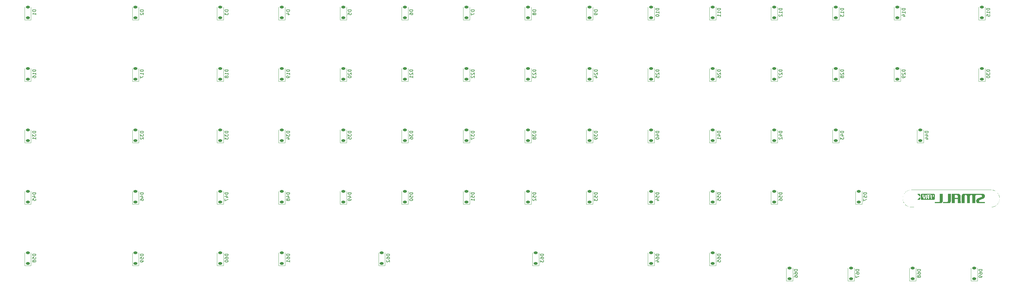
<source format=gbo>
G04 #@! TF.GenerationSoftware,KiCad,Pcbnew,8.0.4*
G04 #@! TF.CreationDate,2024-09-04T19:59:22-04:00*
G04 #@! TF.ProjectId,small-fry-pcb,736d616c-6c2d-4667-9279-2d7063622e6b,1.0*
G04 #@! TF.SameCoordinates,Original*
G04 #@! TF.FileFunction,Legend,Bot*
G04 #@! TF.FilePolarity,Positive*
%FSLAX46Y46*%
G04 Gerber Fmt 4.6, Leading zero omitted, Abs format (unit mm)*
G04 Created by KiCad (PCBNEW 8.0.4) date 2024-09-04 19:59:22*
%MOMM*%
%LPD*%
G01*
G04 APERTURE LIST*
G04 Aperture macros list*
%AMRoundRect*
0 Rectangle with rounded corners*
0 $1 Rounding radius*
0 $2 $3 $4 $5 $6 $7 $8 $9 X,Y pos of 4 corners*
0 Add a 4 corners polygon primitive as box body*
4,1,4,$2,$3,$4,$5,$6,$7,$8,$9,$2,$3,0*
0 Add four circle primitives for the rounded corners*
1,1,$1+$1,$2,$3*
1,1,$1+$1,$4,$5*
1,1,$1+$1,$6,$7*
1,1,$1+$1,$8,$9*
0 Add four rect primitives between the rounded corners*
20,1,$1+$1,$2,$3,$4,$5,0*
20,1,$1+$1,$4,$5,$6,$7,0*
20,1,$1+$1,$6,$7,$8,$9,0*
20,1,$1+$1,$8,$9,$2,$3,0*%
%AMHorizOval*
0 Thick line with rounded ends*
0 $1 width*
0 $2 $3 position (X,Y) of the first rounded end (center of the circle)*
0 $4 $5 position (X,Y) of the second rounded end (center of the circle)*
0 Add line between two ends*
20,1,$1,$2,$3,$4,$5,0*
0 Add two circle primitives to create the rounded ends*
1,1,$1,$2,$3*
1,1,$1,$4,$5*%
G04 Aperture macros list end*
%ADD10C,0.150000*%
%ADD11C,0.000000*%
%ADD12C,0.120000*%
%ADD13C,1.750000*%
%ADD14C,3.987800*%
%ADD15HorizOval,2.250000X0.655001X0.730000X-0.655001X-0.730000X0*%
%ADD16C,2.250000*%
%ADD17HorizOval,2.250000X0.020000X0.290000X-0.020000X-0.290000X0*%
%ADD18C,3.048000*%
%ADD19O,1.800000X1.800000*%
%ADD20O,1.500000X1.500000*%
%ADD21O,1.700000X1.700000*%
%ADD22R,1.700000X1.700000*%
%ADD23RoundRect,0.225000X0.375000X-0.225000X0.375000X0.225000X-0.375000X0.225000X-0.375000X-0.225000X0*%
G04 APERTURE END LIST*
D10*
X358761069Y-58085714D02*
X357761069Y-58085714D01*
X357761069Y-58085714D02*
X357761069Y-58323809D01*
X357761069Y-58323809D02*
X357808688Y-58466666D01*
X357808688Y-58466666D02*
X357903926Y-58561904D01*
X357903926Y-58561904D02*
X357999164Y-58609523D01*
X357999164Y-58609523D02*
X358189640Y-58657142D01*
X358189640Y-58657142D02*
X358332497Y-58657142D01*
X358332497Y-58657142D02*
X358522973Y-58609523D01*
X358522973Y-58609523D02*
X358618211Y-58561904D01*
X358618211Y-58561904D02*
X358713450Y-58466666D01*
X358713450Y-58466666D02*
X358761069Y-58323809D01*
X358761069Y-58323809D02*
X358761069Y-58085714D01*
X357856307Y-59038095D02*
X357808688Y-59085714D01*
X357808688Y-59085714D02*
X357761069Y-59180952D01*
X357761069Y-59180952D02*
X357761069Y-59419047D01*
X357761069Y-59419047D02*
X357808688Y-59514285D01*
X357808688Y-59514285D02*
X357856307Y-59561904D01*
X357856307Y-59561904D02*
X357951545Y-59609523D01*
X357951545Y-59609523D02*
X358046783Y-59609523D01*
X358046783Y-59609523D02*
X358189640Y-59561904D01*
X358189640Y-59561904D02*
X358761069Y-58990476D01*
X358761069Y-58990476D02*
X358761069Y-59609523D01*
X358761069Y-60085714D02*
X358761069Y-60276190D01*
X358761069Y-60276190D02*
X358713450Y-60371428D01*
X358713450Y-60371428D02*
X358665830Y-60419047D01*
X358665830Y-60419047D02*
X358522973Y-60514285D01*
X358522973Y-60514285D02*
X358332497Y-60561904D01*
X358332497Y-60561904D02*
X357951545Y-60561904D01*
X357951545Y-60561904D02*
X357856307Y-60514285D01*
X357856307Y-60514285D02*
X357808688Y-60466666D01*
X357808688Y-60466666D02*
X357761069Y-60371428D01*
X357761069Y-60371428D02*
X357761069Y-60180952D01*
X357761069Y-60180952D02*
X357808688Y-60085714D01*
X357808688Y-60085714D02*
X357856307Y-60038095D01*
X357856307Y-60038095D02*
X357951545Y-59990476D01*
X357951545Y-59990476D02*
X358189640Y-59990476D01*
X358189640Y-59990476D02*
X358284878Y-60038095D01*
X358284878Y-60038095D02*
X358332497Y-60085714D01*
X358332497Y-60085714D02*
X358380116Y-60180952D01*
X358380116Y-60180952D02*
X358380116Y-60371428D01*
X358380116Y-60371428D02*
X358332497Y-60466666D01*
X358332497Y-60466666D02*
X358284878Y-60514285D01*
X358284878Y-60514285D02*
X358189640Y-60561904D01*
X384954819Y-58085714D02*
X383954819Y-58085714D01*
X383954819Y-58085714D02*
X383954819Y-58323809D01*
X383954819Y-58323809D02*
X384002438Y-58466666D01*
X384002438Y-58466666D02*
X384097676Y-58561904D01*
X384097676Y-58561904D02*
X384192914Y-58609523D01*
X384192914Y-58609523D02*
X384383390Y-58657142D01*
X384383390Y-58657142D02*
X384526247Y-58657142D01*
X384526247Y-58657142D02*
X384716723Y-58609523D01*
X384716723Y-58609523D02*
X384811961Y-58561904D01*
X384811961Y-58561904D02*
X384907200Y-58466666D01*
X384907200Y-58466666D02*
X384954819Y-58323809D01*
X384954819Y-58323809D02*
X384954819Y-58085714D01*
X383954819Y-58990476D02*
X383954819Y-59609523D01*
X383954819Y-59609523D02*
X384335771Y-59276190D01*
X384335771Y-59276190D02*
X384335771Y-59419047D01*
X384335771Y-59419047D02*
X384383390Y-59514285D01*
X384383390Y-59514285D02*
X384431009Y-59561904D01*
X384431009Y-59561904D02*
X384526247Y-59609523D01*
X384526247Y-59609523D02*
X384764342Y-59609523D01*
X384764342Y-59609523D02*
X384859580Y-59561904D01*
X384859580Y-59561904D02*
X384907200Y-59514285D01*
X384907200Y-59514285D02*
X384954819Y-59419047D01*
X384954819Y-59419047D02*
X384954819Y-59133333D01*
X384954819Y-59133333D02*
X384907200Y-59038095D01*
X384907200Y-59038095D02*
X384859580Y-58990476D01*
X383954819Y-60228571D02*
X383954819Y-60323809D01*
X383954819Y-60323809D02*
X384002438Y-60419047D01*
X384002438Y-60419047D02*
X384050057Y-60466666D01*
X384050057Y-60466666D02*
X384145295Y-60514285D01*
X384145295Y-60514285D02*
X384335771Y-60561904D01*
X384335771Y-60561904D02*
X384573866Y-60561904D01*
X384573866Y-60561904D02*
X384764342Y-60514285D01*
X384764342Y-60514285D02*
X384859580Y-60466666D01*
X384859580Y-60466666D02*
X384907200Y-60419047D01*
X384907200Y-60419047D02*
X384954819Y-60323809D01*
X384954819Y-60323809D02*
X384954819Y-60228571D01*
X384954819Y-60228571D02*
X384907200Y-60133333D01*
X384907200Y-60133333D02*
X384859580Y-60085714D01*
X384859580Y-60085714D02*
X384764342Y-60038095D01*
X384764342Y-60038095D02*
X384573866Y-59990476D01*
X384573866Y-59990476D02*
X384335771Y-59990476D01*
X384335771Y-59990476D02*
X384145295Y-60038095D01*
X384145295Y-60038095D02*
X384050057Y-60085714D01*
X384050057Y-60085714D02*
X384002438Y-60133333D01*
X384002438Y-60133333D02*
X383954819Y-60228571D01*
X301611069Y-96185714D02*
X300611069Y-96185714D01*
X300611069Y-96185714D02*
X300611069Y-96423809D01*
X300611069Y-96423809D02*
X300658688Y-96566666D01*
X300658688Y-96566666D02*
X300753926Y-96661904D01*
X300753926Y-96661904D02*
X300849164Y-96709523D01*
X300849164Y-96709523D02*
X301039640Y-96757142D01*
X301039640Y-96757142D02*
X301182497Y-96757142D01*
X301182497Y-96757142D02*
X301372973Y-96709523D01*
X301372973Y-96709523D02*
X301468211Y-96661904D01*
X301468211Y-96661904D02*
X301563450Y-96566666D01*
X301563450Y-96566666D02*
X301611069Y-96423809D01*
X301611069Y-96423809D02*
X301611069Y-96185714D01*
X300611069Y-97661904D02*
X300611069Y-97185714D01*
X300611069Y-97185714D02*
X301087259Y-97138095D01*
X301087259Y-97138095D02*
X301039640Y-97185714D01*
X301039640Y-97185714D02*
X300992021Y-97280952D01*
X300992021Y-97280952D02*
X300992021Y-97519047D01*
X300992021Y-97519047D02*
X301039640Y-97614285D01*
X301039640Y-97614285D02*
X301087259Y-97661904D01*
X301087259Y-97661904D02*
X301182497Y-97709523D01*
X301182497Y-97709523D02*
X301420592Y-97709523D01*
X301420592Y-97709523D02*
X301515830Y-97661904D01*
X301515830Y-97661904D02*
X301563450Y-97614285D01*
X301563450Y-97614285D02*
X301611069Y-97519047D01*
X301611069Y-97519047D02*
X301611069Y-97280952D01*
X301611069Y-97280952D02*
X301563450Y-97185714D01*
X301563450Y-97185714D02*
X301515830Y-97138095D01*
X300611069Y-98614285D02*
X300611069Y-98138095D01*
X300611069Y-98138095D02*
X301087259Y-98090476D01*
X301087259Y-98090476D02*
X301039640Y-98138095D01*
X301039640Y-98138095D02*
X300992021Y-98233333D01*
X300992021Y-98233333D02*
X300992021Y-98471428D01*
X300992021Y-98471428D02*
X301039640Y-98566666D01*
X301039640Y-98566666D02*
X301087259Y-98614285D01*
X301087259Y-98614285D02*
X301182497Y-98661904D01*
X301182497Y-98661904D02*
X301420592Y-98661904D01*
X301420592Y-98661904D02*
X301515830Y-98614285D01*
X301515830Y-98614285D02*
X301563450Y-98566666D01*
X301563450Y-98566666D02*
X301611069Y-98471428D01*
X301611069Y-98471428D02*
X301611069Y-98233333D01*
X301611069Y-98233333D02*
X301563450Y-98138095D01*
X301563450Y-98138095D02*
X301515830Y-98090476D01*
X301611069Y-39035714D02*
X300611069Y-39035714D01*
X300611069Y-39035714D02*
X300611069Y-39273809D01*
X300611069Y-39273809D02*
X300658688Y-39416666D01*
X300658688Y-39416666D02*
X300753926Y-39511904D01*
X300753926Y-39511904D02*
X300849164Y-39559523D01*
X300849164Y-39559523D02*
X301039640Y-39607142D01*
X301039640Y-39607142D02*
X301182497Y-39607142D01*
X301182497Y-39607142D02*
X301372973Y-39559523D01*
X301372973Y-39559523D02*
X301468211Y-39511904D01*
X301468211Y-39511904D02*
X301563450Y-39416666D01*
X301563450Y-39416666D02*
X301611069Y-39273809D01*
X301611069Y-39273809D02*
X301611069Y-39035714D01*
X301611069Y-40559523D02*
X301611069Y-39988095D01*
X301611069Y-40273809D02*
X300611069Y-40273809D01*
X300611069Y-40273809D02*
X300753926Y-40178571D01*
X300753926Y-40178571D02*
X300849164Y-40083333D01*
X300849164Y-40083333D02*
X300896783Y-39988095D01*
X301611069Y-41511904D02*
X301611069Y-40940476D01*
X301611069Y-41226190D02*
X300611069Y-41226190D01*
X300611069Y-41226190D02*
X300753926Y-41130952D01*
X300753926Y-41130952D02*
X300849164Y-41035714D01*
X300849164Y-41035714D02*
X300896783Y-40940476D01*
X187311069Y-58085714D02*
X186311069Y-58085714D01*
X186311069Y-58085714D02*
X186311069Y-58323809D01*
X186311069Y-58323809D02*
X186358688Y-58466666D01*
X186358688Y-58466666D02*
X186453926Y-58561904D01*
X186453926Y-58561904D02*
X186549164Y-58609523D01*
X186549164Y-58609523D02*
X186739640Y-58657142D01*
X186739640Y-58657142D02*
X186882497Y-58657142D01*
X186882497Y-58657142D02*
X187072973Y-58609523D01*
X187072973Y-58609523D02*
X187168211Y-58561904D01*
X187168211Y-58561904D02*
X187263450Y-58466666D01*
X187263450Y-58466666D02*
X187311069Y-58323809D01*
X187311069Y-58323809D02*
X187311069Y-58085714D01*
X186406307Y-59038095D02*
X186358688Y-59085714D01*
X186358688Y-59085714D02*
X186311069Y-59180952D01*
X186311069Y-59180952D02*
X186311069Y-59419047D01*
X186311069Y-59419047D02*
X186358688Y-59514285D01*
X186358688Y-59514285D02*
X186406307Y-59561904D01*
X186406307Y-59561904D02*
X186501545Y-59609523D01*
X186501545Y-59609523D02*
X186596783Y-59609523D01*
X186596783Y-59609523D02*
X186739640Y-59561904D01*
X186739640Y-59561904D02*
X187311069Y-58990476D01*
X187311069Y-58990476D02*
X187311069Y-59609523D01*
X186311069Y-60228571D02*
X186311069Y-60323809D01*
X186311069Y-60323809D02*
X186358688Y-60419047D01*
X186358688Y-60419047D02*
X186406307Y-60466666D01*
X186406307Y-60466666D02*
X186501545Y-60514285D01*
X186501545Y-60514285D02*
X186692021Y-60561904D01*
X186692021Y-60561904D02*
X186930116Y-60561904D01*
X186930116Y-60561904D02*
X187120592Y-60514285D01*
X187120592Y-60514285D02*
X187215830Y-60466666D01*
X187215830Y-60466666D02*
X187263450Y-60419047D01*
X187263450Y-60419047D02*
X187311069Y-60323809D01*
X187311069Y-60323809D02*
X187311069Y-60228571D01*
X187311069Y-60228571D02*
X187263450Y-60133333D01*
X187263450Y-60133333D02*
X187215830Y-60085714D01*
X187215830Y-60085714D02*
X187120592Y-60038095D01*
X187120592Y-60038095D02*
X186930116Y-59990476D01*
X186930116Y-59990476D02*
X186692021Y-59990476D01*
X186692021Y-59990476D02*
X186501545Y-60038095D01*
X186501545Y-60038095D02*
X186406307Y-60085714D01*
X186406307Y-60085714D02*
X186358688Y-60133333D01*
X186358688Y-60133333D02*
X186311069Y-60228571D01*
X282561069Y-58085714D02*
X281561069Y-58085714D01*
X281561069Y-58085714D02*
X281561069Y-58323809D01*
X281561069Y-58323809D02*
X281608688Y-58466666D01*
X281608688Y-58466666D02*
X281703926Y-58561904D01*
X281703926Y-58561904D02*
X281799164Y-58609523D01*
X281799164Y-58609523D02*
X281989640Y-58657142D01*
X281989640Y-58657142D02*
X282132497Y-58657142D01*
X282132497Y-58657142D02*
X282322973Y-58609523D01*
X282322973Y-58609523D02*
X282418211Y-58561904D01*
X282418211Y-58561904D02*
X282513450Y-58466666D01*
X282513450Y-58466666D02*
X282561069Y-58323809D01*
X282561069Y-58323809D02*
X282561069Y-58085714D01*
X281656307Y-59038095D02*
X281608688Y-59085714D01*
X281608688Y-59085714D02*
X281561069Y-59180952D01*
X281561069Y-59180952D02*
X281561069Y-59419047D01*
X281561069Y-59419047D02*
X281608688Y-59514285D01*
X281608688Y-59514285D02*
X281656307Y-59561904D01*
X281656307Y-59561904D02*
X281751545Y-59609523D01*
X281751545Y-59609523D02*
X281846783Y-59609523D01*
X281846783Y-59609523D02*
X281989640Y-59561904D01*
X281989640Y-59561904D02*
X282561069Y-58990476D01*
X282561069Y-58990476D02*
X282561069Y-59609523D01*
X281561069Y-60514285D02*
X281561069Y-60038095D01*
X281561069Y-60038095D02*
X282037259Y-59990476D01*
X282037259Y-59990476D02*
X281989640Y-60038095D01*
X281989640Y-60038095D02*
X281942021Y-60133333D01*
X281942021Y-60133333D02*
X281942021Y-60371428D01*
X281942021Y-60371428D02*
X281989640Y-60466666D01*
X281989640Y-60466666D02*
X282037259Y-60514285D01*
X282037259Y-60514285D02*
X282132497Y-60561904D01*
X282132497Y-60561904D02*
X282370592Y-60561904D01*
X282370592Y-60561904D02*
X282465830Y-60514285D01*
X282465830Y-60514285D02*
X282513450Y-60466666D01*
X282513450Y-60466666D02*
X282561069Y-60371428D01*
X282561069Y-60371428D02*
X282561069Y-60133333D01*
X282561069Y-60133333D02*
X282513450Y-60038095D01*
X282513450Y-60038095D02*
X282465830Y-59990476D01*
X246842319Y-115235714D02*
X245842319Y-115235714D01*
X245842319Y-115235714D02*
X245842319Y-115473809D01*
X245842319Y-115473809D02*
X245889938Y-115616666D01*
X245889938Y-115616666D02*
X245985176Y-115711904D01*
X245985176Y-115711904D02*
X246080414Y-115759523D01*
X246080414Y-115759523D02*
X246270890Y-115807142D01*
X246270890Y-115807142D02*
X246413747Y-115807142D01*
X246413747Y-115807142D02*
X246604223Y-115759523D01*
X246604223Y-115759523D02*
X246699461Y-115711904D01*
X246699461Y-115711904D02*
X246794700Y-115616666D01*
X246794700Y-115616666D02*
X246842319Y-115473809D01*
X246842319Y-115473809D02*
X246842319Y-115235714D01*
X245842319Y-116664285D02*
X245842319Y-116473809D01*
X245842319Y-116473809D02*
X245889938Y-116378571D01*
X245889938Y-116378571D02*
X245937557Y-116330952D01*
X245937557Y-116330952D02*
X246080414Y-116235714D01*
X246080414Y-116235714D02*
X246270890Y-116188095D01*
X246270890Y-116188095D02*
X246651842Y-116188095D01*
X246651842Y-116188095D02*
X246747080Y-116235714D01*
X246747080Y-116235714D02*
X246794700Y-116283333D01*
X246794700Y-116283333D02*
X246842319Y-116378571D01*
X246842319Y-116378571D02*
X246842319Y-116569047D01*
X246842319Y-116569047D02*
X246794700Y-116664285D01*
X246794700Y-116664285D02*
X246747080Y-116711904D01*
X246747080Y-116711904D02*
X246651842Y-116759523D01*
X246651842Y-116759523D02*
X246413747Y-116759523D01*
X246413747Y-116759523D02*
X246318509Y-116711904D01*
X246318509Y-116711904D02*
X246270890Y-116664285D01*
X246270890Y-116664285D02*
X246223271Y-116569047D01*
X246223271Y-116569047D02*
X246223271Y-116378571D01*
X246223271Y-116378571D02*
X246270890Y-116283333D01*
X246270890Y-116283333D02*
X246318509Y-116235714D01*
X246318509Y-116235714D02*
X246413747Y-116188095D01*
X245842319Y-117092857D02*
X245842319Y-117711904D01*
X245842319Y-117711904D02*
X246223271Y-117378571D01*
X246223271Y-117378571D02*
X246223271Y-117521428D01*
X246223271Y-117521428D02*
X246270890Y-117616666D01*
X246270890Y-117616666D02*
X246318509Y-117664285D01*
X246318509Y-117664285D02*
X246413747Y-117711904D01*
X246413747Y-117711904D02*
X246651842Y-117711904D01*
X246651842Y-117711904D02*
X246747080Y-117664285D01*
X246747080Y-117664285D02*
X246794700Y-117616666D01*
X246794700Y-117616666D02*
X246842319Y-117521428D01*
X246842319Y-117521428D02*
X246842319Y-117235714D01*
X246842319Y-117235714D02*
X246794700Y-117140476D01*
X246794700Y-117140476D02*
X246747080Y-117092857D01*
X149211069Y-58085714D02*
X148211069Y-58085714D01*
X148211069Y-58085714D02*
X148211069Y-58323809D01*
X148211069Y-58323809D02*
X148258688Y-58466666D01*
X148258688Y-58466666D02*
X148353926Y-58561904D01*
X148353926Y-58561904D02*
X148449164Y-58609523D01*
X148449164Y-58609523D02*
X148639640Y-58657142D01*
X148639640Y-58657142D02*
X148782497Y-58657142D01*
X148782497Y-58657142D02*
X148972973Y-58609523D01*
X148972973Y-58609523D02*
X149068211Y-58561904D01*
X149068211Y-58561904D02*
X149163450Y-58466666D01*
X149163450Y-58466666D02*
X149211069Y-58323809D01*
X149211069Y-58323809D02*
X149211069Y-58085714D01*
X149211069Y-59609523D02*
X149211069Y-59038095D01*
X149211069Y-59323809D02*
X148211069Y-59323809D01*
X148211069Y-59323809D02*
X148353926Y-59228571D01*
X148353926Y-59228571D02*
X148449164Y-59133333D01*
X148449164Y-59133333D02*
X148496783Y-59038095D01*
X148639640Y-60180952D02*
X148592021Y-60085714D01*
X148592021Y-60085714D02*
X148544402Y-60038095D01*
X148544402Y-60038095D02*
X148449164Y-59990476D01*
X148449164Y-59990476D02*
X148401545Y-59990476D01*
X148401545Y-59990476D02*
X148306307Y-60038095D01*
X148306307Y-60038095D02*
X148258688Y-60085714D01*
X148258688Y-60085714D02*
X148211069Y-60180952D01*
X148211069Y-60180952D02*
X148211069Y-60371428D01*
X148211069Y-60371428D02*
X148258688Y-60466666D01*
X148258688Y-60466666D02*
X148306307Y-60514285D01*
X148306307Y-60514285D02*
X148401545Y-60561904D01*
X148401545Y-60561904D02*
X148449164Y-60561904D01*
X148449164Y-60561904D02*
X148544402Y-60514285D01*
X148544402Y-60514285D02*
X148592021Y-60466666D01*
X148592021Y-60466666D02*
X148639640Y-60371428D01*
X148639640Y-60371428D02*
X148639640Y-60180952D01*
X148639640Y-60180952D02*
X148687259Y-60085714D01*
X148687259Y-60085714D02*
X148734878Y-60038095D01*
X148734878Y-60038095D02*
X148830116Y-59990476D01*
X148830116Y-59990476D02*
X149020592Y-59990476D01*
X149020592Y-59990476D02*
X149115830Y-60038095D01*
X149115830Y-60038095D02*
X149163450Y-60085714D01*
X149163450Y-60085714D02*
X149211069Y-60180952D01*
X149211069Y-60180952D02*
X149211069Y-60371428D01*
X149211069Y-60371428D02*
X149163450Y-60466666D01*
X149163450Y-60466666D02*
X149115830Y-60514285D01*
X149115830Y-60514285D02*
X149020592Y-60561904D01*
X149020592Y-60561904D02*
X148830116Y-60561904D01*
X148830116Y-60561904D02*
X148734878Y-60514285D01*
X148734878Y-60514285D02*
X148687259Y-60466666D01*
X148687259Y-60466666D02*
X148639640Y-60371428D01*
X149211069Y-115235714D02*
X148211069Y-115235714D01*
X148211069Y-115235714D02*
X148211069Y-115473809D01*
X148211069Y-115473809D02*
X148258688Y-115616666D01*
X148258688Y-115616666D02*
X148353926Y-115711904D01*
X148353926Y-115711904D02*
X148449164Y-115759523D01*
X148449164Y-115759523D02*
X148639640Y-115807142D01*
X148639640Y-115807142D02*
X148782497Y-115807142D01*
X148782497Y-115807142D02*
X148972973Y-115759523D01*
X148972973Y-115759523D02*
X149068211Y-115711904D01*
X149068211Y-115711904D02*
X149163450Y-115616666D01*
X149163450Y-115616666D02*
X149211069Y-115473809D01*
X149211069Y-115473809D02*
X149211069Y-115235714D01*
X148211069Y-116664285D02*
X148211069Y-116473809D01*
X148211069Y-116473809D02*
X148258688Y-116378571D01*
X148258688Y-116378571D02*
X148306307Y-116330952D01*
X148306307Y-116330952D02*
X148449164Y-116235714D01*
X148449164Y-116235714D02*
X148639640Y-116188095D01*
X148639640Y-116188095D02*
X149020592Y-116188095D01*
X149020592Y-116188095D02*
X149115830Y-116235714D01*
X149115830Y-116235714D02*
X149163450Y-116283333D01*
X149163450Y-116283333D02*
X149211069Y-116378571D01*
X149211069Y-116378571D02*
X149211069Y-116569047D01*
X149211069Y-116569047D02*
X149163450Y-116664285D01*
X149163450Y-116664285D02*
X149115830Y-116711904D01*
X149115830Y-116711904D02*
X149020592Y-116759523D01*
X149020592Y-116759523D02*
X148782497Y-116759523D01*
X148782497Y-116759523D02*
X148687259Y-116711904D01*
X148687259Y-116711904D02*
X148639640Y-116664285D01*
X148639640Y-116664285D02*
X148592021Y-116569047D01*
X148592021Y-116569047D02*
X148592021Y-116378571D01*
X148592021Y-116378571D02*
X148639640Y-116283333D01*
X148639640Y-116283333D02*
X148687259Y-116235714D01*
X148687259Y-116235714D02*
X148782497Y-116188095D01*
X148211069Y-117378571D02*
X148211069Y-117473809D01*
X148211069Y-117473809D02*
X148258688Y-117569047D01*
X148258688Y-117569047D02*
X148306307Y-117616666D01*
X148306307Y-117616666D02*
X148401545Y-117664285D01*
X148401545Y-117664285D02*
X148592021Y-117711904D01*
X148592021Y-117711904D02*
X148830116Y-117711904D01*
X148830116Y-117711904D02*
X149020592Y-117664285D01*
X149020592Y-117664285D02*
X149115830Y-117616666D01*
X149115830Y-117616666D02*
X149163450Y-117569047D01*
X149163450Y-117569047D02*
X149211069Y-117473809D01*
X149211069Y-117473809D02*
X149211069Y-117378571D01*
X149211069Y-117378571D02*
X149163450Y-117283333D01*
X149163450Y-117283333D02*
X149115830Y-117235714D01*
X149115830Y-117235714D02*
X149020592Y-117188095D01*
X149020592Y-117188095D02*
X148830116Y-117140476D01*
X148830116Y-117140476D02*
X148592021Y-117140476D01*
X148592021Y-117140476D02*
X148401545Y-117188095D01*
X148401545Y-117188095D02*
X148306307Y-117235714D01*
X148306307Y-117235714D02*
X148258688Y-117283333D01*
X148258688Y-117283333D02*
X148211069Y-117378571D01*
X301611069Y-58085714D02*
X300611069Y-58085714D01*
X300611069Y-58085714D02*
X300611069Y-58323809D01*
X300611069Y-58323809D02*
X300658688Y-58466666D01*
X300658688Y-58466666D02*
X300753926Y-58561904D01*
X300753926Y-58561904D02*
X300849164Y-58609523D01*
X300849164Y-58609523D02*
X301039640Y-58657142D01*
X301039640Y-58657142D02*
X301182497Y-58657142D01*
X301182497Y-58657142D02*
X301372973Y-58609523D01*
X301372973Y-58609523D02*
X301468211Y-58561904D01*
X301468211Y-58561904D02*
X301563450Y-58466666D01*
X301563450Y-58466666D02*
X301611069Y-58323809D01*
X301611069Y-58323809D02*
X301611069Y-58085714D01*
X300706307Y-59038095D02*
X300658688Y-59085714D01*
X300658688Y-59085714D02*
X300611069Y-59180952D01*
X300611069Y-59180952D02*
X300611069Y-59419047D01*
X300611069Y-59419047D02*
X300658688Y-59514285D01*
X300658688Y-59514285D02*
X300706307Y-59561904D01*
X300706307Y-59561904D02*
X300801545Y-59609523D01*
X300801545Y-59609523D02*
X300896783Y-59609523D01*
X300896783Y-59609523D02*
X301039640Y-59561904D01*
X301039640Y-59561904D02*
X301611069Y-58990476D01*
X301611069Y-58990476D02*
X301611069Y-59609523D01*
X300611069Y-60466666D02*
X300611069Y-60276190D01*
X300611069Y-60276190D02*
X300658688Y-60180952D01*
X300658688Y-60180952D02*
X300706307Y-60133333D01*
X300706307Y-60133333D02*
X300849164Y-60038095D01*
X300849164Y-60038095D02*
X301039640Y-59990476D01*
X301039640Y-59990476D02*
X301420592Y-59990476D01*
X301420592Y-59990476D02*
X301515830Y-60038095D01*
X301515830Y-60038095D02*
X301563450Y-60085714D01*
X301563450Y-60085714D02*
X301611069Y-60180952D01*
X301611069Y-60180952D02*
X301611069Y-60371428D01*
X301611069Y-60371428D02*
X301563450Y-60466666D01*
X301563450Y-60466666D02*
X301515830Y-60514285D01*
X301515830Y-60514285D02*
X301420592Y-60561904D01*
X301420592Y-60561904D02*
X301182497Y-60561904D01*
X301182497Y-60561904D02*
X301087259Y-60514285D01*
X301087259Y-60514285D02*
X301039640Y-60466666D01*
X301039640Y-60466666D02*
X300992021Y-60371428D01*
X300992021Y-60371428D02*
X300992021Y-60180952D01*
X300992021Y-60180952D02*
X301039640Y-60085714D01*
X301039640Y-60085714D02*
X301087259Y-60038095D01*
X301087259Y-60038095D02*
X301182497Y-59990476D01*
X206361069Y-39511905D02*
X205361069Y-39511905D01*
X205361069Y-39511905D02*
X205361069Y-39750000D01*
X205361069Y-39750000D02*
X205408688Y-39892857D01*
X205408688Y-39892857D02*
X205503926Y-39988095D01*
X205503926Y-39988095D02*
X205599164Y-40035714D01*
X205599164Y-40035714D02*
X205789640Y-40083333D01*
X205789640Y-40083333D02*
X205932497Y-40083333D01*
X205932497Y-40083333D02*
X206122973Y-40035714D01*
X206122973Y-40035714D02*
X206218211Y-39988095D01*
X206218211Y-39988095D02*
X206313450Y-39892857D01*
X206313450Y-39892857D02*
X206361069Y-39750000D01*
X206361069Y-39750000D02*
X206361069Y-39511905D01*
X205361069Y-40940476D02*
X205361069Y-40750000D01*
X205361069Y-40750000D02*
X205408688Y-40654762D01*
X205408688Y-40654762D02*
X205456307Y-40607143D01*
X205456307Y-40607143D02*
X205599164Y-40511905D01*
X205599164Y-40511905D02*
X205789640Y-40464286D01*
X205789640Y-40464286D02*
X206170592Y-40464286D01*
X206170592Y-40464286D02*
X206265830Y-40511905D01*
X206265830Y-40511905D02*
X206313450Y-40559524D01*
X206313450Y-40559524D02*
X206361069Y-40654762D01*
X206361069Y-40654762D02*
X206361069Y-40845238D01*
X206361069Y-40845238D02*
X206313450Y-40940476D01*
X206313450Y-40940476D02*
X206265830Y-40988095D01*
X206265830Y-40988095D02*
X206170592Y-41035714D01*
X206170592Y-41035714D02*
X205932497Y-41035714D01*
X205932497Y-41035714D02*
X205837259Y-40988095D01*
X205837259Y-40988095D02*
X205789640Y-40940476D01*
X205789640Y-40940476D02*
X205742021Y-40845238D01*
X205742021Y-40845238D02*
X205742021Y-40654762D01*
X205742021Y-40654762D02*
X205789640Y-40559524D01*
X205789640Y-40559524D02*
X205837259Y-40511905D01*
X205837259Y-40511905D02*
X205932497Y-40464286D01*
X168261069Y-77135714D02*
X167261069Y-77135714D01*
X167261069Y-77135714D02*
X167261069Y-77373809D01*
X167261069Y-77373809D02*
X167308688Y-77516666D01*
X167308688Y-77516666D02*
X167403926Y-77611904D01*
X167403926Y-77611904D02*
X167499164Y-77659523D01*
X167499164Y-77659523D02*
X167689640Y-77707142D01*
X167689640Y-77707142D02*
X167832497Y-77707142D01*
X167832497Y-77707142D02*
X168022973Y-77659523D01*
X168022973Y-77659523D02*
X168118211Y-77611904D01*
X168118211Y-77611904D02*
X168213450Y-77516666D01*
X168213450Y-77516666D02*
X168261069Y-77373809D01*
X168261069Y-77373809D02*
X168261069Y-77135714D01*
X167261069Y-78040476D02*
X167261069Y-78659523D01*
X167261069Y-78659523D02*
X167642021Y-78326190D01*
X167642021Y-78326190D02*
X167642021Y-78469047D01*
X167642021Y-78469047D02*
X167689640Y-78564285D01*
X167689640Y-78564285D02*
X167737259Y-78611904D01*
X167737259Y-78611904D02*
X167832497Y-78659523D01*
X167832497Y-78659523D02*
X168070592Y-78659523D01*
X168070592Y-78659523D02*
X168165830Y-78611904D01*
X168165830Y-78611904D02*
X168213450Y-78564285D01*
X168213450Y-78564285D02*
X168261069Y-78469047D01*
X168261069Y-78469047D02*
X168261069Y-78183333D01*
X168261069Y-78183333D02*
X168213450Y-78088095D01*
X168213450Y-78088095D02*
X168165830Y-78040476D01*
X167594402Y-79516666D02*
X168261069Y-79516666D01*
X167213450Y-79278571D02*
X167927735Y-79040476D01*
X167927735Y-79040476D02*
X167927735Y-79659523D01*
X123017319Y-77135714D02*
X122017319Y-77135714D01*
X122017319Y-77135714D02*
X122017319Y-77373809D01*
X122017319Y-77373809D02*
X122064938Y-77516666D01*
X122064938Y-77516666D02*
X122160176Y-77611904D01*
X122160176Y-77611904D02*
X122255414Y-77659523D01*
X122255414Y-77659523D02*
X122445890Y-77707142D01*
X122445890Y-77707142D02*
X122588747Y-77707142D01*
X122588747Y-77707142D02*
X122779223Y-77659523D01*
X122779223Y-77659523D02*
X122874461Y-77611904D01*
X122874461Y-77611904D02*
X122969700Y-77516666D01*
X122969700Y-77516666D02*
X123017319Y-77373809D01*
X123017319Y-77373809D02*
X123017319Y-77135714D01*
X122017319Y-78040476D02*
X122017319Y-78659523D01*
X122017319Y-78659523D02*
X122398271Y-78326190D01*
X122398271Y-78326190D02*
X122398271Y-78469047D01*
X122398271Y-78469047D02*
X122445890Y-78564285D01*
X122445890Y-78564285D02*
X122493509Y-78611904D01*
X122493509Y-78611904D02*
X122588747Y-78659523D01*
X122588747Y-78659523D02*
X122826842Y-78659523D01*
X122826842Y-78659523D02*
X122922080Y-78611904D01*
X122922080Y-78611904D02*
X122969700Y-78564285D01*
X122969700Y-78564285D02*
X123017319Y-78469047D01*
X123017319Y-78469047D02*
X123017319Y-78183333D01*
X123017319Y-78183333D02*
X122969700Y-78088095D01*
X122969700Y-78088095D02*
X122922080Y-78040476D01*
X122112557Y-79040476D02*
X122064938Y-79088095D01*
X122064938Y-79088095D02*
X122017319Y-79183333D01*
X122017319Y-79183333D02*
X122017319Y-79421428D01*
X122017319Y-79421428D02*
X122064938Y-79516666D01*
X122064938Y-79516666D02*
X122112557Y-79564285D01*
X122112557Y-79564285D02*
X122207795Y-79611904D01*
X122207795Y-79611904D02*
X122303033Y-79611904D01*
X122303033Y-79611904D02*
X122445890Y-79564285D01*
X122445890Y-79564285D02*
X123017319Y-78992857D01*
X123017319Y-78992857D02*
X123017319Y-79611904D01*
X346854819Y-96185714D02*
X345854819Y-96185714D01*
X345854819Y-96185714D02*
X345854819Y-96423809D01*
X345854819Y-96423809D02*
X345902438Y-96566666D01*
X345902438Y-96566666D02*
X345997676Y-96661904D01*
X345997676Y-96661904D02*
X346092914Y-96709523D01*
X346092914Y-96709523D02*
X346283390Y-96757142D01*
X346283390Y-96757142D02*
X346426247Y-96757142D01*
X346426247Y-96757142D02*
X346616723Y-96709523D01*
X346616723Y-96709523D02*
X346711961Y-96661904D01*
X346711961Y-96661904D02*
X346807200Y-96566666D01*
X346807200Y-96566666D02*
X346854819Y-96423809D01*
X346854819Y-96423809D02*
X346854819Y-96185714D01*
X345854819Y-97661904D02*
X345854819Y-97185714D01*
X345854819Y-97185714D02*
X346331009Y-97138095D01*
X346331009Y-97138095D02*
X346283390Y-97185714D01*
X346283390Y-97185714D02*
X346235771Y-97280952D01*
X346235771Y-97280952D02*
X346235771Y-97519047D01*
X346235771Y-97519047D02*
X346283390Y-97614285D01*
X346283390Y-97614285D02*
X346331009Y-97661904D01*
X346331009Y-97661904D02*
X346426247Y-97709523D01*
X346426247Y-97709523D02*
X346664342Y-97709523D01*
X346664342Y-97709523D02*
X346759580Y-97661904D01*
X346759580Y-97661904D02*
X346807200Y-97614285D01*
X346807200Y-97614285D02*
X346854819Y-97519047D01*
X346854819Y-97519047D02*
X346854819Y-97280952D01*
X346854819Y-97280952D02*
X346807200Y-97185714D01*
X346807200Y-97185714D02*
X346759580Y-97138095D01*
X345854819Y-98042857D02*
X345854819Y-98709523D01*
X345854819Y-98709523D02*
X346854819Y-98280952D01*
X301611069Y-77135714D02*
X300611069Y-77135714D01*
X300611069Y-77135714D02*
X300611069Y-77373809D01*
X300611069Y-77373809D02*
X300658688Y-77516666D01*
X300658688Y-77516666D02*
X300753926Y-77611904D01*
X300753926Y-77611904D02*
X300849164Y-77659523D01*
X300849164Y-77659523D02*
X301039640Y-77707142D01*
X301039640Y-77707142D02*
X301182497Y-77707142D01*
X301182497Y-77707142D02*
X301372973Y-77659523D01*
X301372973Y-77659523D02*
X301468211Y-77611904D01*
X301468211Y-77611904D02*
X301563450Y-77516666D01*
X301563450Y-77516666D02*
X301611069Y-77373809D01*
X301611069Y-77373809D02*
X301611069Y-77135714D01*
X300944402Y-78564285D02*
X301611069Y-78564285D01*
X300563450Y-78326190D02*
X301277735Y-78088095D01*
X301277735Y-78088095D02*
X301277735Y-78707142D01*
X301611069Y-79611904D02*
X301611069Y-79040476D01*
X301611069Y-79326190D02*
X300611069Y-79326190D01*
X300611069Y-79326190D02*
X300753926Y-79230952D01*
X300753926Y-79230952D02*
X300849164Y-79135714D01*
X300849164Y-79135714D02*
X300896783Y-79040476D01*
X187311069Y-77135714D02*
X186311069Y-77135714D01*
X186311069Y-77135714D02*
X186311069Y-77373809D01*
X186311069Y-77373809D02*
X186358688Y-77516666D01*
X186358688Y-77516666D02*
X186453926Y-77611904D01*
X186453926Y-77611904D02*
X186549164Y-77659523D01*
X186549164Y-77659523D02*
X186739640Y-77707142D01*
X186739640Y-77707142D02*
X186882497Y-77707142D01*
X186882497Y-77707142D02*
X187072973Y-77659523D01*
X187072973Y-77659523D02*
X187168211Y-77611904D01*
X187168211Y-77611904D02*
X187263450Y-77516666D01*
X187263450Y-77516666D02*
X187311069Y-77373809D01*
X187311069Y-77373809D02*
X187311069Y-77135714D01*
X186311069Y-78040476D02*
X186311069Y-78659523D01*
X186311069Y-78659523D02*
X186692021Y-78326190D01*
X186692021Y-78326190D02*
X186692021Y-78469047D01*
X186692021Y-78469047D02*
X186739640Y-78564285D01*
X186739640Y-78564285D02*
X186787259Y-78611904D01*
X186787259Y-78611904D02*
X186882497Y-78659523D01*
X186882497Y-78659523D02*
X187120592Y-78659523D01*
X187120592Y-78659523D02*
X187215830Y-78611904D01*
X187215830Y-78611904D02*
X187263450Y-78564285D01*
X187263450Y-78564285D02*
X187311069Y-78469047D01*
X187311069Y-78469047D02*
X187311069Y-78183333D01*
X187311069Y-78183333D02*
X187263450Y-78088095D01*
X187263450Y-78088095D02*
X187215830Y-78040476D01*
X186311069Y-79564285D02*
X186311069Y-79088095D01*
X186311069Y-79088095D02*
X186787259Y-79040476D01*
X186787259Y-79040476D02*
X186739640Y-79088095D01*
X186739640Y-79088095D02*
X186692021Y-79183333D01*
X186692021Y-79183333D02*
X186692021Y-79421428D01*
X186692021Y-79421428D02*
X186739640Y-79516666D01*
X186739640Y-79516666D02*
X186787259Y-79564285D01*
X186787259Y-79564285D02*
X186882497Y-79611904D01*
X186882497Y-79611904D02*
X187120592Y-79611904D01*
X187120592Y-79611904D02*
X187215830Y-79564285D01*
X187215830Y-79564285D02*
X187263450Y-79516666D01*
X187263450Y-79516666D02*
X187311069Y-79421428D01*
X187311069Y-79421428D02*
X187311069Y-79183333D01*
X187311069Y-79183333D02*
X187263450Y-79088095D01*
X187263450Y-79088095D02*
X187215830Y-79040476D01*
X320661069Y-96185714D02*
X319661069Y-96185714D01*
X319661069Y-96185714D02*
X319661069Y-96423809D01*
X319661069Y-96423809D02*
X319708688Y-96566666D01*
X319708688Y-96566666D02*
X319803926Y-96661904D01*
X319803926Y-96661904D02*
X319899164Y-96709523D01*
X319899164Y-96709523D02*
X320089640Y-96757142D01*
X320089640Y-96757142D02*
X320232497Y-96757142D01*
X320232497Y-96757142D02*
X320422973Y-96709523D01*
X320422973Y-96709523D02*
X320518211Y-96661904D01*
X320518211Y-96661904D02*
X320613450Y-96566666D01*
X320613450Y-96566666D02*
X320661069Y-96423809D01*
X320661069Y-96423809D02*
X320661069Y-96185714D01*
X319661069Y-97661904D02*
X319661069Y-97185714D01*
X319661069Y-97185714D02*
X320137259Y-97138095D01*
X320137259Y-97138095D02*
X320089640Y-97185714D01*
X320089640Y-97185714D02*
X320042021Y-97280952D01*
X320042021Y-97280952D02*
X320042021Y-97519047D01*
X320042021Y-97519047D02*
X320089640Y-97614285D01*
X320089640Y-97614285D02*
X320137259Y-97661904D01*
X320137259Y-97661904D02*
X320232497Y-97709523D01*
X320232497Y-97709523D02*
X320470592Y-97709523D01*
X320470592Y-97709523D02*
X320565830Y-97661904D01*
X320565830Y-97661904D02*
X320613450Y-97614285D01*
X320613450Y-97614285D02*
X320661069Y-97519047D01*
X320661069Y-97519047D02*
X320661069Y-97280952D01*
X320661069Y-97280952D02*
X320613450Y-97185714D01*
X320613450Y-97185714D02*
X320565830Y-97138095D01*
X319661069Y-98566666D02*
X319661069Y-98376190D01*
X319661069Y-98376190D02*
X319708688Y-98280952D01*
X319708688Y-98280952D02*
X319756307Y-98233333D01*
X319756307Y-98233333D02*
X319899164Y-98138095D01*
X319899164Y-98138095D02*
X320089640Y-98090476D01*
X320089640Y-98090476D02*
X320470592Y-98090476D01*
X320470592Y-98090476D02*
X320565830Y-98138095D01*
X320565830Y-98138095D02*
X320613450Y-98185714D01*
X320613450Y-98185714D02*
X320661069Y-98280952D01*
X320661069Y-98280952D02*
X320661069Y-98471428D01*
X320661069Y-98471428D02*
X320613450Y-98566666D01*
X320613450Y-98566666D02*
X320565830Y-98614285D01*
X320565830Y-98614285D02*
X320470592Y-98661904D01*
X320470592Y-98661904D02*
X320232497Y-98661904D01*
X320232497Y-98661904D02*
X320137259Y-98614285D01*
X320137259Y-98614285D02*
X320089640Y-98566666D01*
X320089640Y-98566666D02*
X320042021Y-98471428D01*
X320042021Y-98471428D02*
X320042021Y-98280952D01*
X320042021Y-98280952D02*
X320089640Y-98185714D01*
X320089640Y-98185714D02*
X320137259Y-98138095D01*
X320137259Y-98138095D02*
X320232497Y-98090476D01*
X149211069Y-96185714D02*
X148211069Y-96185714D01*
X148211069Y-96185714D02*
X148211069Y-96423809D01*
X148211069Y-96423809D02*
X148258688Y-96566666D01*
X148258688Y-96566666D02*
X148353926Y-96661904D01*
X148353926Y-96661904D02*
X148449164Y-96709523D01*
X148449164Y-96709523D02*
X148639640Y-96757142D01*
X148639640Y-96757142D02*
X148782497Y-96757142D01*
X148782497Y-96757142D02*
X148972973Y-96709523D01*
X148972973Y-96709523D02*
X149068211Y-96661904D01*
X149068211Y-96661904D02*
X149163450Y-96566666D01*
X149163450Y-96566666D02*
X149211069Y-96423809D01*
X149211069Y-96423809D02*
X149211069Y-96185714D01*
X148544402Y-97614285D02*
X149211069Y-97614285D01*
X148163450Y-97376190D02*
X148877735Y-97138095D01*
X148877735Y-97138095D02*
X148877735Y-97757142D01*
X148211069Y-98042857D02*
X148211069Y-98709523D01*
X148211069Y-98709523D02*
X149211069Y-98280952D01*
X168261069Y-39511905D02*
X167261069Y-39511905D01*
X167261069Y-39511905D02*
X167261069Y-39750000D01*
X167261069Y-39750000D02*
X167308688Y-39892857D01*
X167308688Y-39892857D02*
X167403926Y-39988095D01*
X167403926Y-39988095D02*
X167499164Y-40035714D01*
X167499164Y-40035714D02*
X167689640Y-40083333D01*
X167689640Y-40083333D02*
X167832497Y-40083333D01*
X167832497Y-40083333D02*
X168022973Y-40035714D01*
X168022973Y-40035714D02*
X168118211Y-39988095D01*
X168118211Y-39988095D02*
X168213450Y-39892857D01*
X168213450Y-39892857D02*
X168261069Y-39750000D01*
X168261069Y-39750000D02*
X168261069Y-39511905D01*
X167594402Y-40940476D02*
X168261069Y-40940476D01*
X167213450Y-40702381D02*
X167927735Y-40464286D01*
X167927735Y-40464286D02*
X167927735Y-41083333D01*
X263511069Y-58085714D02*
X262511069Y-58085714D01*
X262511069Y-58085714D02*
X262511069Y-58323809D01*
X262511069Y-58323809D02*
X262558688Y-58466666D01*
X262558688Y-58466666D02*
X262653926Y-58561904D01*
X262653926Y-58561904D02*
X262749164Y-58609523D01*
X262749164Y-58609523D02*
X262939640Y-58657142D01*
X262939640Y-58657142D02*
X263082497Y-58657142D01*
X263082497Y-58657142D02*
X263272973Y-58609523D01*
X263272973Y-58609523D02*
X263368211Y-58561904D01*
X263368211Y-58561904D02*
X263463450Y-58466666D01*
X263463450Y-58466666D02*
X263511069Y-58323809D01*
X263511069Y-58323809D02*
X263511069Y-58085714D01*
X262606307Y-59038095D02*
X262558688Y-59085714D01*
X262558688Y-59085714D02*
X262511069Y-59180952D01*
X262511069Y-59180952D02*
X262511069Y-59419047D01*
X262511069Y-59419047D02*
X262558688Y-59514285D01*
X262558688Y-59514285D02*
X262606307Y-59561904D01*
X262606307Y-59561904D02*
X262701545Y-59609523D01*
X262701545Y-59609523D02*
X262796783Y-59609523D01*
X262796783Y-59609523D02*
X262939640Y-59561904D01*
X262939640Y-59561904D02*
X263511069Y-58990476D01*
X263511069Y-58990476D02*
X263511069Y-59609523D01*
X262844402Y-60466666D02*
X263511069Y-60466666D01*
X262463450Y-60228571D02*
X263177735Y-59990476D01*
X263177735Y-59990476D02*
X263177735Y-60609523D01*
X282561069Y-77135714D02*
X281561069Y-77135714D01*
X281561069Y-77135714D02*
X281561069Y-77373809D01*
X281561069Y-77373809D02*
X281608688Y-77516666D01*
X281608688Y-77516666D02*
X281703926Y-77611904D01*
X281703926Y-77611904D02*
X281799164Y-77659523D01*
X281799164Y-77659523D02*
X281989640Y-77707142D01*
X281989640Y-77707142D02*
X282132497Y-77707142D01*
X282132497Y-77707142D02*
X282322973Y-77659523D01*
X282322973Y-77659523D02*
X282418211Y-77611904D01*
X282418211Y-77611904D02*
X282513450Y-77516666D01*
X282513450Y-77516666D02*
X282561069Y-77373809D01*
X282561069Y-77373809D02*
X282561069Y-77135714D01*
X281894402Y-78564285D02*
X282561069Y-78564285D01*
X281513450Y-78326190D02*
X282227735Y-78088095D01*
X282227735Y-78088095D02*
X282227735Y-78707142D01*
X281561069Y-79278571D02*
X281561069Y-79373809D01*
X281561069Y-79373809D02*
X281608688Y-79469047D01*
X281608688Y-79469047D02*
X281656307Y-79516666D01*
X281656307Y-79516666D02*
X281751545Y-79564285D01*
X281751545Y-79564285D02*
X281942021Y-79611904D01*
X281942021Y-79611904D02*
X282180116Y-79611904D01*
X282180116Y-79611904D02*
X282370592Y-79564285D01*
X282370592Y-79564285D02*
X282465830Y-79516666D01*
X282465830Y-79516666D02*
X282513450Y-79469047D01*
X282513450Y-79469047D02*
X282561069Y-79373809D01*
X282561069Y-79373809D02*
X282561069Y-79278571D01*
X282561069Y-79278571D02*
X282513450Y-79183333D01*
X282513450Y-79183333D02*
X282465830Y-79135714D01*
X282465830Y-79135714D02*
X282370592Y-79088095D01*
X282370592Y-79088095D02*
X282180116Y-79040476D01*
X282180116Y-79040476D02*
X281942021Y-79040476D01*
X281942021Y-79040476D02*
X281751545Y-79088095D01*
X281751545Y-79088095D02*
X281656307Y-79135714D01*
X281656307Y-79135714D02*
X281608688Y-79183333D01*
X281608688Y-79183333D02*
X281561069Y-79278571D01*
X365904819Y-77135714D02*
X364904819Y-77135714D01*
X364904819Y-77135714D02*
X364904819Y-77373809D01*
X364904819Y-77373809D02*
X364952438Y-77516666D01*
X364952438Y-77516666D02*
X365047676Y-77611904D01*
X365047676Y-77611904D02*
X365142914Y-77659523D01*
X365142914Y-77659523D02*
X365333390Y-77707142D01*
X365333390Y-77707142D02*
X365476247Y-77707142D01*
X365476247Y-77707142D02*
X365666723Y-77659523D01*
X365666723Y-77659523D02*
X365761961Y-77611904D01*
X365761961Y-77611904D02*
X365857200Y-77516666D01*
X365857200Y-77516666D02*
X365904819Y-77373809D01*
X365904819Y-77373809D02*
X365904819Y-77135714D01*
X365238152Y-78564285D02*
X365904819Y-78564285D01*
X364857200Y-78326190D02*
X365571485Y-78088095D01*
X365571485Y-78088095D02*
X365571485Y-78707142D01*
X365238152Y-79516666D02*
X365904819Y-79516666D01*
X364857200Y-79278571D02*
X365571485Y-79040476D01*
X365571485Y-79040476D02*
X365571485Y-79659523D01*
X263511069Y-39511905D02*
X262511069Y-39511905D01*
X262511069Y-39511905D02*
X262511069Y-39750000D01*
X262511069Y-39750000D02*
X262558688Y-39892857D01*
X262558688Y-39892857D02*
X262653926Y-39988095D01*
X262653926Y-39988095D02*
X262749164Y-40035714D01*
X262749164Y-40035714D02*
X262939640Y-40083333D01*
X262939640Y-40083333D02*
X263082497Y-40083333D01*
X263082497Y-40083333D02*
X263272973Y-40035714D01*
X263272973Y-40035714D02*
X263368211Y-39988095D01*
X263368211Y-39988095D02*
X263463450Y-39892857D01*
X263463450Y-39892857D02*
X263511069Y-39750000D01*
X263511069Y-39750000D02*
X263511069Y-39511905D01*
X263511069Y-40559524D02*
X263511069Y-40750000D01*
X263511069Y-40750000D02*
X263463450Y-40845238D01*
X263463450Y-40845238D02*
X263415830Y-40892857D01*
X263415830Y-40892857D02*
X263272973Y-40988095D01*
X263272973Y-40988095D02*
X263082497Y-41035714D01*
X263082497Y-41035714D02*
X262701545Y-41035714D01*
X262701545Y-41035714D02*
X262606307Y-40988095D01*
X262606307Y-40988095D02*
X262558688Y-40940476D01*
X262558688Y-40940476D02*
X262511069Y-40845238D01*
X262511069Y-40845238D02*
X262511069Y-40654762D01*
X262511069Y-40654762D02*
X262558688Y-40559524D01*
X262558688Y-40559524D02*
X262606307Y-40511905D01*
X262606307Y-40511905D02*
X262701545Y-40464286D01*
X262701545Y-40464286D02*
X262939640Y-40464286D01*
X262939640Y-40464286D02*
X263034878Y-40511905D01*
X263034878Y-40511905D02*
X263082497Y-40559524D01*
X263082497Y-40559524D02*
X263130116Y-40654762D01*
X263130116Y-40654762D02*
X263130116Y-40845238D01*
X263130116Y-40845238D02*
X263082497Y-40940476D01*
X263082497Y-40940476D02*
X263034878Y-40988095D01*
X263034878Y-40988095D02*
X262939640Y-41035714D01*
X123017319Y-39511905D02*
X122017319Y-39511905D01*
X122017319Y-39511905D02*
X122017319Y-39750000D01*
X122017319Y-39750000D02*
X122064938Y-39892857D01*
X122064938Y-39892857D02*
X122160176Y-39988095D01*
X122160176Y-39988095D02*
X122255414Y-40035714D01*
X122255414Y-40035714D02*
X122445890Y-40083333D01*
X122445890Y-40083333D02*
X122588747Y-40083333D01*
X122588747Y-40083333D02*
X122779223Y-40035714D01*
X122779223Y-40035714D02*
X122874461Y-39988095D01*
X122874461Y-39988095D02*
X122969700Y-39892857D01*
X122969700Y-39892857D02*
X123017319Y-39750000D01*
X123017319Y-39750000D02*
X123017319Y-39511905D01*
X122112557Y-40464286D02*
X122064938Y-40511905D01*
X122064938Y-40511905D02*
X122017319Y-40607143D01*
X122017319Y-40607143D02*
X122017319Y-40845238D01*
X122017319Y-40845238D02*
X122064938Y-40940476D01*
X122064938Y-40940476D02*
X122112557Y-40988095D01*
X122112557Y-40988095D02*
X122207795Y-41035714D01*
X122207795Y-41035714D02*
X122303033Y-41035714D01*
X122303033Y-41035714D02*
X122445890Y-40988095D01*
X122445890Y-40988095D02*
X123017319Y-40416667D01*
X123017319Y-40416667D02*
X123017319Y-41035714D01*
X282561069Y-96185714D02*
X281561069Y-96185714D01*
X281561069Y-96185714D02*
X281561069Y-96423809D01*
X281561069Y-96423809D02*
X281608688Y-96566666D01*
X281608688Y-96566666D02*
X281703926Y-96661904D01*
X281703926Y-96661904D02*
X281799164Y-96709523D01*
X281799164Y-96709523D02*
X281989640Y-96757142D01*
X281989640Y-96757142D02*
X282132497Y-96757142D01*
X282132497Y-96757142D02*
X282322973Y-96709523D01*
X282322973Y-96709523D02*
X282418211Y-96661904D01*
X282418211Y-96661904D02*
X282513450Y-96566666D01*
X282513450Y-96566666D02*
X282561069Y-96423809D01*
X282561069Y-96423809D02*
X282561069Y-96185714D01*
X281561069Y-97661904D02*
X281561069Y-97185714D01*
X281561069Y-97185714D02*
X282037259Y-97138095D01*
X282037259Y-97138095D02*
X281989640Y-97185714D01*
X281989640Y-97185714D02*
X281942021Y-97280952D01*
X281942021Y-97280952D02*
X281942021Y-97519047D01*
X281942021Y-97519047D02*
X281989640Y-97614285D01*
X281989640Y-97614285D02*
X282037259Y-97661904D01*
X282037259Y-97661904D02*
X282132497Y-97709523D01*
X282132497Y-97709523D02*
X282370592Y-97709523D01*
X282370592Y-97709523D02*
X282465830Y-97661904D01*
X282465830Y-97661904D02*
X282513450Y-97614285D01*
X282513450Y-97614285D02*
X282561069Y-97519047D01*
X282561069Y-97519047D02*
X282561069Y-97280952D01*
X282561069Y-97280952D02*
X282513450Y-97185714D01*
X282513450Y-97185714D02*
X282465830Y-97138095D01*
X281894402Y-98566666D02*
X282561069Y-98566666D01*
X281513450Y-98328571D02*
X282227735Y-98090476D01*
X282227735Y-98090476D02*
X282227735Y-98709523D01*
X301611069Y-115235714D02*
X300611069Y-115235714D01*
X300611069Y-115235714D02*
X300611069Y-115473809D01*
X300611069Y-115473809D02*
X300658688Y-115616666D01*
X300658688Y-115616666D02*
X300753926Y-115711904D01*
X300753926Y-115711904D02*
X300849164Y-115759523D01*
X300849164Y-115759523D02*
X301039640Y-115807142D01*
X301039640Y-115807142D02*
X301182497Y-115807142D01*
X301182497Y-115807142D02*
X301372973Y-115759523D01*
X301372973Y-115759523D02*
X301468211Y-115711904D01*
X301468211Y-115711904D02*
X301563450Y-115616666D01*
X301563450Y-115616666D02*
X301611069Y-115473809D01*
X301611069Y-115473809D02*
X301611069Y-115235714D01*
X300611069Y-116664285D02*
X300611069Y-116473809D01*
X300611069Y-116473809D02*
X300658688Y-116378571D01*
X300658688Y-116378571D02*
X300706307Y-116330952D01*
X300706307Y-116330952D02*
X300849164Y-116235714D01*
X300849164Y-116235714D02*
X301039640Y-116188095D01*
X301039640Y-116188095D02*
X301420592Y-116188095D01*
X301420592Y-116188095D02*
X301515830Y-116235714D01*
X301515830Y-116235714D02*
X301563450Y-116283333D01*
X301563450Y-116283333D02*
X301611069Y-116378571D01*
X301611069Y-116378571D02*
X301611069Y-116569047D01*
X301611069Y-116569047D02*
X301563450Y-116664285D01*
X301563450Y-116664285D02*
X301515830Y-116711904D01*
X301515830Y-116711904D02*
X301420592Y-116759523D01*
X301420592Y-116759523D02*
X301182497Y-116759523D01*
X301182497Y-116759523D02*
X301087259Y-116711904D01*
X301087259Y-116711904D02*
X301039640Y-116664285D01*
X301039640Y-116664285D02*
X300992021Y-116569047D01*
X300992021Y-116569047D02*
X300992021Y-116378571D01*
X300992021Y-116378571D02*
X301039640Y-116283333D01*
X301039640Y-116283333D02*
X301087259Y-116235714D01*
X301087259Y-116235714D02*
X301182497Y-116188095D01*
X300611069Y-117664285D02*
X300611069Y-117188095D01*
X300611069Y-117188095D02*
X301087259Y-117140476D01*
X301087259Y-117140476D02*
X301039640Y-117188095D01*
X301039640Y-117188095D02*
X300992021Y-117283333D01*
X300992021Y-117283333D02*
X300992021Y-117521428D01*
X300992021Y-117521428D02*
X301039640Y-117616666D01*
X301039640Y-117616666D02*
X301087259Y-117664285D01*
X301087259Y-117664285D02*
X301182497Y-117711904D01*
X301182497Y-117711904D02*
X301420592Y-117711904D01*
X301420592Y-117711904D02*
X301515830Y-117664285D01*
X301515830Y-117664285D02*
X301563450Y-117616666D01*
X301563450Y-117616666D02*
X301611069Y-117521428D01*
X301611069Y-117521428D02*
X301611069Y-117283333D01*
X301611069Y-117283333D02*
X301563450Y-117188095D01*
X301563450Y-117188095D02*
X301515830Y-117140476D01*
X282561069Y-115235714D02*
X281561069Y-115235714D01*
X281561069Y-115235714D02*
X281561069Y-115473809D01*
X281561069Y-115473809D02*
X281608688Y-115616666D01*
X281608688Y-115616666D02*
X281703926Y-115711904D01*
X281703926Y-115711904D02*
X281799164Y-115759523D01*
X281799164Y-115759523D02*
X281989640Y-115807142D01*
X281989640Y-115807142D02*
X282132497Y-115807142D01*
X282132497Y-115807142D02*
X282322973Y-115759523D01*
X282322973Y-115759523D02*
X282418211Y-115711904D01*
X282418211Y-115711904D02*
X282513450Y-115616666D01*
X282513450Y-115616666D02*
X282561069Y-115473809D01*
X282561069Y-115473809D02*
X282561069Y-115235714D01*
X281561069Y-116664285D02*
X281561069Y-116473809D01*
X281561069Y-116473809D02*
X281608688Y-116378571D01*
X281608688Y-116378571D02*
X281656307Y-116330952D01*
X281656307Y-116330952D02*
X281799164Y-116235714D01*
X281799164Y-116235714D02*
X281989640Y-116188095D01*
X281989640Y-116188095D02*
X282370592Y-116188095D01*
X282370592Y-116188095D02*
X282465830Y-116235714D01*
X282465830Y-116235714D02*
X282513450Y-116283333D01*
X282513450Y-116283333D02*
X282561069Y-116378571D01*
X282561069Y-116378571D02*
X282561069Y-116569047D01*
X282561069Y-116569047D02*
X282513450Y-116664285D01*
X282513450Y-116664285D02*
X282465830Y-116711904D01*
X282465830Y-116711904D02*
X282370592Y-116759523D01*
X282370592Y-116759523D02*
X282132497Y-116759523D01*
X282132497Y-116759523D02*
X282037259Y-116711904D01*
X282037259Y-116711904D02*
X281989640Y-116664285D01*
X281989640Y-116664285D02*
X281942021Y-116569047D01*
X281942021Y-116569047D02*
X281942021Y-116378571D01*
X281942021Y-116378571D02*
X281989640Y-116283333D01*
X281989640Y-116283333D02*
X282037259Y-116235714D01*
X282037259Y-116235714D02*
X282132497Y-116188095D01*
X281894402Y-117616666D02*
X282561069Y-117616666D01*
X281513450Y-117378571D02*
X282227735Y-117140476D01*
X282227735Y-117140476D02*
X282227735Y-117759523D01*
X123017319Y-115235714D02*
X122017319Y-115235714D01*
X122017319Y-115235714D02*
X122017319Y-115473809D01*
X122017319Y-115473809D02*
X122064938Y-115616666D01*
X122064938Y-115616666D02*
X122160176Y-115711904D01*
X122160176Y-115711904D02*
X122255414Y-115759523D01*
X122255414Y-115759523D02*
X122445890Y-115807142D01*
X122445890Y-115807142D02*
X122588747Y-115807142D01*
X122588747Y-115807142D02*
X122779223Y-115759523D01*
X122779223Y-115759523D02*
X122874461Y-115711904D01*
X122874461Y-115711904D02*
X122969700Y-115616666D01*
X122969700Y-115616666D02*
X123017319Y-115473809D01*
X123017319Y-115473809D02*
X123017319Y-115235714D01*
X122017319Y-116711904D02*
X122017319Y-116235714D01*
X122017319Y-116235714D02*
X122493509Y-116188095D01*
X122493509Y-116188095D02*
X122445890Y-116235714D01*
X122445890Y-116235714D02*
X122398271Y-116330952D01*
X122398271Y-116330952D02*
X122398271Y-116569047D01*
X122398271Y-116569047D02*
X122445890Y-116664285D01*
X122445890Y-116664285D02*
X122493509Y-116711904D01*
X122493509Y-116711904D02*
X122588747Y-116759523D01*
X122588747Y-116759523D02*
X122826842Y-116759523D01*
X122826842Y-116759523D02*
X122922080Y-116711904D01*
X122922080Y-116711904D02*
X122969700Y-116664285D01*
X122969700Y-116664285D02*
X123017319Y-116569047D01*
X123017319Y-116569047D02*
X123017319Y-116330952D01*
X123017319Y-116330952D02*
X122969700Y-116235714D01*
X122969700Y-116235714D02*
X122922080Y-116188095D01*
X123017319Y-117235714D02*
X123017319Y-117426190D01*
X123017319Y-117426190D02*
X122969700Y-117521428D01*
X122969700Y-117521428D02*
X122922080Y-117569047D01*
X122922080Y-117569047D02*
X122779223Y-117664285D01*
X122779223Y-117664285D02*
X122588747Y-117711904D01*
X122588747Y-117711904D02*
X122207795Y-117711904D01*
X122207795Y-117711904D02*
X122112557Y-117664285D01*
X122112557Y-117664285D02*
X122064938Y-117616666D01*
X122064938Y-117616666D02*
X122017319Y-117521428D01*
X122017319Y-117521428D02*
X122017319Y-117330952D01*
X122017319Y-117330952D02*
X122064938Y-117235714D01*
X122064938Y-117235714D02*
X122112557Y-117188095D01*
X122112557Y-117188095D02*
X122207795Y-117140476D01*
X122207795Y-117140476D02*
X122445890Y-117140476D01*
X122445890Y-117140476D02*
X122541128Y-117188095D01*
X122541128Y-117188095D02*
X122588747Y-117235714D01*
X122588747Y-117235714D02*
X122636366Y-117330952D01*
X122636366Y-117330952D02*
X122636366Y-117521428D01*
X122636366Y-117521428D02*
X122588747Y-117616666D01*
X122588747Y-117616666D02*
X122541128Y-117664285D01*
X122541128Y-117664285D02*
X122445890Y-117711904D01*
X344473569Y-119998214D02*
X343473569Y-119998214D01*
X343473569Y-119998214D02*
X343473569Y-120236309D01*
X343473569Y-120236309D02*
X343521188Y-120379166D01*
X343521188Y-120379166D02*
X343616426Y-120474404D01*
X343616426Y-120474404D02*
X343711664Y-120522023D01*
X343711664Y-120522023D02*
X343902140Y-120569642D01*
X343902140Y-120569642D02*
X344044997Y-120569642D01*
X344044997Y-120569642D02*
X344235473Y-120522023D01*
X344235473Y-120522023D02*
X344330711Y-120474404D01*
X344330711Y-120474404D02*
X344425950Y-120379166D01*
X344425950Y-120379166D02*
X344473569Y-120236309D01*
X344473569Y-120236309D02*
X344473569Y-119998214D01*
X343473569Y-121426785D02*
X343473569Y-121236309D01*
X343473569Y-121236309D02*
X343521188Y-121141071D01*
X343521188Y-121141071D02*
X343568807Y-121093452D01*
X343568807Y-121093452D02*
X343711664Y-120998214D01*
X343711664Y-120998214D02*
X343902140Y-120950595D01*
X343902140Y-120950595D02*
X344283092Y-120950595D01*
X344283092Y-120950595D02*
X344378330Y-120998214D01*
X344378330Y-120998214D02*
X344425950Y-121045833D01*
X344425950Y-121045833D02*
X344473569Y-121141071D01*
X344473569Y-121141071D02*
X344473569Y-121331547D01*
X344473569Y-121331547D02*
X344425950Y-121426785D01*
X344425950Y-121426785D02*
X344378330Y-121474404D01*
X344378330Y-121474404D02*
X344283092Y-121522023D01*
X344283092Y-121522023D02*
X344044997Y-121522023D01*
X344044997Y-121522023D02*
X343949759Y-121474404D01*
X343949759Y-121474404D02*
X343902140Y-121426785D01*
X343902140Y-121426785D02*
X343854521Y-121331547D01*
X343854521Y-121331547D02*
X343854521Y-121141071D01*
X343854521Y-121141071D02*
X343902140Y-121045833D01*
X343902140Y-121045833D02*
X343949759Y-120998214D01*
X343949759Y-120998214D02*
X344044997Y-120950595D01*
X343473569Y-121855357D02*
X343473569Y-122522023D01*
X343473569Y-122522023D02*
X344473569Y-122093452D01*
X206361069Y-58085714D02*
X205361069Y-58085714D01*
X205361069Y-58085714D02*
X205361069Y-58323809D01*
X205361069Y-58323809D02*
X205408688Y-58466666D01*
X205408688Y-58466666D02*
X205503926Y-58561904D01*
X205503926Y-58561904D02*
X205599164Y-58609523D01*
X205599164Y-58609523D02*
X205789640Y-58657142D01*
X205789640Y-58657142D02*
X205932497Y-58657142D01*
X205932497Y-58657142D02*
X206122973Y-58609523D01*
X206122973Y-58609523D02*
X206218211Y-58561904D01*
X206218211Y-58561904D02*
X206313450Y-58466666D01*
X206313450Y-58466666D02*
X206361069Y-58323809D01*
X206361069Y-58323809D02*
X206361069Y-58085714D01*
X205456307Y-59038095D02*
X205408688Y-59085714D01*
X205408688Y-59085714D02*
X205361069Y-59180952D01*
X205361069Y-59180952D02*
X205361069Y-59419047D01*
X205361069Y-59419047D02*
X205408688Y-59514285D01*
X205408688Y-59514285D02*
X205456307Y-59561904D01*
X205456307Y-59561904D02*
X205551545Y-59609523D01*
X205551545Y-59609523D02*
X205646783Y-59609523D01*
X205646783Y-59609523D02*
X205789640Y-59561904D01*
X205789640Y-59561904D02*
X206361069Y-58990476D01*
X206361069Y-58990476D02*
X206361069Y-59609523D01*
X206361069Y-60561904D02*
X206361069Y-59990476D01*
X206361069Y-60276190D02*
X205361069Y-60276190D01*
X205361069Y-60276190D02*
X205503926Y-60180952D01*
X205503926Y-60180952D02*
X205599164Y-60085714D01*
X205599164Y-60085714D02*
X205646783Y-59990476D01*
X320661069Y-58085714D02*
X319661069Y-58085714D01*
X319661069Y-58085714D02*
X319661069Y-58323809D01*
X319661069Y-58323809D02*
X319708688Y-58466666D01*
X319708688Y-58466666D02*
X319803926Y-58561904D01*
X319803926Y-58561904D02*
X319899164Y-58609523D01*
X319899164Y-58609523D02*
X320089640Y-58657142D01*
X320089640Y-58657142D02*
X320232497Y-58657142D01*
X320232497Y-58657142D02*
X320422973Y-58609523D01*
X320422973Y-58609523D02*
X320518211Y-58561904D01*
X320518211Y-58561904D02*
X320613450Y-58466666D01*
X320613450Y-58466666D02*
X320661069Y-58323809D01*
X320661069Y-58323809D02*
X320661069Y-58085714D01*
X319756307Y-59038095D02*
X319708688Y-59085714D01*
X319708688Y-59085714D02*
X319661069Y-59180952D01*
X319661069Y-59180952D02*
X319661069Y-59419047D01*
X319661069Y-59419047D02*
X319708688Y-59514285D01*
X319708688Y-59514285D02*
X319756307Y-59561904D01*
X319756307Y-59561904D02*
X319851545Y-59609523D01*
X319851545Y-59609523D02*
X319946783Y-59609523D01*
X319946783Y-59609523D02*
X320089640Y-59561904D01*
X320089640Y-59561904D02*
X320661069Y-58990476D01*
X320661069Y-58990476D02*
X320661069Y-59609523D01*
X319661069Y-59942857D02*
X319661069Y-60609523D01*
X319661069Y-60609523D02*
X320661069Y-60180952D01*
X263511069Y-96185714D02*
X262511069Y-96185714D01*
X262511069Y-96185714D02*
X262511069Y-96423809D01*
X262511069Y-96423809D02*
X262558688Y-96566666D01*
X262558688Y-96566666D02*
X262653926Y-96661904D01*
X262653926Y-96661904D02*
X262749164Y-96709523D01*
X262749164Y-96709523D02*
X262939640Y-96757142D01*
X262939640Y-96757142D02*
X263082497Y-96757142D01*
X263082497Y-96757142D02*
X263272973Y-96709523D01*
X263272973Y-96709523D02*
X263368211Y-96661904D01*
X263368211Y-96661904D02*
X263463450Y-96566666D01*
X263463450Y-96566666D02*
X263511069Y-96423809D01*
X263511069Y-96423809D02*
X263511069Y-96185714D01*
X262511069Y-97661904D02*
X262511069Y-97185714D01*
X262511069Y-97185714D02*
X262987259Y-97138095D01*
X262987259Y-97138095D02*
X262939640Y-97185714D01*
X262939640Y-97185714D02*
X262892021Y-97280952D01*
X262892021Y-97280952D02*
X262892021Y-97519047D01*
X262892021Y-97519047D02*
X262939640Y-97614285D01*
X262939640Y-97614285D02*
X262987259Y-97661904D01*
X262987259Y-97661904D02*
X263082497Y-97709523D01*
X263082497Y-97709523D02*
X263320592Y-97709523D01*
X263320592Y-97709523D02*
X263415830Y-97661904D01*
X263415830Y-97661904D02*
X263463450Y-97614285D01*
X263463450Y-97614285D02*
X263511069Y-97519047D01*
X263511069Y-97519047D02*
X263511069Y-97280952D01*
X263511069Y-97280952D02*
X263463450Y-97185714D01*
X263463450Y-97185714D02*
X263415830Y-97138095D01*
X262511069Y-98042857D02*
X262511069Y-98661904D01*
X262511069Y-98661904D02*
X262892021Y-98328571D01*
X262892021Y-98328571D02*
X262892021Y-98471428D01*
X262892021Y-98471428D02*
X262939640Y-98566666D01*
X262939640Y-98566666D02*
X262987259Y-98614285D01*
X262987259Y-98614285D02*
X263082497Y-98661904D01*
X263082497Y-98661904D02*
X263320592Y-98661904D01*
X263320592Y-98661904D02*
X263415830Y-98614285D01*
X263415830Y-98614285D02*
X263463450Y-98566666D01*
X263463450Y-98566666D02*
X263511069Y-98471428D01*
X263511069Y-98471428D02*
X263511069Y-98185714D01*
X263511069Y-98185714D02*
X263463450Y-98090476D01*
X263463450Y-98090476D02*
X263415830Y-98042857D01*
X244461069Y-96185714D02*
X243461069Y-96185714D01*
X243461069Y-96185714D02*
X243461069Y-96423809D01*
X243461069Y-96423809D02*
X243508688Y-96566666D01*
X243508688Y-96566666D02*
X243603926Y-96661904D01*
X243603926Y-96661904D02*
X243699164Y-96709523D01*
X243699164Y-96709523D02*
X243889640Y-96757142D01*
X243889640Y-96757142D02*
X244032497Y-96757142D01*
X244032497Y-96757142D02*
X244222973Y-96709523D01*
X244222973Y-96709523D02*
X244318211Y-96661904D01*
X244318211Y-96661904D02*
X244413450Y-96566666D01*
X244413450Y-96566666D02*
X244461069Y-96423809D01*
X244461069Y-96423809D02*
X244461069Y-96185714D01*
X243461069Y-97661904D02*
X243461069Y-97185714D01*
X243461069Y-97185714D02*
X243937259Y-97138095D01*
X243937259Y-97138095D02*
X243889640Y-97185714D01*
X243889640Y-97185714D02*
X243842021Y-97280952D01*
X243842021Y-97280952D02*
X243842021Y-97519047D01*
X243842021Y-97519047D02*
X243889640Y-97614285D01*
X243889640Y-97614285D02*
X243937259Y-97661904D01*
X243937259Y-97661904D02*
X244032497Y-97709523D01*
X244032497Y-97709523D02*
X244270592Y-97709523D01*
X244270592Y-97709523D02*
X244365830Y-97661904D01*
X244365830Y-97661904D02*
X244413450Y-97614285D01*
X244413450Y-97614285D02*
X244461069Y-97519047D01*
X244461069Y-97519047D02*
X244461069Y-97280952D01*
X244461069Y-97280952D02*
X244413450Y-97185714D01*
X244413450Y-97185714D02*
X244365830Y-97138095D01*
X243556307Y-98090476D02*
X243508688Y-98138095D01*
X243508688Y-98138095D02*
X243461069Y-98233333D01*
X243461069Y-98233333D02*
X243461069Y-98471428D01*
X243461069Y-98471428D02*
X243508688Y-98566666D01*
X243508688Y-98566666D02*
X243556307Y-98614285D01*
X243556307Y-98614285D02*
X243651545Y-98661904D01*
X243651545Y-98661904D02*
X243746783Y-98661904D01*
X243746783Y-98661904D02*
X243889640Y-98614285D01*
X243889640Y-98614285D02*
X244461069Y-98042857D01*
X244461069Y-98042857D02*
X244461069Y-98661904D01*
X89679819Y-77135714D02*
X88679819Y-77135714D01*
X88679819Y-77135714D02*
X88679819Y-77373809D01*
X88679819Y-77373809D02*
X88727438Y-77516666D01*
X88727438Y-77516666D02*
X88822676Y-77611904D01*
X88822676Y-77611904D02*
X88917914Y-77659523D01*
X88917914Y-77659523D02*
X89108390Y-77707142D01*
X89108390Y-77707142D02*
X89251247Y-77707142D01*
X89251247Y-77707142D02*
X89441723Y-77659523D01*
X89441723Y-77659523D02*
X89536961Y-77611904D01*
X89536961Y-77611904D02*
X89632200Y-77516666D01*
X89632200Y-77516666D02*
X89679819Y-77373809D01*
X89679819Y-77373809D02*
X89679819Y-77135714D01*
X88679819Y-78040476D02*
X88679819Y-78659523D01*
X88679819Y-78659523D02*
X89060771Y-78326190D01*
X89060771Y-78326190D02*
X89060771Y-78469047D01*
X89060771Y-78469047D02*
X89108390Y-78564285D01*
X89108390Y-78564285D02*
X89156009Y-78611904D01*
X89156009Y-78611904D02*
X89251247Y-78659523D01*
X89251247Y-78659523D02*
X89489342Y-78659523D01*
X89489342Y-78659523D02*
X89584580Y-78611904D01*
X89584580Y-78611904D02*
X89632200Y-78564285D01*
X89632200Y-78564285D02*
X89679819Y-78469047D01*
X89679819Y-78469047D02*
X89679819Y-78183333D01*
X89679819Y-78183333D02*
X89632200Y-78088095D01*
X89632200Y-78088095D02*
X89584580Y-78040476D01*
X89679819Y-79611904D02*
X89679819Y-79040476D01*
X89679819Y-79326190D02*
X88679819Y-79326190D01*
X88679819Y-79326190D02*
X88822676Y-79230952D01*
X88822676Y-79230952D02*
X88917914Y-79135714D01*
X88917914Y-79135714D02*
X88965533Y-79040476D01*
X244461069Y-77135714D02*
X243461069Y-77135714D01*
X243461069Y-77135714D02*
X243461069Y-77373809D01*
X243461069Y-77373809D02*
X243508688Y-77516666D01*
X243508688Y-77516666D02*
X243603926Y-77611904D01*
X243603926Y-77611904D02*
X243699164Y-77659523D01*
X243699164Y-77659523D02*
X243889640Y-77707142D01*
X243889640Y-77707142D02*
X244032497Y-77707142D01*
X244032497Y-77707142D02*
X244222973Y-77659523D01*
X244222973Y-77659523D02*
X244318211Y-77611904D01*
X244318211Y-77611904D02*
X244413450Y-77516666D01*
X244413450Y-77516666D02*
X244461069Y-77373809D01*
X244461069Y-77373809D02*
X244461069Y-77135714D01*
X243461069Y-78040476D02*
X243461069Y-78659523D01*
X243461069Y-78659523D02*
X243842021Y-78326190D01*
X243842021Y-78326190D02*
X243842021Y-78469047D01*
X243842021Y-78469047D02*
X243889640Y-78564285D01*
X243889640Y-78564285D02*
X243937259Y-78611904D01*
X243937259Y-78611904D02*
X244032497Y-78659523D01*
X244032497Y-78659523D02*
X244270592Y-78659523D01*
X244270592Y-78659523D02*
X244365830Y-78611904D01*
X244365830Y-78611904D02*
X244413450Y-78564285D01*
X244413450Y-78564285D02*
X244461069Y-78469047D01*
X244461069Y-78469047D02*
X244461069Y-78183333D01*
X244461069Y-78183333D02*
X244413450Y-78088095D01*
X244413450Y-78088095D02*
X244365830Y-78040476D01*
X243889640Y-79230952D02*
X243842021Y-79135714D01*
X243842021Y-79135714D02*
X243794402Y-79088095D01*
X243794402Y-79088095D02*
X243699164Y-79040476D01*
X243699164Y-79040476D02*
X243651545Y-79040476D01*
X243651545Y-79040476D02*
X243556307Y-79088095D01*
X243556307Y-79088095D02*
X243508688Y-79135714D01*
X243508688Y-79135714D02*
X243461069Y-79230952D01*
X243461069Y-79230952D02*
X243461069Y-79421428D01*
X243461069Y-79421428D02*
X243508688Y-79516666D01*
X243508688Y-79516666D02*
X243556307Y-79564285D01*
X243556307Y-79564285D02*
X243651545Y-79611904D01*
X243651545Y-79611904D02*
X243699164Y-79611904D01*
X243699164Y-79611904D02*
X243794402Y-79564285D01*
X243794402Y-79564285D02*
X243842021Y-79516666D01*
X243842021Y-79516666D02*
X243889640Y-79421428D01*
X243889640Y-79421428D02*
X243889640Y-79230952D01*
X243889640Y-79230952D02*
X243937259Y-79135714D01*
X243937259Y-79135714D02*
X243984878Y-79088095D01*
X243984878Y-79088095D02*
X244080116Y-79040476D01*
X244080116Y-79040476D02*
X244270592Y-79040476D01*
X244270592Y-79040476D02*
X244365830Y-79088095D01*
X244365830Y-79088095D02*
X244413450Y-79135714D01*
X244413450Y-79135714D02*
X244461069Y-79230952D01*
X244461069Y-79230952D02*
X244461069Y-79421428D01*
X244461069Y-79421428D02*
X244413450Y-79516666D01*
X244413450Y-79516666D02*
X244365830Y-79564285D01*
X244365830Y-79564285D02*
X244270592Y-79611904D01*
X244270592Y-79611904D02*
X244080116Y-79611904D01*
X244080116Y-79611904D02*
X243984878Y-79564285D01*
X243984878Y-79564285D02*
X243937259Y-79516666D01*
X243937259Y-79516666D02*
X243889640Y-79421428D01*
X358761069Y-39035714D02*
X357761069Y-39035714D01*
X357761069Y-39035714D02*
X357761069Y-39273809D01*
X357761069Y-39273809D02*
X357808688Y-39416666D01*
X357808688Y-39416666D02*
X357903926Y-39511904D01*
X357903926Y-39511904D02*
X357999164Y-39559523D01*
X357999164Y-39559523D02*
X358189640Y-39607142D01*
X358189640Y-39607142D02*
X358332497Y-39607142D01*
X358332497Y-39607142D02*
X358522973Y-39559523D01*
X358522973Y-39559523D02*
X358618211Y-39511904D01*
X358618211Y-39511904D02*
X358713450Y-39416666D01*
X358713450Y-39416666D02*
X358761069Y-39273809D01*
X358761069Y-39273809D02*
X358761069Y-39035714D01*
X358761069Y-40559523D02*
X358761069Y-39988095D01*
X358761069Y-40273809D02*
X357761069Y-40273809D01*
X357761069Y-40273809D02*
X357903926Y-40178571D01*
X357903926Y-40178571D02*
X357999164Y-40083333D01*
X357999164Y-40083333D02*
X358046783Y-39988095D01*
X358094402Y-41416666D02*
X358761069Y-41416666D01*
X357713450Y-41178571D02*
X358427735Y-40940476D01*
X358427735Y-40940476D02*
X358427735Y-41559523D01*
X225411069Y-58085714D02*
X224411069Y-58085714D01*
X224411069Y-58085714D02*
X224411069Y-58323809D01*
X224411069Y-58323809D02*
X224458688Y-58466666D01*
X224458688Y-58466666D02*
X224553926Y-58561904D01*
X224553926Y-58561904D02*
X224649164Y-58609523D01*
X224649164Y-58609523D02*
X224839640Y-58657142D01*
X224839640Y-58657142D02*
X224982497Y-58657142D01*
X224982497Y-58657142D02*
X225172973Y-58609523D01*
X225172973Y-58609523D02*
X225268211Y-58561904D01*
X225268211Y-58561904D02*
X225363450Y-58466666D01*
X225363450Y-58466666D02*
X225411069Y-58323809D01*
X225411069Y-58323809D02*
X225411069Y-58085714D01*
X224506307Y-59038095D02*
X224458688Y-59085714D01*
X224458688Y-59085714D02*
X224411069Y-59180952D01*
X224411069Y-59180952D02*
X224411069Y-59419047D01*
X224411069Y-59419047D02*
X224458688Y-59514285D01*
X224458688Y-59514285D02*
X224506307Y-59561904D01*
X224506307Y-59561904D02*
X224601545Y-59609523D01*
X224601545Y-59609523D02*
X224696783Y-59609523D01*
X224696783Y-59609523D02*
X224839640Y-59561904D01*
X224839640Y-59561904D02*
X225411069Y-58990476D01*
X225411069Y-58990476D02*
X225411069Y-59609523D01*
X224506307Y-59990476D02*
X224458688Y-60038095D01*
X224458688Y-60038095D02*
X224411069Y-60133333D01*
X224411069Y-60133333D02*
X224411069Y-60371428D01*
X224411069Y-60371428D02*
X224458688Y-60466666D01*
X224458688Y-60466666D02*
X224506307Y-60514285D01*
X224506307Y-60514285D02*
X224601545Y-60561904D01*
X224601545Y-60561904D02*
X224696783Y-60561904D01*
X224696783Y-60561904D02*
X224839640Y-60514285D01*
X224839640Y-60514285D02*
X225411069Y-59942857D01*
X225411069Y-59942857D02*
X225411069Y-60561904D01*
X320661069Y-39035714D02*
X319661069Y-39035714D01*
X319661069Y-39035714D02*
X319661069Y-39273809D01*
X319661069Y-39273809D02*
X319708688Y-39416666D01*
X319708688Y-39416666D02*
X319803926Y-39511904D01*
X319803926Y-39511904D02*
X319899164Y-39559523D01*
X319899164Y-39559523D02*
X320089640Y-39607142D01*
X320089640Y-39607142D02*
X320232497Y-39607142D01*
X320232497Y-39607142D02*
X320422973Y-39559523D01*
X320422973Y-39559523D02*
X320518211Y-39511904D01*
X320518211Y-39511904D02*
X320613450Y-39416666D01*
X320613450Y-39416666D02*
X320661069Y-39273809D01*
X320661069Y-39273809D02*
X320661069Y-39035714D01*
X320661069Y-40559523D02*
X320661069Y-39988095D01*
X320661069Y-40273809D02*
X319661069Y-40273809D01*
X319661069Y-40273809D02*
X319803926Y-40178571D01*
X319803926Y-40178571D02*
X319899164Y-40083333D01*
X319899164Y-40083333D02*
X319946783Y-39988095D01*
X319756307Y-40940476D02*
X319708688Y-40988095D01*
X319708688Y-40988095D02*
X319661069Y-41083333D01*
X319661069Y-41083333D02*
X319661069Y-41321428D01*
X319661069Y-41321428D02*
X319708688Y-41416666D01*
X319708688Y-41416666D02*
X319756307Y-41464285D01*
X319756307Y-41464285D02*
X319851545Y-41511904D01*
X319851545Y-41511904D02*
X319946783Y-41511904D01*
X319946783Y-41511904D02*
X320089640Y-41464285D01*
X320089640Y-41464285D02*
X320661069Y-40892857D01*
X320661069Y-40892857D02*
X320661069Y-41511904D01*
X89679819Y-115235714D02*
X88679819Y-115235714D01*
X88679819Y-115235714D02*
X88679819Y-115473809D01*
X88679819Y-115473809D02*
X88727438Y-115616666D01*
X88727438Y-115616666D02*
X88822676Y-115711904D01*
X88822676Y-115711904D02*
X88917914Y-115759523D01*
X88917914Y-115759523D02*
X89108390Y-115807142D01*
X89108390Y-115807142D02*
X89251247Y-115807142D01*
X89251247Y-115807142D02*
X89441723Y-115759523D01*
X89441723Y-115759523D02*
X89536961Y-115711904D01*
X89536961Y-115711904D02*
X89632200Y-115616666D01*
X89632200Y-115616666D02*
X89679819Y-115473809D01*
X89679819Y-115473809D02*
X89679819Y-115235714D01*
X88679819Y-116711904D02*
X88679819Y-116235714D01*
X88679819Y-116235714D02*
X89156009Y-116188095D01*
X89156009Y-116188095D02*
X89108390Y-116235714D01*
X89108390Y-116235714D02*
X89060771Y-116330952D01*
X89060771Y-116330952D02*
X89060771Y-116569047D01*
X89060771Y-116569047D02*
X89108390Y-116664285D01*
X89108390Y-116664285D02*
X89156009Y-116711904D01*
X89156009Y-116711904D02*
X89251247Y-116759523D01*
X89251247Y-116759523D02*
X89489342Y-116759523D01*
X89489342Y-116759523D02*
X89584580Y-116711904D01*
X89584580Y-116711904D02*
X89632200Y-116664285D01*
X89632200Y-116664285D02*
X89679819Y-116569047D01*
X89679819Y-116569047D02*
X89679819Y-116330952D01*
X89679819Y-116330952D02*
X89632200Y-116235714D01*
X89632200Y-116235714D02*
X89584580Y-116188095D01*
X89108390Y-117330952D02*
X89060771Y-117235714D01*
X89060771Y-117235714D02*
X89013152Y-117188095D01*
X89013152Y-117188095D02*
X88917914Y-117140476D01*
X88917914Y-117140476D02*
X88870295Y-117140476D01*
X88870295Y-117140476D02*
X88775057Y-117188095D01*
X88775057Y-117188095D02*
X88727438Y-117235714D01*
X88727438Y-117235714D02*
X88679819Y-117330952D01*
X88679819Y-117330952D02*
X88679819Y-117521428D01*
X88679819Y-117521428D02*
X88727438Y-117616666D01*
X88727438Y-117616666D02*
X88775057Y-117664285D01*
X88775057Y-117664285D02*
X88870295Y-117711904D01*
X88870295Y-117711904D02*
X88917914Y-117711904D01*
X88917914Y-117711904D02*
X89013152Y-117664285D01*
X89013152Y-117664285D02*
X89060771Y-117616666D01*
X89060771Y-117616666D02*
X89108390Y-117521428D01*
X89108390Y-117521428D02*
X89108390Y-117330952D01*
X89108390Y-117330952D02*
X89156009Y-117235714D01*
X89156009Y-117235714D02*
X89203628Y-117188095D01*
X89203628Y-117188095D02*
X89298866Y-117140476D01*
X89298866Y-117140476D02*
X89489342Y-117140476D01*
X89489342Y-117140476D02*
X89584580Y-117188095D01*
X89584580Y-117188095D02*
X89632200Y-117235714D01*
X89632200Y-117235714D02*
X89679819Y-117330952D01*
X89679819Y-117330952D02*
X89679819Y-117521428D01*
X89679819Y-117521428D02*
X89632200Y-117616666D01*
X89632200Y-117616666D02*
X89584580Y-117664285D01*
X89584580Y-117664285D02*
X89489342Y-117711904D01*
X89489342Y-117711904D02*
X89298866Y-117711904D01*
X89298866Y-117711904D02*
X89203628Y-117664285D01*
X89203628Y-117664285D02*
X89156009Y-117616666D01*
X89156009Y-117616666D02*
X89108390Y-117521428D01*
X206361069Y-96185714D02*
X205361069Y-96185714D01*
X205361069Y-96185714D02*
X205361069Y-96423809D01*
X205361069Y-96423809D02*
X205408688Y-96566666D01*
X205408688Y-96566666D02*
X205503926Y-96661904D01*
X205503926Y-96661904D02*
X205599164Y-96709523D01*
X205599164Y-96709523D02*
X205789640Y-96757142D01*
X205789640Y-96757142D02*
X205932497Y-96757142D01*
X205932497Y-96757142D02*
X206122973Y-96709523D01*
X206122973Y-96709523D02*
X206218211Y-96661904D01*
X206218211Y-96661904D02*
X206313450Y-96566666D01*
X206313450Y-96566666D02*
X206361069Y-96423809D01*
X206361069Y-96423809D02*
X206361069Y-96185714D01*
X205361069Y-97661904D02*
X205361069Y-97185714D01*
X205361069Y-97185714D02*
X205837259Y-97138095D01*
X205837259Y-97138095D02*
X205789640Y-97185714D01*
X205789640Y-97185714D02*
X205742021Y-97280952D01*
X205742021Y-97280952D02*
X205742021Y-97519047D01*
X205742021Y-97519047D02*
X205789640Y-97614285D01*
X205789640Y-97614285D02*
X205837259Y-97661904D01*
X205837259Y-97661904D02*
X205932497Y-97709523D01*
X205932497Y-97709523D02*
X206170592Y-97709523D01*
X206170592Y-97709523D02*
X206265830Y-97661904D01*
X206265830Y-97661904D02*
X206313450Y-97614285D01*
X206313450Y-97614285D02*
X206361069Y-97519047D01*
X206361069Y-97519047D02*
X206361069Y-97280952D01*
X206361069Y-97280952D02*
X206313450Y-97185714D01*
X206313450Y-97185714D02*
X206265830Y-97138095D01*
X205361069Y-98328571D02*
X205361069Y-98423809D01*
X205361069Y-98423809D02*
X205408688Y-98519047D01*
X205408688Y-98519047D02*
X205456307Y-98566666D01*
X205456307Y-98566666D02*
X205551545Y-98614285D01*
X205551545Y-98614285D02*
X205742021Y-98661904D01*
X205742021Y-98661904D02*
X205980116Y-98661904D01*
X205980116Y-98661904D02*
X206170592Y-98614285D01*
X206170592Y-98614285D02*
X206265830Y-98566666D01*
X206265830Y-98566666D02*
X206313450Y-98519047D01*
X206313450Y-98519047D02*
X206361069Y-98423809D01*
X206361069Y-98423809D02*
X206361069Y-98328571D01*
X206361069Y-98328571D02*
X206313450Y-98233333D01*
X206313450Y-98233333D02*
X206265830Y-98185714D01*
X206265830Y-98185714D02*
X206170592Y-98138095D01*
X206170592Y-98138095D02*
X205980116Y-98090476D01*
X205980116Y-98090476D02*
X205742021Y-98090476D01*
X205742021Y-98090476D02*
X205551545Y-98138095D01*
X205551545Y-98138095D02*
X205456307Y-98185714D01*
X205456307Y-98185714D02*
X205408688Y-98233333D01*
X205408688Y-98233333D02*
X205361069Y-98328571D01*
X123017319Y-58085714D02*
X122017319Y-58085714D01*
X122017319Y-58085714D02*
X122017319Y-58323809D01*
X122017319Y-58323809D02*
X122064938Y-58466666D01*
X122064938Y-58466666D02*
X122160176Y-58561904D01*
X122160176Y-58561904D02*
X122255414Y-58609523D01*
X122255414Y-58609523D02*
X122445890Y-58657142D01*
X122445890Y-58657142D02*
X122588747Y-58657142D01*
X122588747Y-58657142D02*
X122779223Y-58609523D01*
X122779223Y-58609523D02*
X122874461Y-58561904D01*
X122874461Y-58561904D02*
X122969700Y-58466666D01*
X122969700Y-58466666D02*
X123017319Y-58323809D01*
X123017319Y-58323809D02*
X123017319Y-58085714D01*
X123017319Y-59609523D02*
X123017319Y-59038095D01*
X123017319Y-59323809D02*
X122017319Y-59323809D01*
X122017319Y-59323809D02*
X122160176Y-59228571D01*
X122160176Y-59228571D02*
X122255414Y-59133333D01*
X122255414Y-59133333D02*
X122303033Y-59038095D01*
X122017319Y-59942857D02*
X122017319Y-60609523D01*
X122017319Y-60609523D02*
X123017319Y-60180952D01*
X282561069Y-39035714D02*
X281561069Y-39035714D01*
X281561069Y-39035714D02*
X281561069Y-39273809D01*
X281561069Y-39273809D02*
X281608688Y-39416666D01*
X281608688Y-39416666D02*
X281703926Y-39511904D01*
X281703926Y-39511904D02*
X281799164Y-39559523D01*
X281799164Y-39559523D02*
X281989640Y-39607142D01*
X281989640Y-39607142D02*
X282132497Y-39607142D01*
X282132497Y-39607142D02*
X282322973Y-39559523D01*
X282322973Y-39559523D02*
X282418211Y-39511904D01*
X282418211Y-39511904D02*
X282513450Y-39416666D01*
X282513450Y-39416666D02*
X282561069Y-39273809D01*
X282561069Y-39273809D02*
X282561069Y-39035714D01*
X282561069Y-40559523D02*
X282561069Y-39988095D01*
X282561069Y-40273809D02*
X281561069Y-40273809D01*
X281561069Y-40273809D02*
X281703926Y-40178571D01*
X281703926Y-40178571D02*
X281799164Y-40083333D01*
X281799164Y-40083333D02*
X281846783Y-39988095D01*
X281561069Y-41178571D02*
X281561069Y-41273809D01*
X281561069Y-41273809D02*
X281608688Y-41369047D01*
X281608688Y-41369047D02*
X281656307Y-41416666D01*
X281656307Y-41416666D02*
X281751545Y-41464285D01*
X281751545Y-41464285D02*
X281942021Y-41511904D01*
X281942021Y-41511904D02*
X282180116Y-41511904D01*
X282180116Y-41511904D02*
X282370592Y-41464285D01*
X282370592Y-41464285D02*
X282465830Y-41416666D01*
X282465830Y-41416666D02*
X282513450Y-41369047D01*
X282513450Y-41369047D02*
X282561069Y-41273809D01*
X282561069Y-41273809D02*
X282561069Y-41178571D01*
X282561069Y-41178571D02*
X282513450Y-41083333D01*
X282513450Y-41083333D02*
X282465830Y-41035714D01*
X282465830Y-41035714D02*
X282370592Y-40988095D01*
X282370592Y-40988095D02*
X282180116Y-40940476D01*
X282180116Y-40940476D02*
X281942021Y-40940476D01*
X281942021Y-40940476D02*
X281751545Y-40988095D01*
X281751545Y-40988095D02*
X281656307Y-41035714D01*
X281656307Y-41035714D02*
X281608688Y-41083333D01*
X281608688Y-41083333D02*
X281561069Y-41178571D01*
X339711069Y-77135714D02*
X338711069Y-77135714D01*
X338711069Y-77135714D02*
X338711069Y-77373809D01*
X338711069Y-77373809D02*
X338758688Y-77516666D01*
X338758688Y-77516666D02*
X338853926Y-77611904D01*
X338853926Y-77611904D02*
X338949164Y-77659523D01*
X338949164Y-77659523D02*
X339139640Y-77707142D01*
X339139640Y-77707142D02*
X339282497Y-77707142D01*
X339282497Y-77707142D02*
X339472973Y-77659523D01*
X339472973Y-77659523D02*
X339568211Y-77611904D01*
X339568211Y-77611904D02*
X339663450Y-77516666D01*
X339663450Y-77516666D02*
X339711069Y-77373809D01*
X339711069Y-77373809D02*
X339711069Y-77135714D01*
X339044402Y-78564285D02*
X339711069Y-78564285D01*
X338663450Y-78326190D02*
X339377735Y-78088095D01*
X339377735Y-78088095D02*
X339377735Y-78707142D01*
X338711069Y-78992857D02*
X338711069Y-79611904D01*
X338711069Y-79611904D02*
X339092021Y-79278571D01*
X339092021Y-79278571D02*
X339092021Y-79421428D01*
X339092021Y-79421428D02*
X339139640Y-79516666D01*
X339139640Y-79516666D02*
X339187259Y-79564285D01*
X339187259Y-79564285D02*
X339282497Y-79611904D01*
X339282497Y-79611904D02*
X339520592Y-79611904D01*
X339520592Y-79611904D02*
X339615830Y-79564285D01*
X339615830Y-79564285D02*
X339663450Y-79516666D01*
X339663450Y-79516666D02*
X339711069Y-79421428D01*
X339711069Y-79421428D02*
X339711069Y-79135714D01*
X339711069Y-79135714D02*
X339663450Y-79040476D01*
X339663450Y-79040476D02*
X339615830Y-78992857D01*
X187311069Y-96185714D02*
X186311069Y-96185714D01*
X186311069Y-96185714D02*
X186311069Y-96423809D01*
X186311069Y-96423809D02*
X186358688Y-96566666D01*
X186358688Y-96566666D02*
X186453926Y-96661904D01*
X186453926Y-96661904D02*
X186549164Y-96709523D01*
X186549164Y-96709523D02*
X186739640Y-96757142D01*
X186739640Y-96757142D02*
X186882497Y-96757142D01*
X186882497Y-96757142D02*
X187072973Y-96709523D01*
X187072973Y-96709523D02*
X187168211Y-96661904D01*
X187168211Y-96661904D02*
X187263450Y-96566666D01*
X187263450Y-96566666D02*
X187311069Y-96423809D01*
X187311069Y-96423809D02*
X187311069Y-96185714D01*
X186644402Y-97614285D02*
X187311069Y-97614285D01*
X186263450Y-97376190D02*
X186977735Y-97138095D01*
X186977735Y-97138095D02*
X186977735Y-97757142D01*
X187311069Y-98185714D02*
X187311069Y-98376190D01*
X187311069Y-98376190D02*
X187263450Y-98471428D01*
X187263450Y-98471428D02*
X187215830Y-98519047D01*
X187215830Y-98519047D02*
X187072973Y-98614285D01*
X187072973Y-98614285D02*
X186882497Y-98661904D01*
X186882497Y-98661904D02*
X186501545Y-98661904D01*
X186501545Y-98661904D02*
X186406307Y-98614285D01*
X186406307Y-98614285D02*
X186358688Y-98566666D01*
X186358688Y-98566666D02*
X186311069Y-98471428D01*
X186311069Y-98471428D02*
X186311069Y-98280952D01*
X186311069Y-98280952D02*
X186358688Y-98185714D01*
X186358688Y-98185714D02*
X186406307Y-98138095D01*
X186406307Y-98138095D02*
X186501545Y-98090476D01*
X186501545Y-98090476D02*
X186739640Y-98090476D01*
X186739640Y-98090476D02*
X186834878Y-98138095D01*
X186834878Y-98138095D02*
X186882497Y-98185714D01*
X186882497Y-98185714D02*
X186930116Y-98280952D01*
X186930116Y-98280952D02*
X186930116Y-98471428D01*
X186930116Y-98471428D02*
X186882497Y-98566666D01*
X186882497Y-98566666D02*
X186834878Y-98614285D01*
X186834878Y-98614285D02*
X186739640Y-98661904D01*
X225411069Y-96185714D02*
X224411069Y-96185714D01*
X224411069Y-96185714D02*
X224411069Y-96423809D01*
X224411069Y-96423809D02*
X224458688Y-96566666D01*
X224458688Y-96566666D02*
X224553926Y-96661904D01*
X224553926Y-96661904D02*
X224649164Y-96709523D01*
X224649164Y-96709523D02*
X224839640Y-96757142D01*
X224839640Y-96757142D02*
X224982497Y-96757142D01*
X224982497Y-96757142D02*
X225172973Y-96709523D01*
X225172973Y-96709523D02*
X225268211Y-96661904D01*
X225268211Y-96661904D02*
X225363450Y-96566666D01*
X225363450Y-96566666D02*
X225411069Y-96423809D01*
X225411069Y-96423809D02*
X225411069Y-96185714D01*
X224411069Y-97661904D02*
X224411069Y-97185714D01*
X224411069Y-97185714D02*
X224887259Y-97138095D01*
X224887259Y-97138095D02*
X224839640Y-97185714D01*
X224839640Y-97185714D02*
X224792021Y-97280952D01*
X224792021Y-97280952D02*
X224792021Y-97519047D01*
X224792021Y-97519047D02*
X224839640Y-97614285D01*
X224839640Y-97614285D02*
X224887259Y-97661904D01*
X224887259Y-97661904D02*
X224982497Y-97709523D01*
X224982497Y-97709523D02*
X225220592Y-97709523D01*
X225220592Y-97709523D02*
X225315830Y-97661904D01*
X225315830Y-97661904D02*
X225363450Y-97614285D01*
X225363450Y-97614285D02*
X225411069Y-97519047D01*
X225411069Y-97519047D02*
X225411069Y-97280952D01*
X225411069Y-97280952D02*
X225363450Y-97185714D01*
X225363450Y-97185714D02*
X225315830Y-97138095D01*
X225411069Y-98661904D02*
X225411069Y-98090476D01*
X225411069Y-98376190D02*
X224411069Y-98376190D01*
X224411069Y-98376190D02*
X224553926Y-98280952D01*
X224553926Y-98280952D02*
X224649164Y-98185714D01*
X224649164Y-98185714D02*
X224696783Y-98090476D01*
X149211069Y-39511905D02*
X148211069Y-39511905D01*
X148211069Y-39511905D02*
X148211069Y-39750000D01*
X148211069Y-39750000D02*
X148258688Y-39892857D01*
X148258688Y-39892857D02*
X148353926Y-39988095D01*
X148353926Y-39988095D02*
X148449164Y-40035714D01*
X148449164Y-40035714D02*
X148639640Y-40083333D01*
X148639640Y-40083333D02*
X148782497Y-40083333D01*
X148782497Y-40083333D02*
X148972973Y-40035714D01*
X148972973Y-40035714D02*
X149068211Y-39988095D01*
X149068211Y-39988095D02*
X149163450Y-39892857D01*
X149163450Y-39892857D02*
X149211069Y-39750000D01*
X149211069Y-39750000D02*
X149211069Y-39511905D01*
X148211069Y-40416667D02*
X148211069Y-41035714D01*
X148211069Y-41035714D02*
X148592021Y-40702381D01*
X148592021Y-40702381D02*
X148592021Y-40845238D01*
X148592021Y-40845238D02*
X148639640Y-40940476D01*
X148639640Y-40940476D02*
X148687259Y-40988095D01*
X148687259Y-40988095D02*
X148782497Y-41035714D01*
X148782497Y-41035714D02*
X149020592Y-41035714D01*
X149020592Y-41035714D02*
X149115830Y-40988095D01*
X149115830Y-40988095D02*
X149163450Y-40940476D01*
X149163450Y-40940476D02*
X149211069Y-40845238D01*
X149211069Y-40845238D02*
X149211069Y-40559524D01*
X149211069Y-40559524D02*
X149163450Y-40464286D01*
X149163450Y-40464286D02*
X149115830Y-40416667D01*
X325423569Y-119998214D02*
X324423569Y-119998214D01*
X324423569Y-119998214D02*
X324423569Y-120236309D01*
X324423569Y-120236309D02*
X324471188Y-120379166D01*
X324471188Y-120379166D02*
X324566426Y-120474404D01*
X324566426Y-120474404D02*
X324661664Y-120522023D01*
X324661664Y-120522023D02*
X324852140Y-120569642D01*
X324852140Y-120569642D02*
X324994997Y-120569642D01*
X324994997Y-120569642D02*
X325185473Y-120522023D01*
X325185473Y-120522023D02*
X325280711Y-120474404D01*
X325280711Y-120474404D02*
X325375950Y-120379166D01*
X325375950Y-120379166D02*
X325423569Y-120236309D01*
X325423569Y-120236309D02*
X325423569Y-119998214D01*
X324423569Y-121426785D02*
X324423569Y-121236309D01*
X324423569Y-121236309D02*
X324471188Y-121141071D01*
X324471188Y-121141071D02*
X324518807Y-121093452D01*
X324518807Y-121093452D02*
X324661664Y-120998214D01*
X324661664Y-120998214D02*
X324852140Y-120950595D01*
X324852140Y-120950595D02*
X325233092Y-120950595D01*
X325233092Y-120950595D02*
X325328330Y-120998214D01*
X325328330Y-120998214D02*
X325375950Y-121045833D01*
X325375950Y-121045833D02*
X325423569Y-121141071D01*
X325423569Y-121141071D02*
X325423569Y-121331547D01*
X325423569Y-121331547D02*
X325375950Y-121426785D01*
X325375950Y-121426785D02*
X325328330Y-121474404D01*
X325328330Y-121474404D02*
X325233092Y-121522023D01*
X325233092Y-121522023D02*
X324994997Y-121522023D01*
X324994997Y-121522023D02*
X324899759Y-121474404D01*
X324899759Y-121474404D02*
X324852140Y-121426785D01*
X324852140Y-121426785D02*
X324804521Y-121331547D01*
X324804521Y-121331547D02*
X324804521Y-121141071D01*
X324804521Y-121141071D02*
X324852140Y-121045833D01*
X324852140Y-121045833D02*
X324899759Y-120998214D01*
X324899759Y-120998214D02*
X324994997Y-120950595D01*
X324423569Y-122379166D02*
X324423569Y-122188690D01*
X324423569Y-122188690D02*
X324471188Y-122093452D01*
X324471188Y-122093452D02*
X324518807Y-122045833D01*
X324518807Y-122045833D02*
X324661664Y-121950595D01*
X324661664Y-121950595D02*
X324852140Y-121902976D01*
X324852140Y-121902976D02*
X325233092Y-121902976D01*
X325233092Y-121902976D02*
X325328330Y-121950595D01*
X325328330Y-121950595D02*
X325375950Y-121998214D01*
X325375950Y-121998214D02*
X325423569Y-122093452D01*
X325423569Y-122093452D02*
X325423569Y-122283928D01*
X325423569Y-122283928D02*
X325375950Y-122379166D01*
X325375950Y-122379166D02*
X325328330Y-122426785D01*
X325328330Y-122426785D02*
X325233092Y-122474404D01*
X325233092Y-122474404D02*
X324994997Y-122474404D01*
X324994997Y-122474404D02*
X324899759Y-122426785D01*
X324899759Y-122426785D02*
X324852140Y-122379166D01*
X324852140Y-122379166D02*
X324804521Y-122283928D01*
X324804521Y-122283928D02*
X324804521Y-122093452D01*
X324804521Y-122093452D02*
X324852140Y-121998214D01*
X324852140Y-121998214D02*
X324899759Y-121950595D01*
X324899759Y-121950595D02*
X324994997Y-121902976D01*
X89679819Y-96185714D02*
X88679819Y-96185714D01*
X88679819Y-96185714D02*
X88679819Y-96423809D01*
X88679819Y-96423809D02*
X88727438Y-96566666D01*
X88727438Y-96566666D02*
X88822676Y-96661904D01*
X88822676Y-96661904D02*
X88917914Y-96709523D01*
X88917914Y-96709523D02*
X89108390Y-96757142D01*
X89108390Y-96757142D02*
X89251247Y-96757142D01*
X89251247Y-96757142D02*
X89441723Y-96709523D01*
X89441723Y-96709523D02*
X89536961Y-96661904D01*
X89536961Y-96661904D02*
X89632200Y-96566666D01*
X89632200Y-96566666D02*
X89679819Y-96423809D01*
X89679819Y-96423809D02*
X89679819Y-96185714D01*
X89013152Y-97614285D02*
X89679819Y-97614285D01*
X88632200Y-97376190D02*
X89346485Y-97138095D01*
X89346485Y-97138095D02*
X89346485Y-97757142D01*
X88679819Y-98614285D02*
X88679819Y-98138095D01*
X88679819Y-98138095D02*
X89156009Y-98090476D01*
X89156009Y-98090476D02*
X89108390Y-98138095D01*
X89108390Y-98138095D02*
X89060771Y-98233333D01*
X89060771Y-98233333D02*
X89060771Y-98471428D01*
X89060771Y-98471428D02*
X89108390Y-98566666D01*
X89108390Y-98566666D02*
X89156009Y-98614285D01*
X89156009Y-98614285D02*
X89251247Y-98661904D01*
X89251247Y-98661904D02*
X89489342Y-98661904D01*
X89489342Y-98661904D02*
X89584580Y-98614285D01*
X89584580Y-98614285D02*
X89632200Y-98566666D01*
X89632200Y-98566666D02*
X89679819Y-98471428D01*
X89679819Y-98471428D02*
X89679819Y-98233333D01*
X89679819Y-98233333D02*
X89632200Y-98138095D01*
X89632200Y-98138095D02*
X89584580Y-98090476D01*
X384954819Y-39035714D02*
X383954819Y-39035714D01*
X383954819Y-39035714D02*
X383954819Y-39273809D01*
X383954819Y-39273809D02*
X384002438Y-39416666D01*
X384002438Y-39416666D02*
X384097676Y-39511904D01*
X384097676Y-39511904D02*
X384192914Y-39559523D01*
X384192914Y-39559523D02*
X384383390Y-39607142D01*
X384383390Y-39607142D02*
X384526247Y-39607142D01*
X384526247Y-39607142D02*
X384716723Y-39559523D01*
X384716723Y-39559523D02*
X384811961Y-39511904D01*
X384811961Y-39511904D02*
X384907200Y-39416666D01*
X384907200Y-39416666D02*
X384954819Y-39273809D01*
X384954819Y-39273809D02*
X384954819Y-39035714D01*
X384954819Y-40559523D02*
X384954819Y-39988095D01*
X384954819Y-40273809D02*
X383954819Y-40273809D01*
X383954819Y-40273809D02*
X384097676Y-40178571D01*
X384097676Y-40178571D02*
X384192914Y-40083333D01*
X384192914Y-40083333D02*
X384240533Y-39988095D01*
X383954819Y-41464285D02*
X383954819Y-40988095D01*
X383954819Y-40988095D02*
X384431009Y-40940476D01*
X384431009Y-40940476D02*
X384383390Y-40988095D01*
X384383390Y-40988095D02*
X384335771Y-41083333D01*
X384335771Y-41083333D02*
X384335771Y-41321428D01*
X384335771Y-41321428D02*
X384383390Y-41416666D01*
X384383390Y-41416666D02*
X384431009Y-41464285D01*
X384431009Y-41464285D02*
X384526247Y-41511904D01*
X384526247Y-41511904D02*
X384764342Y-41511904D01*
X384764342Y-41511904D02*
X384859580Y-41464285D01*
X384859580Y-41464285D02*
X384907200Y-41416666D01*
X384907200Y-41416666D02*
X384954819Y-41321428D01*
X384954819Y-41321428D02*
X384954819Y-41083333D01*
X384954819Y-41083333D02*
X384907200Y-40988095D01*
X384907200Y-40988095D02*
X384859580Y-40940476D01*
X320661069Y-77135714D02*
X319661069Y-77135714D01*
X319661069Y-77135714D02*
X319661069Y-77373809D01*
X319661069Y-77373809D02*
X319708688Y-77516666D01*
X319708688Y-77516666D02*
X319803926Y-77611904D01*
X319803926Y-77611904D02*
X319899164Y-77659523D01*
X319899164Y-77659523D02*
X320089640Y-77707142D01*
X320089640Y-77707142D02*
X320232497Y-77707142D01*
X320232497Y-77707142D02*
X320422973Y-77659523D01*
X320422973Y-77659523D02*
X320518211Y-77611904D01*
X320518211Y-77611904D02*
X320613450Y-77516666D01*
X320613450Y-77516666D02*
X320661069Y-77373809D01*
X320661069Y-77373809D02*
X320661069Y-77135714D01*
X319994402Y-78564285D02*
X320661069Y-78564285D01*
X319613450Y-78326190D02*
X320327735Y-78088095D01*
X320327735Y-78088095D02*
X320327735Y-78707142D01*
X319756307Y-79040476D02*
X319708688Y-79088095D01*
X319708688Y-79088095D02*
X319661069Y-79183333D01*
X319661069Y-79183333D02*
X319661069Y-79421428D01*
X319661069Y-79421428D02*
X319708688Y-79516666D01*
X319708688Y-79516666D02*
X319756307Y-79564285D01*
X319756307Y-79564285D02*
X319851545Y-79611904D01*
X319851545Y-79611904D02*
X319946783Y-79611904D01*
X319946783Y-79611904D02*
X320089640Y-79564285D01*
X320089640Y-79564285D02*
X320661069Y-78992857D01*
X320661069Y-78992857D02*
X320661069Y-79611904D01*
X168261069Y-96185714D02*
X167261069Y-96185714D01*
X167261069Y-96185714D02*
X167261069Y-96423809D01*
X167261069Y-96423809D02*
X167308688Y-96566666D01*
X167308688Y-96566666D02*
X167403926Y-96661904D01*
X167403926Y-96661904D02*
X167499164Y-96709523D01*
X167499164Y-96709523D02*
X167689640Y-96757142D01*
X167689640Y-96757142D02*
X167832497Y-96757142D01*
X167832497Y-96757142D02*
X168022973Y-96709523D01*
X168022973Y-96709523D02*
X168118211Y-96661904D01*
X168118211Y-96661904D02*
X168213450Y-96566666D01*
X168213450Y-96566666D02*
X168261069Y-96423809D01*
X168261069Y-96423809D02*
X168261069Y-96185714D01*
X167594402Y-97614285D02*
X168261069Y-97614285D01*
X167213450Y-97376190D02*
X167927735Y-97138095D01*
X167927735Y-97138095D02*
X167927735Y-97757142D01*
X167689640Y-98280952D02*
X167642021Y-98185714D01*
X167642021Y-98185714D02*
X167594402Y-98138095D01*
X167594402Y-98138095D02*
X167499164Y-98090476D01*
X167499164Y-98090476D02*
X167451545Y-98090476D01*
X167451545Y-98090476D02*
X167356307Y-98138095D01*
X167356307Y-98138095D02*
X167308688Y-98185714D01*
X167308688Y-98185714D02*
X167261069Y-98280952D01*
X167261069Y-98280952D02*
X167261069Y-98471428D01*
X167261069Y-98471428D02*
X167308688Y-98566666D01*
X167308688Y-98566666D02*
X167356307Y-98614285D01*
X167356307Y-98614285D02*
X167451545Y-98661904D01*
X167451545Y-98661904D02*
X167499164Y-98661904D01*
X167499164Y-98661904D02*
X167594402Y-98614285D01*
X167594402Y-98614285D02*
X167642021Y-98566666D01*
X167642021Y-98566666D02*
X167689640Y-98471428D01*
X167689640Y-98471428D02*
X167689640Y-98280952D01*
X167689640Y-98280952D02*
X167737259Y-98185714D01*
X167737259Y-98185714D02*
X167784878Y-98138095D01*
X167784878Y-98138095D02*
X167880116Y-98090476D01*
X167880116Y-98090476D02*
X168070592Y-98090476D01*
X168070592Y-98090476D02*
X168165830Y-98138095D01*
X168165830Y-98138095D02*
X168213450Y-98185714D01*
X168213450Y-98185714D02*
X168261069Y-98280952D01*
X168261069Y-98280952D02*
X168261069Y-98471428D01*
X168261069Y-98471428D02*
X168213450Y-98566666D01*
X168213450Y-98566666D02*
X168165830Y-98614285D01*
X168165830Y-98614285D02*
X168070592Y-98661904D01*
X168070592Y-98661904D02*
X167880116Y-98661904D01*
X167880116Y-98661904D02*
X167784878Y-98614285D01*
X167784878Y-98614285D02*
X167737259Y-98566666D01*
X167737259Y-98566666D02*
X167689640Y-98471428D01*
X89679819Y-39511905D02*
X88679819Y-39511905D01*
X88679819Y-39511905D02*
X88679819Y-39750000D01*
X88679819Y-39750000D02*
X88727438Y-39892857D01*
X88727438Y-39892857D02*
X88822676Y-39988095D01*
X88822676Y-39988095D02*
X88917914Y-40035714D01*
X88917914Y-40035714D02*
X89108390Y-40083333D01*
X89108390Y-40083333D02*
X89251247Y-40083333D01*
X89251247Y-40083333D02*
X89441723Y-40035714D01*
X89441723Y-40035714D02*
X89536961Y-39988095D01*
X89536961Y-39988095D02*
X89632200Y-39892857D01*
X89632200Y-39892857D02*
X89679819Y-39750000D01*
X89679819Y-39750000D02*
X89679819Y-39511905D01*
X89679819Y-41035714D02*
X89679819Y-40464286D01*
X89679819Y-40750000D02*
X88679819Y-40750000D01*
X88679819Y-40750000D02*
X88822676Y-40654762D01*
X88822676Y-40654762D02*
X88917914Y-40559524D01*
X88917914Y-40559524D02*
X88965533Y-40464286D01*
X363523569Y-119998214D02*
X362523569Y-119998214D01*
X362523569Y-119998214D02*
X362523569Y-120236309D01*
X362523569Y-120236309D02*
X362571188Y-120379166D01*
X362571188Y-120379166D02*
X362666426Y-120474404D01*
X362666426Y-120474404D02*
X362761664Y-120522023D01*
X362761664Y-120522023D02*
X362952140Y-120569642D01*
X362952140Y-120569642D02*
X363094997Y-120569642D01*
X363094997Y-120569642D02*
X363285473Y-120522023D01*
X363285473Y-120522023D02*
X363380711Y-120474404D01*
X363380711Y-120474404D02*
X363475950Y-120379166D01*
X363475950Y-120379166D02*
X363523569Y-120236309D01*
X363523569Y-120236309D02*
X363523569Y-119998214D01*
X362523569Y-121426785D02*
X362523569Y-121236309D01*
X362523569Y-121236309D02*
X362571188Y-121141071D01*
X362571188Y-121141071D02*
X362618807Y-121093452D01*
X362618807Y-121093452D02*
X362761664Y-120998214D01*
X362761664Y-120998214D02*
X362952140Y-120950595D01*
X362952140Y-120950595D02*
X363333092Y-120950595D01*
X363333092Y-120950595D02*
X363428330Y-120998214D01*
X363428330Y-120998214D02*
X363475950Y-121045833D01*
X363475950Y-121045833D02*
X363523569Y-121141071D01*
X363523569Y-121141071D02*
X363523569Y-121331547D01*
X363523569Y-121331547D02*
X363475950Y-121426785D01*
X363475950Y-121426785D02*
X363428330Y-121474404D01*
X363428330Y-121474404D02*
X363333092Y-121522023D01*
X363333092Y-121522023D02*
X363094997Y-121522023D01*
X363094997Y-121522023D02*
X362999759Y-121474404D01*
X362999759Y-121474404D02*
X362952140Y-121426785D01*
X362952140Y-121426785D02*
X362904521Y-121331547D01*
X362904521Y-121331547D02*
X362904521Y-121141071D01*
X362904521Y-121141071D02*
X362952140Y-121045833D01*
X362952140Y-121045833D02*
X362999759Y-120998214D01*
X362999759Y-120998214D02*
X363094997Y-120950595D01*
X362952140Y-122093452D02*
X362904521Y-121998214D01*
X362904521Y-121998214D02*
X362856902Y-121950595D01*
X362856902Y-121950595D02*
X362761664Y-121902976D01*
X362761664Y-121902976D02*
X362714045Y-121902976D01*
X362714045Y-121902976D02*
X362618807Y-121950595D01*
X362618807Y-121950595D02*
X362571188Y-121998214D01*
X362571188Y-121998214D02*
X362523569Y-122093452D01*
X362523569Y-122093452D02*
X362523569Y-122283928D01*
X362523569Y-122283928D02*
X362571188Y-122379166D01*
X362571188Y-122379166D02*
X362618807Y-122426785D01*
X362618807Y-122426785D02*
X362714045Y-122474404D01*
X362714045Y-122474404D02*
X362761664Y-122474404D01*
X362761664Y-122474404D02*
X362856902Y-122426785D01*
X362856902Y-122426785D02*
X362904521Y-122379166D01*
X362904521Y-122379166D02*
X362952140Y-122283928D01*
X362952140Y-122283928D02*
X362952140Y-122093452D01*
X362952140Y-122093452D02*
X362999759Y-121998214D01*
X362999759Y-121998214D02*
X363047378Y-121950595D01*
X363047378Y-121950595D02*
X363142616Y-121902976D01*
X363142616Y-121902976D02*
X363333092Y-121902976D01*
X363333092Y-121902976D02*
X363428330Y-121950595D01*
X363428330Y-121950595D02*
X363475950Y-121998214D01*
X363475950Y-121998214D02*
X363523569Y-122093452D01*
X363523569Y-122093452D02*
X363523569Y-122283928D01*
X363523569Y-122283928D02*
X363475950Y-122379166D01*
X363475950Y-122379166D02*
X363428330Y-122426785D01*
X363428330Y-122426785D02*
X363333092Y-122474404D01*
X363333092Y-122474404D02*
X363142616Y-122474404D01*
X363142616Y-122474404D02*
X363047378Y-122426785D01*
X363047378Y-122426785D02*
X362999759Y-122379166D01*
X362999759Y-122379166D02*
X362952140Y-122283928D01*
X168261069Y-115235714D02*
X167261069Y-115235714D01*
X167261069Y-115235714D02*
X167261069Y-115473809D01*
X167261069Y-115473809D02*
X167308688Y-115616666D01*
X167308688Y-115616666D02*
X167403926Y-115711904D01*
X167403926Y-115711904D02*
X167499164Y-115759523D01*
X167499164Y-115759523D02*
X167689640Y-115807142D01*
X167689640Y-115807142D02*
X167832497Y-115807142D01*
X167832497Y-115807142D02*
X168022973Y-115759523D01*
X168022973Y-115759523D02*
X168118211Y-115711904D01*
X168118211Y-115711904D02*
X168213450Y-115616666D01*
X168213450Y-115616666D02*
X168261069Y-115473809D01*
X168261069Y-115473809D02*
X168261069Y-115235714D01*
X167261069Y-116664285D02*
X167261069Y-116473809D01*
X167261069Y-116473809D02*
X167308688Y-116378571D01*
X167308688Y-116378571D02*
X167356307Y-116330952D01*
X167356307Y-116330952D02*
X167499164Y-116235714D01*
X167499164Y-116235714D02*
X167689640Y-116188095D01*
X167689640Y-116188095D02*
X168070592Y-116188095D01*
X168070592Y-116188095D02*
X168165830Y-116235714D01*
X168165830Y-116235714D02*
X168213450Y-116283333D01*
X168213450Y-116283333D02*
X168261069Y-116378571D01*
X168261069Y-116378571D02*
X168261069Y-116569047D01*
X168261069Y-116569047D02*
X168213450Y-116664285D01*
X168213450Y-116664285D02*
X168165830Y-116711904D01*
X168165830Y-116711904D02*
X168070592Y-116759523D01*
X168070592Y-116759523D02*
X167832497Y-116759523D01*
X167832497Y-116759523D02*
X167737259Y-116711904D01*
X167737259Y-116711904D02*
X167689640Y-116664285D01*
X167689640Y-116664285D02*
X167642021Y-116569047D01*
X167642021Y-116569047D02*
X167642021Y-116378571D01*
X167642021Y-116378571D02*
X167689640Y-116283333D01*
X167689640Y-116283333D02*
X167737259Y-116235714D01*
X167737259Y-116235714D02*
X167832497Y-116188095D01*
X168261069Y-117711904D02*
X168261069Y-117140476D01*
X168261069Y-117426190D02*
X167261069Y-117426190D01*
X167261069Y-117426190D02*
X167403926Y-117330952D01*
X167403926Y-117330952D02*
X167499164Y-117235714D01*
X167499164Y-117235714D02*
X167546783Y-117140476D01*
X168261069Y-58085714D02*
X167261069Y-58085714D01*
X167261069Y-58085714D02*
X167261069Y-58323809D01*
X167261069Y-58323809D02*
X167308688Y-58466666D01*
X167308688Y-58466666D02*
X167403926Y-58561904D01*
X167403926Y-58561904D02*
X167499164Y-58609523D01*
X167499164Y-58609523D02*
X167689640Y-58657142D01*
X167689640Y-58657142D02*
X167832497Y-58657142D01*
X167832497Y-58657142D02*
X168022973Y-58609523D01*
X168022973Y-58609523D02*
X168118211Y-58561904D01*
X168118211Y-58561904D02*
X168213450Y-58466666D01*
X168213450Y-58466666D02*
X168261069Y-58323809D01*
X168261069Y-58323809D02*
X168261069Y-58085714D01*
X168261069Y-59609523D02*
X168261069Y-59038095D01*
X168261069Y-59323809D02*
X167261069Y-59323809D01*
X167261069Y-59323809D02*
X167403926Y-59228571D01*
X167403926Y-59228571D02*
X167499164Y-59133333D01*
X167499164Y-59133333D02*
X167546783Y-59038095D01*
X168261069Y-60085714D02*
X168261069Y-60276190D01*
X168261069Y-60276190D02*
X168213450Y-60371428D01*
X168213450Y-60371428D02*
X168165830Y-60419047D01*
X168165830Y-60419047D02*
X168022973Y-60514285D01*
X168022973Y-60514285D02*
X167832497Y-60561904D01*
X167832497Y-60561904D02*
X167451545Y-60561904D01*
X167451545Y-60561904D02*
X167356307Y-60514285D01*
X167356307Y-60514285D02*
X167308688Y-60466666D01*
X167308688Y-60466666D02*
X167261069Y-60371428D01*
X167261069Y-60371428D02*
X167261069Y-60180952D01*
X167261069Y-60180952D02*
X167308688Y-60085714D01*
X167308688Y-60085714D02*
X167356307Y-60038095D01*
X167356307Y-60038095D02*
X167451545Y-59990476D01*
X167451545Y-59990476D02*
X167689640Y-59990476D01*
X167689640Y-59990476D02*
X167784878Y-60038095D01*
X167784878Y-60038095D02*
X167832497Y-60085714D01*
X167832497Y-60085714D02*
X167880116Y-60180952D01*
X167880116Y-60180952D02*
X167880116Y-60371428D01*
X167880116Y-60371428D02*
X167832497Y-60466666D01*
X167832497Y-60466666D02*
X167784878Y-60514285D01*
X167784878Y-60514285D02*
X167689640Y-60561904D01*
X382573569Y-119998214D02*
X381573569Y-119998214D01*
X381573569Y-119998214D02*
X381573569Y-120236309D01*
X381573569Y-120236309D02*
X381621188Y-120379166D01*
X381621188Y-120379166D02*
X381716426Y-120474404D01*
X381716426Y-120474404D02*
X381811664Y-120522023D01*
X381811664Y-120522023D02*
X382002140Y-120569642D01*
X382002140Y-120569642D02*
X382144997Y-120569642D01*
X382144997Y-120569642D02*
X382335473Y-120522023D01*
X382335473Y-120522023D02*
X382430711Y-120474404D01*
X382430711Y-120474404D02*
X382525950Y-120379166D01*
X382525950Y-120379166D02*
X382573569Y-120236309D01*
X382573569Y-120236309D02*
X382573569Y-119998214D01*
X381573569Y-121426785D02*
X381573569Y-121236309D01*
X381573569Y-121236309D02*
X381621188Y-121141071D01*
X381621188Y-121141071D02*
X381668807Y-121093452D01*
X381668807Y-121093452D02*
X381811664Y-120998214D01*
X381811664Y-120998214D02*
X382002140Y-120950595D01*
X382002140Y-120950595D02*
X382383092Y-120950595D01*
X382383092Y-120950595D02*
X382478330Y-120998214D01*
X382478330Y-120998214D02*
X382525950Y-121045833D01*
X382525950Y-121045833D02*
X382573569Y-121141071D01*
X382573569Y-121141071D02*
X382573569Y-121331547D01*
X382573569Y-121331547D02*
X382525950Y-121426785D01*
X382525950Y-121426785D02*
X382478330Y-121474404D01*
X382478330Y-121474404D02*
X382383092Y-121522023D01*
X382383092Y-121522023D02*
X382144997Y-121522023D01*
X382144997Y-121522023D02*
X382049759Y-121474404D01*
X382049759Y-121474404D02*
X382002140Y-121426785D01*
X382002140Y-121426785D02*
X381954521Y-121331547D01*
X381954521Y-121331547D02*
X381954521Y-121141071D01*
X381954521Y-121141071D02*
X382002140Y-121045833D01*
X382002140Y-121045833D02*
X382049759Y-120998214D01*
X382049759Y-120998214D02*
X382144997Y-120950595D01*
X382573569Y-121998214D02*
X382573569Y-122188690D01*
X382573569Y-122188690D02*
X382525950Y-122283928D01*
X382525950Y-122283928D02*
X382478330Y-122331547D01*
X382478330Y-122331547D02*
X382335473Y-122426785D01*
X382335473Y-122426785D02*
X382144997Y-122474404D01*
X382144997Y-122474404D02*
X381764045Y-122474404D01*
X381764045Y-122474404D02*
X381668807Y-122426785D01*
X381668807Y-122426785D02*
X381621188Y-122379166D01*
X381621188Y-122379166D02*
X381573569Y-122283928D01*
X381573569Y-122283928D02*
X381573569Y-122093452D01*
X381573569Y-122093452D02*
X381621188Y-121998214D01*
X381621188Y-121998214D02*
X381668807Y-121950595D01*
X381668807Y-121950595D02*
X381764045Y-121902976D01*
X381764045Y-121902976D02*
X382002140Y-121902976D01*
X382002140Y-121902976D02*
X382097378Y-121950595D01*
X382097378Y-121950595D02*
X382144997Y-121998214D01*
X382144997Y-121998214D02*
X382192616Y-122093452D01*
X382192616Y-122093452D02*
X382192616Y-122283928D01*
X382192616Y-122283928D02*
X382144997Y-122379166D01*
X382144997Y-122379166D02*
X382097378Y-122426785D01*
X382097378Y-122426785D02*
X382002140Y-122474404D01*
X89679819Y-58085714D02*
X88679819Y-58085714D01*
X88679819Y-58085714D02*
X88679819Y-58323809D01*
X88679819Y-58323809D02*
X88727438Y-58466666D01*
X88727438Y-58466666D02*
X88822676Y-58561904D01*
X88822676Y-58561904D02*
X88917914Y-58609523D01*
X88917914Y-58609523D02*
X89108390Y-58657142D01*
X89108390Y-58657142D02*
X89251247Y-58657142D01*
X89251247Y-58657142D02*
X89441723Y-58609523D01*
X89441723Y-58609523D02*
X89536961Y-58561904D01*
X89536961Y-58561904D02*
X89632200Y-58466666D01*
X89632200Y-58466666D02*
X89679819Y-58323809D01*
X89679819Y-58323809D02*
X89679819Y-58085714D01*
X89679819Y-59609523D02*
X89679819Y-59038095D01*
X89679819Y-59323809D02*
X88679819Y-59323809D01*
X88679819Y-59323809D02*
X88822676Y-59228571D01*
X88822676Y-59228571D02*
X88917914Y-59133333D01*
X88917914Y-59133333D02*
X88965533Y-59038095D01*
X88679819Y-60466666D02*
X88679819Y-60276190D01*
X88679819Y-60276190D02*
X88727438Y-60180952D01*
X88727438Y-60180952D02*
X88775057Y-60133333D01*
X88775057Y-60133333D02*
X88917914Y-60038095D01*
X88917914Y-60038095D02*
X89108390Y-59990476D01*
X89108390Y-59990476D02*
X89489342Y-59990476D01*
X89489342Y-59990476D02*
X89584580Y-60038095D01*
X89584580Y-60038095D02*
X89632200Y-60085714D01*
X89632200Y-60085714D02*
X89679819Y-60180952D01*
X89679819Y-60180952D02*
X89679819Y-60371428D01*
X89679819Y-60371428D02*
X89632200Y-60466666D01*
X89632200Y-60466666D02*
X89584580Y-60514285D01*
X89584580Y-60514285D02*
X89489342Y-60561904D01*
X89489342Y-60561904D02*
X89251247Y-60561904D01*
X89251247Y-60561904D02*
X89156009Y-60514285D01*
X89156009Y-60514285D02*
X89108390Y-60466666D01*
X89108390Y-60466666D02*
X89060771Y-60371428D01*
X89060771Y-60371428D02*
X89060771Y-60180952D01*
X89060771Y-60180952D02*
X89108390Y-60085714D01*
X89108390Y-60085714D02*
X89156009Y-60038095D01*
X89156009Y-60038095D02*
X89251247Y-59990476D01*
X187311069Y-39511905D02*
X186311069Y-39511905D01*
X186311069Y-39511905D02*
X186311069Y-39750000D01*
X186311069Y-39750000D02*
X186358688Y-39892857D01*
X186358688Y-39892857D02*
X186453926Y-39988095D01*
X186453926Y-39988095D02*
X186549164Y-40035714D01*
X186549164Y-40035714D02*
X186739640Y-40083333D01*
X186739640Y-40083333D02*
X186882497Y-40083333D01*
X186882497Y-40083333D02*
X187072973Y-40035714D01*
X187072973Y-40035714D02*
X187168211Y-39988095D01*
X187168211Y-39988095D02*
X187263450Y-39892857D01*
X187263450Y-39892857D02*
X187311069Y-39750000D01*
X187311069Y-39750000D02*
X187311069Y-39511905D01*
X186311069Y-40988095D02*
X186311069Y-40511905D01*
X186311069Y-40511905D02*
X186787259Y-40464286D01*
X186787259Y-40464286D02*
X186739640Y-40511905D01*
X186739640Y-40511905D02*
X186692021Y-40607143D01*
X186692021Y-40607143D02*
X186692021Y-40845238D01*
X186692021Y-40845238D02*
X186739640Y-40940476D01*
X186739640Y-40940476D02*
X186787259Y-40988095D01*
X186787259Y-40988095D02*
X186882497Y-41035714D01*
X186882497Y-41035714D02*
X187120592Y-41035714D01*
X187120592Y-41035714D02*
X187215830Y-40988095D01*
X187215830Y-40988095D02*
X187263450Y-40940476D01*
X187263450Y-40940476D02*
X187311069Y-40845238D01*
X187311069Y-40845238D02*
X187311069Y-40607143D01*
X187311069Y-40607143D02*
X187263450Y-40511905D01*
X187263450Y-40511905D02*
X187215830Y-40464286D01*
X149211069Y-77135714D02*
X148211069Y-77135714D01*
X148211069Y-77135714D02*
X148211069Y-77373809D01*
X148211069Y-77373809D02*
X148258688Y-77516666D01*
X148258688Y-77516666D02*
X148353926Y-77611904D01*
X148353926Y-77611904D02*
X148449164Y-77659523D01*
X148449164Y-77659523D02*
X148639640Y-77707142D01*
X148639640Y-77707142D02*
X148782497Y-77707142D01*
X148782497Y-77707142D02*
X148972973Y-77659523D01*
X148972973Y-77659523D02*
X149068211Y-77611904D01*
X149068211Y-77611904D02*
X149163450Y-77516666D01*
X149163450Y-77516666D02*
X149211069Y-77373809D01*
X149211069Y-77373809D02*
X149211069Y-77135714D01*
X148211069Y-78040476D02*
X148211069Y-78659523D01*
X148211069Y-78659523D02*
X148592021Y-78326190D01*
X148592021Y-78326190D02*
X148592021Y-78469047D01*
X148592021Y-78469047D02*
X148639640Y-78564285D01*
X148639640Y-78564285D02*
X148687259Y-78611904D01*
X148687259Y-78611904D02*
X148782497Y-78659523D01*
X148782497Y-78659523D02*
X149020592Y-78659523D01*
X149020592Y-78659523D02*
X149115830Y-78611904D01*
X149115830Y-78611904D02*
X149163450Y-78564285D01*
X149163450Y-78564285D02*
X149211069Y-78469047D01*
X149211069Y-78469047D02*
X149211069Y-78183333D01*
X149211069Y-78183333D02*
X149163450Y-78088095D01*
X149163450Y-78088095D02*
X149115830Y-78040476D01*
X148211069Y-78992857D02*
X148211069Y-79611904D01*
X148211069Y-79611904D02*
X148592021Y-79278571D01*
X148592021Y-79278571D02*
X148592021Y-79421428D01*
X148592021Y-79421428D02*
X148639640Y-79516666D01*
X148639640Y-79516666D02*
X148687259Y-79564285D01*
X148687259Y-79564285D02*
X148782497Y-79611904D01*
X148782497Y-79611904D02*
X149020592Y-79611904D01*
X149020592Y-79611904D02*
X149115830Y-79564285D01*
X149115830Y-79564285D02*
X149163450Y-79516666D01*
X149163450Y-79516666D02*
X149211069Y-79421428D01*
X149211069Y-79421428D02*
X149211069Y-79135714D01*
X149211069Y-79135714D02*
X149163450Y-79040476D01*
X149163450Y-79040476D02*
X149115830Y-78992857D01*
X244461069Y-39511905D02*
X243461069Y-39511905D01*
X243461069Y-39511905D02*
X243461069Y-39750000D01*
X243461069Y-39750000D02*
X243508688Y-39892857D01*
X243508688Y-39892857D02*
X243603926Y-39988095D01*
X243603926Y-39988095D02*
X243699164Y-40035714D01*
X243699164Y-40035714D02*
X243889640Y-40083333D01*
X243889640Y-40083333D02*
X244032497Y-40083333D01*
X244032497Y-40083333D02*
X244222973Y-40035714D01*
X244222973Y-40035714D02*
X244318211Y-39988095D01*
X244318211Y-39988095D02*
X244413450Y-39892857D01*
X244413450Y-39892857D02*
X244461069Y-39750000D01*
X244461069Y-39750000D02*
X244461069Y-39511905D01*
X243889640Y-40654762D02*
X243842021Y-40559524D01*
X243842021Y-40559524D02*
X243794402Y-40511905D01*
X243794402Y-40511905D02*
X243699164Y-40464286D01*
X243699164Y-40464286D02*
X243651545Y-40464286D01*
X243651545Y-40464286D02*
X243556307Y-40511905D01*
X243556307Y-40511905D02*
X243508688Y-40559524D01*
X243508688Y-40559524D02*
X243461069Y-40654762D01*
X243461069Y-40654762D02*
X243461069Y-40845238D01*
X243461069Y-40845238D02*
X243508688Y-40940476D01*
X243508688Y-40940476D02*
X243556307Y-40988095D01*
X243556307Y-40988095D02*
X243651545Y-41035714D01*
X243651545Y-41035714D02*
X243699164Y-41035714D01*
X243699164Y-41035714D02*
X243794402Y-40988095D01*
X243794402Y-40988095D02*
X243842021Y-40940476D01*
X243842021Y-40940476D02*
X243889640Y-40845238D01*
X243889640Y-40845238D02*
X243889640Y-40654762D01*
X243889640Y-40654762D02*
X243937259Y-40559524D01*
X243937259Y-40559524D02*
X243984878Y-40511905D01*
X243984878Y-40511905D02*
X244080116Y-40464286D01*
X244080116Y-40464286D02*
X244270592Y-40464286D01*
X244270592Y-40464286D02*
X244365830Y-40511905D01*
X244365830Y-40511905D02*
X244413450Y-40559524D01*
X244413450Y-40559524D02*
X244461069Y-40654762D01*
X244461069Y-40654762D02*
X244461069Y-40845238D01*
X244461069Y-40845238D02*
X244413450Y-40940476D01*
X244413450Y-40940476D02*
X244365830Y-40988095D01*
X244365830Y-40988095D02*
X244270592Y-41035714D01*
X244270592Y-41035714D02*
X244080116Y-41035714D01*
X244080116Y-41035714D02*
X243984878Y-40988095D01*
X243984878Y-40988095D02*
X243937259Y-40940476D01*
X243937259Y-40940476D02*
X243889640Y-40845238D01*
X225411069Y-77135714D02*
X224411069Y-77135714D01*
X224411069Y-77135714D02*
X224411069Y-77373809D01*
X224411069Y-77373809D02*
X224458688Y-77516666D01*
X224458688Y-77516666D02*
X224553926Y-77611904D01*
X224553926Y-77611904D02*
X224649164Y-77659523D01*
X224649164Y-77659523D02*
X224839640Y-77707142D01*
X224839640Y-77707142D02*
X224982497Y-77707142D01*
X224982497Y-77707142D02*
X225172973Y-77659523D01*
X225172973Y-77659523D02*
X225268211Y-77611904D01*
X225268211Y-77611904D02*
X225363450Y-77516666D01*
X225363450Y-77516666D02*
X225411069Y-77373809D01*
X225411069Y-77373809D02*
X225411069Y-77135714D01*
X224411069Y-78040476D02*
X224411069Y-78659523D01*
X224411069Y-78659523D02*
X224792021Y-78326190D01*
X224792021Y-78326190D02*
X224792021Y-78469047D01*
X224792021Y-78469047D02*
X224839640Y-78564285D01*
X224839640Y-78564285D02*
X224887259Y-78611904D01*
X224887259Y-78611904D02*
X224982497Y-78659523D01*
X224982497Y-78659523D02*
X225220592Y-78659523D01*
X225220592Y-78659523D02*
X225315830Y-78611904D01*
X225315830Y-78611904D02*
X225363450Y-78564285D01*
X225363450Y-78564285D02*
X225411069Y-78469047D01*
X225411069Y-78469047D02*
X225411069Y-78183333D01*
X225411069Y-78183333D02*
X225363450Y-78088095D01*
X225363450Y-78088095D02*
X225315830Y-78040476D01*
X224411069Y-78992857D02*
X224411069Y-79659523D01*
X224411069Y-79659523D02*
X225411069Y-79230952D01*
X123017319Y-96185714D02*
X122017319Y-96185714D01*
X122017319Y-96185714D02*
X122017319Y-96423809D01*
X122017319Y-96423809D02*
X122064938Y-96566666D01*
X122064938Y-96566666D02*
X122160176Y-96661904D01*
X122160176Y-96661904D02*
X122255414Y-96709523D01*
X122255414Y-96709523D02*
X122445890Y-96757142D01*
X122445890Y-96757142D02*
X122588747Y-96757142D01*
X122588747Y-96757142D02*
X122779223Y-96709523D01*
X122779223Y-96709523D02*
X122874461Y-96661904D01*
X122874461Y-96661904D02*
X122969700Y-96566666D01*
X122969700Y-96566666D02*
X123017319Y-96423809D01*
X123017319Y-96423809D02*
X123017319Y-96185714D01*
X122350652Y-97614285D02*
X123017319Y-97614285D01*
X121969700Y-97376190D02*
X122683985Y-97138095D01*
X122683985Y-97138095D02*
X122683985Y-97757142D01*
X122017319Y-98566666D02*
X122017319Y-98376190D01*
X122017319Y-98376190D02*
X122064938Y-98280952D01*
X122064938Y-98280952D02*
X122112557Y-98233333D01*
X122112557Y-98233333D02*
X122255414Y-98138095D01*
X122255414Y-98138095D02*
X122445890Y-98090476D01*
X122445890Y-98090476D02*
X122826842Y-98090476D01*
X122826842Y-98090476D02*
X122922080Y-98138095D01*
X122922080Y-98138095D02*
X122969700Y-98185714D01*
X122969700Y-98185714D02*
X123017319Y-98280952D01*
X123017319Y-98280952D02*
X123017319Y-98471428D01*
X123017319Y-98471428D02*
X122969700Y-98566666D01*
X122969700Y-98566666D02*
X122922080Y-98614285D01*
X122922080Y-98614285D02*
X122826842Y-98661904D01*
X122826842Y-98661904D02*
X122588747Y-98661904D01*
X122588747Y-98661904D02*
X122493509Y-98614285D01*
X122493509Y-98614285D02*
X122445890Y-98566666D01*
X122445890Y-98566666D02*
X122398271Y-98471428D01*
X122398271Y-98471428D02*
X122398271Y-98280952D01*
X122398271Y-98280952D02*
X122445890Y-98185714D01*
X122445890Y-98185714D02*
X122493509Y-98138095D01*
X122493509Y-98138095D02*
X122588747Y-98090476D01*
X199217319Y-115235714D02*
X198217319Y-115235714D01*
X198217319Y-115235714D02*
X198217319Y-115473809D01*
X198217319Y-115473809D02*
X198264938Y-115616666D01*
X198264938Y-115616666D02*
X198360176Y-115711904D01*
X198360176Y-115711904D02*
X198455414Y-115759523D01*
X198455414Y-115759523D02*
X198645890Y-115807142D01*
X198645890Y-115807142D02*
X198788747Y-115807142D01*
X198788747Y-115807142D02*
X198979223Y-115759523D01*
X198979223Y-115759523D02*
X199074461Y-115711904D01*
X199074461Y-115711904D02*
X199169700Y-115616666D01*
X199169700Y-115616666D02*
X199217319Y-115473809D01*
X199217319Y-115473809D02*
X199217319Y-115235714D01*
X198217319Y-116664285D02*
X198217319Y-116473809D01*
X198217319Y-116473809D02*
X198264938Y-116378571D01*
X198264938Y-116378571D02*
X198312557Y-116330952D01*
X198312557Y-116330952D02*
X198455414Y-116235714D01*
X198455414Y-116235714D02*
X198645890Y-116188095D01*
X198645890Y-116188095D02*
X199026842Y-116188095D01*
X199026842Y-116188095D02*
X199122080Y-116235714D01*
X199122080Y-116235714D02*
X199169700Y-116283333D01*
X199169700Y-116283333D02*
X199217319Y-116378571D01*
X199217319Y-116378571D02*
X199217319Y-116569047D01*
X199217319Y-116569047D02*
X199169700Y-116664285D01*
X199169700Y-116664285D02*
X199122080Y-116711904D01*
X199122080Y-116711904D02*
X199026842Y-116759523D01*
X199026842Y-116759523D02*
X198788747Y-116759523D01*
X198788747Y-116759523D02*
X198693509Y-116711904D01*
X198693509Y-116711904D02*
X198645890Y-116664285D01*
X198645890Y-116664285D02*
X198598271Y-116569047D01*
X198598271Y-116569047D02*
X198598271Y-116378571D01*
X198598271Y-116378571D02*
X198645890Y-116283333D01*
X198645890Y-116283333D02*
X198693509Y-116235714D01*
X198693509Y-116235714D02*
X198788747Y-116188095D01*
X198312557Y-117140476D02*
X198264938Y-117188095D01*
X198264938Y-117188095D02*
X198217319Y-117283333D01*
X198217319Y-117283333D02*
X198217319Y-117521428D01*
X198217319Y-117521428D02*
X198264938Y-117616666D01*
X198264938Y-117616666D02*
X198312557Y-117664285D01*
X198312557Y-117664285D02*
X198407795Y-117711904D01*
X198407795Y-117711904D02*
X198503033Y-117711904D01*
X198503033Y-117711904D02*
X198645890Y-117664285D01*
X198645890Y-117664285D02*
X199217319Y-117092857D01*
X199217319Y-117092857D02*
X199217319Y-117711904D01*
X263511069Y-77135714D02*
X262511069Y-77135714D01*
X262511069Y-77135714D02*
X262511069Y-77373809D01*
X262511069Y-77373809D02*
X262558688Y-77516666D01*
X262558688Y-77516666D02*
X262653926Y-77611904D01*
X262653926Y-77611904D02*
X262749164Y-77659523D01*
X262749164Y-77659523D02*
X262939640Y-77707142D01*
X262939640Y-77707142D02*
X263082497Y-77707142D01*
X263082497Y-77707142D02*
X263272973Y-77659523D01*
X263272973Y-77659523D02*
X263368211Y-77611904D01*
X263368211Y-77611904D02*
X263463450Y-77516666D01*
X263463450Y-77516666D02*
X263511069Y-77373809D01*
X263511069Y-77373809D02*
X263511069Y-77135714D01*
X262511069Y-78040476D02*
X262511069Y-78659523D01*
X262511069Y-78659523D02*
X262892021Y-78326190D01*
X262892021Y-78326190D02*
X262892021Y-78469047D01*
X262892021Y-78469047D02*
X262939640Y-78564285D01*
X262939640Y-78564285D02*
X262987259Y-78611904D01*
X262987259Y-78611904D02*
X263082497Y-78659523D01*
X263082497Y-78659523D02*
X263320592Y-78659523D01*
X263320592Y-78659523D02*
X263415830Y-78611904D01*
X263415830Y-78611904D02*
X263463450Y-78564285D01*
X263463450Y-78564285D02*
X263511069Y-78469047D01*
X263511069Y-78469047D02*
X263511069Y-78183333D01*
X263511069Y-78183333D02*
X263463450Y-78088095D01*
X263463450Y-78088095D02*
X263415830Y-78040476D01*
X263511069Y-79135714D02*
X263511069Y-79326190D01*
X263511069Y-79326190D02*
X263463450Y-79421428D01*
X263463450Y-79421428D02*
X263415830Y-79469047D01*
X263415830Y-79469047D02*
X263272973Y-79564285D01*
X263272973Y-79564285D02*
X263082497Y-79611904D01*
X263082497Y-79611904D02*
X262701545Y-79611904D01*
X262701545Y-79611904D02*
X262606307Y-79564285D01*
X262606307Y-79564285D02*
X262558688Y-79516666D01*
X262558688Y-79516666D02*
X262511069Y-79421428D01*
X262511069Y-79421428D02*
X262511069Y-79230952D01*
X262511069Y-79230952D02*
X262558688Y-79135714D01*
X262558688Y-79135714D02*
X262606307Y-79088095D01*
X262606307Y-79088095D02*
X262701545Y-79040476D01*
X262701545Y-79040476D02*
X262939640Y-79040476D01*
X262939640Y-79040476D02*
X263034878Y-79088095D01*
X263034878Y-79088095D02*
X263082497Y-79135714D01*
X263082497Y-79135714D02*
X263130116Y-79230952D01*
X263130116Y-79230952D02*
X263130116Y-79421428D01*
X263130116Y-79421428D02*
X263082497Y-79516666D01*
X263082497Y-79516666D02*
X263034878Y-79564285D01*
X263034878Y-79564285D02*
X262939640Y-79611904D01*
X225411069Y-39511905D02*
X224411069Y-39511905D01*
X224411069Y-39511905D02*
X224411069Y-39750000D01*
X224411069Y-39750000D02*
X224458688Y-39892857D01*
X224458688Y-39892857D02*
X224553926Y-39988095D01*
X224553926Y-39988095D02*
X224649164Y-40035714D01*
X224649164Y-40035714D02*
X224839640Y-40083333D01*
X224839640Y-40083333D02*
X224982497Y-40083333D01*
X224982497Y-40083333D02*
X225172973Y-40035714D01*
X225172973Y-40035714D02*
X225268211Y-39988095D01*
X225268211Y-39988095D02*
X225363450Y-39892857D01*
X225363450Y-39892857D02*
X225411069Y-39750000D01*
X225411069Y-39750000D02*
X225411069Y-39511905D01*
X224411069Y-40416667D02*
X224411069Y-41083333D01*
X224411069Y-41083333D02*
X225411069Y-40654762D01*
X244461069Y-58085714D02*
X243461069Y-58085714D01*
X243461069Y-58085714D02*
X243461069Y-58323809D01*
X243461069Y-58323809D02*
X243508688Y-58466666D01*
X243508688Y-58466666D02*
X243603926Y-58561904D01*
X243603926Y-58561904D02*
X243699164Y-58609523D01*
X243699164Y-58609523D02*
X243889640Y-58657142D01*
X243889640Y-58657142D02*
X244032497Y-58657142D01*
X244032497Y-58657142D02*
X244222973Y-58609523D01*
X244222973Y-58609523D02*
X244318211Y-58561904D01*
X244318211Y-58561904D02*
X244413450Y-58466666D01*
X244413450Y-58466666D02*
X244461069Y-58323809D01*
X244461069Y-58323809D02*
X244461069Y-58085714D01*
X243556307Y-59038095D02*
X243508688Y-59085714D01*
X243508688Y-59085714D02*
X243461069Y-59180952D01*
X243461069Y-59180952D02*
X243461069Y-59419047D01*
X243461069Y-59419047D02*
X243508688Y-59514285D01*
X243508688Y-59514285D02*
X243556307Y-59561904D01*
X243556307Y-59561904D02*
X243651545Y-59609523D01*
X243651545Y-59609523D02*
X243746783Y-59609523D01*
X243746783Y-59609523D02*
X243889640Y-59561904D01*
X243889640Y-59561904D02*
X244461069Y-58990476D01*
X244461069Y-58990476D02*
X244461069Y-59609523D01*
X243461069Y-59942857D02*
X243461069Y-60561904D01*
X243461069Y-60561904D02*
X243842021Y-60228571D01*
X243842021Y-60228571D02*
X243842021Y-60371428D01*
X243842021Y-60371428D02*
X243889640Y-60466666D01*
X243889640Y-60466666D02*
X243937259Y-60514285D01*
X243937259Y-60514285D02*
X244032497Y-60561904D01*
X244032497Y-60561904D02*
X244270592Y-60561904D01*
X244270592Y-60561904D02*
X244365830Y-60514285D01*
X244365830Y-60514285D02*
X244413450Y-60466666D01*
X244413450Y-60466666D02*
X244461069Y-60371428D01*
X244461069Y-60371428D02*
X244461069Y-60085714D01*
X244461069Y-60085714D02*
X244413450Y-59990476D01*
X244413450Y-59990476D02*
X244365830Y-59942857D01*
X339711069Y-58085714D02*
X338711069Y-58085714D01*
X338711069Y-58085714D02*
X338711069Y-58323809D01*
X338711069Y-58323809D02*
X338758688Y-58466666D01*
X338758688Y-58466666D02*
X338853926Y-58561904D01*
X338853926Y-58561904D02*
X338949164Y-58609523D01*
X338949164Y-58609523D02*
X339139640Y-58657142D01*
X339139640Y-58657142D02*
X339282497Y-58657142D01*
X339282497Y-58657142D02*
X339472973Y-58609523D01*
X339472973Y-58609523D02*
X339568211Y-58561904D01*
X339568211Y-58561904D02*
X339663450Y-58466666D01*
X339663450Y-58466666D02*
X339711069Y-58323809D01*
X339711069Y-58323809D02*
X339711069Y-58085714D01*
X338806307Y-59038095D02*
X338758688Y-59085714D01*
X338758688Y-59085714D02*
X338711069Y-59180952D01*
X338711069Y-59180952D02*
X338711069Y-59419047D01*
X338711069Y-59419047D02*
X338758688Y-59514285D01*
X338758688Y-59514285D02*
X338806307Y-59561904D01*
X338806307Y-59561904D02*
X338901545Y-59609523D01*
X338901545Y-59609523D02*
X338996783Y-59609523D01*
X338996783Y-59609523D02*
X339139640Y-59561904D01*
X339139640Y-59561904D02*
X339711069Y-58990476D01*
X339711069Y-58990476D02*
X339711069Y-59609523D01*
X339139640Y-60180952D02*
X339092021Y-60085714D01*
X339092021Y-60085714D02*
X339044402Y-60038095D01*
X339044402Y-60038095D02*
X338949164Y-59990476D01*
X338949164Y-59990476D02*
X338901545Y-59990476D01*
X338901545Y-59990476D02*
X338806307Y-60038095D01*
X338806307Y-60038095D02*
X338758688Y-60085714D01*
X338758688Y-60085714D02*
X338711069Y-60180952D01*
X338711069Y-60180952D02*
X338711069Y-60371428D01*
X338711069Y-60371428D02*
X338758688Y-60466666D01*
X338758688Y-60466666D02*
X338806307Y-60514285D01*
X338806307Y-60514285D02*
X338901545Y-60561904D01*
X338901545Y-60561904D02*
X338949164Y-60561904D01*
X338949164Y-60561904D02*
X339044402Y-60514285D01*
X339044402Y-60514285D02*
X339092021Y-60466666D01*
X339092021Y-60466666D02*
X339139640Y-60371428D01*
X339139640Y-60371428D02*
X339139640Y-60180952D01*
X339139640Y-60180952D02*
X339187259Y-60085714D01*
X339187259Y-60085714D02*
X339234878Y-60038095D01*
X339234878Y-60038095D02*
X339330116Y-59990476D01*
X339330116Y-59990476D02*
X339520592Y-59990476D01*
X339520592Y-59990476D02*
X339615830Y-60038095D01*
X339615830Y-60038095D02*
X339663450Y-60085714D01*
X339663450Y-60085714D02*
X339711069Y-60180952D01*
X339711069Y-60180952D02*
X339711069Y-60371428D01*
X339711069Y-60371428D02*
X339663450Y-60466666D01*
X339663450Y-60466666D02*
X339615830Y-60514285D01*
X339615830Y-60514285D02*
X339520592Y-60561904D01*
X339520592Y-60561904D02*
X339330116Y-60561904D01*
X339330116Y-60561904D02*
X339234878Y-60514285D01*
X339234878Y-60514285D02*
X339187259Y-60466666D01*
X339187259Y-60466666D02*
X339139640Y-60371428D01*
X339711069Y-39035714D02*
X338711069Y-39035714D01*
X338711069Y-39035714D02*
X338711069Y-39273809D01*
X338711069Y-39273809D02*
X338758688Y-39416666D01*
X338758688Y-39416666D02*
X338853926Y-39511904D01*
X338853926Y-39511904D02*
X338949164Y-39559523D01*
X338949164Y-39559523D02*
X339139640Y-39607142D01*
X339139640Y-39607142D02*
X339282497Y-39607142D01*
X339282497Y-39607142D02*
X339472973Y-39559523D01*
X339472973Y-39559523D02*
X339568211Y-39511904D01*
X339568211Y-39511904D02*
X339663450Y-39416666D01*
X339663450Y-39416666D02*
X339711069Y-39273809D01*
X339711069Y-39273809D02*
X339711069Y-39035714D01*
X339711069Y-40559523D02*
X339711069Y-39988095D01*
X339711069Y-40273809D02*
X338711069Y-40273809D01*
X338711069Y-40273809D02*
X338853926Y-40178571D01*
X338853926Y-40178571D02*
X338949164Y-40083333D01*
X338949164Y-40083333D02*
X338996783Y-39988095D01*
X338711069Y-40892857D02*
X338711069Y-41511904D01*
X338711069Y-41511904D02*
X339092021Y-41178571D01*
X339092021Y-41178571D02*
X339092021Y-41321428D01*
X339092021Y-41321428D02*
X339139640Y-41416666D01*
X339139640Y-41416666D02*
X339187259Y-41464285D01*
X339187259Y-41464285D02*
X339282497Y-41511904D01*
X339282497Y-41511904D02*
X339520592Y-41511904D01*
X339520592Y-41511904D02*
X339615830Y-41464285D01*
X339615830Y-41464285D02*
X339663450Y-41416666D01*
X339663450Y-41416666D02*
X339711069Y-41321428D01*
X339711069Y-41321428D02*
X339711069Y-41035714D01*
X339711069Y-41035714D02*
X339663450Y-40940476D01*
X339663450Y-40940476D02*
X339615830Y-40892857D01*
X206361069Y-77135714D02*
X205361069Y-77135714D01*
X205361069Y-77135714D02*
X205361069Y-77373809D01*
X205361069Y-77373809D02*
X205408688Y-77516666D01*
X205408688Y-77516666D02*
X205503926Y-77611904D01*
X205503926Y-77611904D02*
X205599164Y-77659523D01*
X205599164Y-77659523D02*
X205789640Y-77707142D01*
X205789640Y-77707142D02*
X205932497Y-77707142D01*
X205932497Y-77707142D02*
X206122973Y-77659523D01*
X206122973Y-77659523D02*
X206218211Y-77611904D01*
X206218211Y-77611904D02*
X206313450Y-77516666D01*
X206313450Y-77516666D02*
X206361069Y-77373809D01*
X206361069Y-77373809D02*
X206361069Y-77135714D01*
X205361069Y-78040476D02*
X205361069Y-78659523D01*
X205361069Y-78659523D02*
X205742021Y-78326190D01*
X205742021Y-78326190D02*
X205742021Y-78469047D01*
X205742021Y-78469047D02*
X205789640Y-78564285D01*
X205789640Y-78564285D02*
X205837259Y-78611904D01*
X205837259Y-78611904D02*
X205932497Y-78659523D01*
X205932497Y-78659523D02*
X206170592Y-78659523D01*
X206170592Y-78659523D02*
X206265830Y-78611904D01*
X206265830Y-78611904D02*
X206313450Y-78564285D01*
X206313450Y-78564285D02*
X206361069Y-78469047D01*
X206361069Y-78469047D02*
X206361069Y-78183333D01*
X206361069Y-78183333D02*
X206313450Y-78088095D01*
X206313450Y-78088095D02*
X206265830Y-78040476D01*
X205361069Y-79516666D02*
X205361069Y-79326190D01*
X205361069Y-79326190D02*
X205408688Y-79230952D01*
X205408688Y-79230952D02*
X205456307Y-79183333D01*
X205456307Y-79183333D02*
X205599164Y-79088095D01*
X205599164Y-79088095D02*
X205789640Y-79040476D01*
X205789640Y-79040476D02*
X206170592Y-79040476D01*
X206170592Y-79040476D02*
X206265830Y-79088095D01*
X206265830Y-79088095D02*
X206313450Y-79135714D01*
X206313450Y-79135714D02*
X206361069Y-79230952D01*
X206361069Y-79230952D02*
X206361069Y-79421428D01*
X206361069Y-79421428D02*
X206313450Y-79516666D01*
X206313450Y-79516666D02*
X206265830Y-79564285D01*
X206265830Y-79564285D02*
X206170592Y-79611904D01*
X206170592Y-79611904D02*
X205932497Y-79611904D01*
X205932497Y-79611904D02*
X205837259Y-79564285D01*
X205837259Y-79564285D02*
X205789640Y-79516666D01*
X205789640Y-79516666D02*
X205742021Y-79421428D01*
X205742021Y-79421428D02*
X205742021Y-79230952D01*
X205742021Y-79230952D02*
X205789640Y-79135714D01*
X205789640Y-79135714D02*
X205837259Y-79088095D01*
X205837259Y-79088095D02*
X205932497Y-79040476D01*
D11*
G04 #@! TO.C,G\u002A\u002A\u002A*
G36*
X365798583Y-97249852D02*
G01*
X365798583Y-97489900D01*
X365702290Y-97489900D01*
X365669738Y-97489641D01*
X365614186Y-97486222D01*
X365578119Y-97476712D01*
X365554297Y-97458460D01*
X365535476Y-97428815D01*
X365530649Y-97417472D01*
X365519520Y-97368192D01*
X365513508Y-97303373D01*
X365512528Y-97232049D01*
X365516493Y-97163255D01*
X365525316Y-97106029D01*
X365538912Y-97069405D01*
X365550059Y-97053649D01*
X365571822Y-97029886D01*
X365597918Y-97016833D01*
X365636898Y-97011284D01*
X365697313Y-97010035D01*
X365798583Y-97009805D01*
X365798583Y-97249852D01*
G37*
G36*
X370356168Y-97718695D02*
G01*
X370351979Y-98892676D01*
X370315233Y-98996622D01*
X370292105Y-99054990D01*
X370224701Y-99178101D01*
X370139994Y-99283204D01*
X370041290Y-99366608D01*
X369931896Y-99424621D01*
X369929226Y-99425647D01*
X369912831Y-99431371D01*
X369894441Y-99436265D01*
X369871723Y-99440395D01*
X369842343Y-99443830D01*
X369803966Y-99446636D01*
X369754257Y-99448880D01*
X369690884Y-99450630D01*
X369611510Y-99451953D01*
X369513802Y-99452915D01*
X369395426Y-99453584D01*
X369254046Y-99454027D01*
X369087330Y-99454312D01*
X368892942Y-99454505D01*
X367929002Y-99455287D01*
X367929002Y-99283499D01*
X367929002Y-99111711D01*
X368571500Y-99107214D01*
X369213997Y-99102717D01*
X369277440Y-99060715D01*
X369293227Y-99049460D01*
X369359203Y-98983347D01*
X369411362Y-98899627D01*
X369443374Y-98807945D01*
X369444962Y-98797459D01*
X369448272Y-98752222D01*
X369451162Y-98677635D01*
X369453624Y-98574152D01*
X369455652Y-98442228D01*
X369457240Y-98282316D01*
X369458382Y-98094870D01*
X369459072Y-97880343D01*
X369459303Y-97639191D01*
X369459303Y-96544714D01*
X369909830Y-96544714D01*
X370360356Y-96544714D01*
X370356168Y-97718695D01*
G37*
G36*
X362884601Y-96544717D02*
G01*
X362996651Y-96545558D01*
X363083694Y-96548477D01*
X363150367Y-96554330D01*
X363201308Y-96563972D01*
X363241154Y-96578260D01*
X363274544Y-96598050D01*
X363306116Y-96624195D01*
X363310497Y-96628271D01*
X363339155Y-96658855D01*
X363360853Y-96692461D01*
X363376528Y-96733583D01*
X363387121Y-96786712D01*
X363393568Y-96856340D01*
X363396809Y-96946961D01*
X363397781Y-97063066D01*
X363397453Y-97153643D01*
X363395684Y-97244110D01*
X363392285Y-97308390D01*
X363387134Y-97348604D01*
X363380106Y-97366875D01*
X363369630Y-97374944D01*
X363339538Y-97384879D01*
X363337305Y-97384132D01*
X363316617Y-97368644D01*
X363278772Y-97335343D01*
X363226731Y-97287168D01*
X363163456Y-97227055D01*
X363091906Y-97157942D01*
X363015042Y-97082765D01*
X362935826Y-97004464D01*
X362857217Y-96925974D01*
X362782177Y-96850234D01*
X362713666Y-96780180D01*
X362654645Y-96718750D01*
X362608075Y-96668882D01*
X362576916Y-96633513D01*
X362564129Y-96615579D01*
X362561709Y-96607229D01*
X362559510Y-96586126D01*
X362567467Y-96570335D01*
X362588887Y-96559103D01*
X362627076Y-96551678D01*
X362685341Y-96547307D01*
X362766989Y-96545237D01*
X362875326Y-96544714D01*
X362884601Y-96544717D01*
G37*
G36*
X363343124Y-97564966D02*
G01*
X363361774Y-97568338D01*
X363375697Y-97579614D01*
X363385571Y-97602479D01*
X363392072Y-97640614D01*
X363395878Y-97697701D01*
X363397665Y-97777422D01*
X363398110Y-97883459D01*
X363398010Y-97933559D01*
X363396908Y-98029753D01*
X363394347Y-98102257D01*
X363390025Y-98155464D01*
X363383639Y-98193771D01*
X363374890Y-98221571D01*
X363355623Y-98260911D01*
X363301432Y-98328234D01*
X363225576Y-98376724D01*
X363215268Y-98381214D01*
X363189289Y-98389854D01*
X363157026Y-98396108D01*
X363113736Y-98400351D01*
X363054675Y-98402956D01*
X362975100Y-98404298D01*
X362870267Y-98404750D01*
X362839150Y-98404777D01*
X362745593Y-98404616D01*
X362676897Y-98403761D01*
X362629043Y-98401829D01*
X362598009Y-98398435D01*
X362579776Y-98393195D01*
X362570321Y-98385725D01*
X362565626Y-98375641D01*
X362562935Y-98355867D01*
X362571056Y-98319380D01*
X362571545Y-98318542D01*
X362588724Y-98297268D01*
X362623640Y-98259263D01*
X362673308Y-98207458D01*
X362734742Y-98144783D01*
X362804957Y-98074170D01*
X362880970Y-97998547D01*
X362959794Y-97920847D01*
X363038445Y-97843999D01*
X363113937Y-97770933D01*
X363183286Y-97704581D01*
X363243507Y-97647873D01*
X363291615Y-97603738D01*
X363324625Y-97575109D01*
X363339551Y-97564914D01*
X363343124Y-97564966D01*
G37*
G36*
X375918614Y-97578270D02*
G01*
X375919563Y-97716388D01*
X375920433Y-97878197D01*
X375921284Y-98065801D01*
X375922177Y-98281305D01*
X375926938Y-99455287D01*
X375468667Y-99455287D01*
X375010396Y-99455287D01*
X375010396Y-98817661D01*
X375010396Y-98180036D01*
X374560307Y-98180036D01*
X374110219Y-98180036D01*
X374110219Y-98817661D01*
X374110219Y-99455287D01*
X373652629Y-99455287D01*
X373195039Y-99455287D01*
X373195039Y-97999722D01*
X373195039Y-96887684D01*
X374110219Y-96887684D01*
X374110219Y-97353824D01*
X374110219Y-97819965D01*
X374560307Y-97819965D01*
X375010396Y-97819965D01*
X375010396Y-97498378D01*
X375010396Y-97498162D01*
X375009640Y-97390166D01*
X375007499Y-97295687D01*
X375004151Y-97218845D01*
X374999777Y-97163762D01*
X374994554Y-97134556D01*
X374963204Y-97071227D01*
X374903483Y-96994929D01*
X374831413Y-96937593D01*
X374808397Y-96924491D01*
X374786677Y-96914439D01*
X374762003Y-96907071D01*
X374729867Y-96901874D01*
X374685760Y-96898331D01*
X374625174Y-96895929D01*
X374543601Y-96894151D01*
X374436533Y-96892483D01*
X374110219Y-96887684D01*
X373195039Y-96887684D01*
X373195039Y-96544158D01*
X374324011Y-96548187D01*
X375452983Y-96552215D01*
X375525480Y-96588203D01*
X375554277Y-96603656D01*
X375656518Y-96678093D01*
X375748659Y-96775872D01*
X375826596Y-96892060D01*
X375886224Y-97021724D01*
X375891561Y-97036958D01*
X375896605Y-97053949D01*
X375900968Y-97073579D01*
X375904712Y-97097955D01*
X375907896Y-97129181D01*
X375910581Y-97169362D01*
X375912826Y-97220603D01*
X375914691Y-97285009D01*
X375916238Y-97364686D01*
X375917525Y-97461738D01*
X375917865Y-97498162D01*
X375918614Y-97578270D01*
G37*
G36*
X372894979Y-97694025D02*
G01*
X372894980Y-97709161D01*
X372894972Y-97929061D01*
X372894851Y-98121258D01*
X372894473Y-98287915D01*
X372893695Y-98431195D01*
X372892376Y-98553261D01*
X372890371Y-98656278D01*
X372887539Y-98742408D01*
X372883736Y-98813815D01*
X372878820Y-98872662D01*
X372872649Y-98921112D01*
X372865079Y-98961329D01*
X372855967Y-98995476D01*
X372845172Y-99025717D01*
X372832549Y-99054215D01*
X372817958Y-99083133D01*
X372801254Y-99114635D01*
X372756753Y-99189641D01*
X372672955Y-99293133D01*
X372574992Y-99371852D01*
X372460615Y-99427869D01*
X372457339Y-99429037D01*
X372440302Y-99433998D01*
X372418551Y-99438241D01*
X372389787Y-99441824D01*
X372351711Y-99444807D01*
X372302023Y-99447249D01*
X372238424Y-99449207D01*
X372158615Y-99450742D01*
X372060296Y-99451913D01*
X371941169Y-99452777D01*
X371798934Y-99453394D01*
X371631291Y-99453824D01*
X371435942Y-99454124D01*
X370479504Y-99455287D01*
X370479504Y-99283506D01*
X370479504Y-99111726D01*
X371113379Y-99107222D01*
X371146264Y-99106991D01*
X371301520Y-99105896D01*
X371430231Y-99104671D01*
X371535299Y-99102870D01*
X371619629Y-99100050D01*
X371686125Y-99095766D01*
X371737689Y-99089574D01*
X371777225Y-99081031D01*
X371807637Y-99069692D01*
X371831829Y-99055113D01*
X371852703Y-99036849D01*
X371873164Y-99014457D01*
X371896115Y-98987493D01*
X371912512Y-98968349D01*
X371928224Y-98948858D01*
X371941798Y-98928801D01*
X371953389Y-98906074D01*
X371963156Y-98878574D01*
X371971253Y-98844200D01*
X371977837Y-98800848D01*
X371983065Y-98746415D01*
X371987092Y-98678798D01*
X371990076Y-98595896D01*
X371992171Y-98495604D01*
X371993535Y-98375820D01*
X371994324Y-98234442D01*
X371994694Y-98069366D01*
X371994801Y-97878490D01*
X371994802Y-97659711D01*
X371994802Y-96544714D01*
X372444891Y-96544714D01*
X372894979Y-96544714D01*
X372894979Y-97694025D01*
G37*
G36*
X383017379Y-96576942D02*
G01*
X383024435Y-96579694D01*
X383097336Y-96619948D01*
X383174168Y-96680232D01*
X383247921Y-96753648D01*
X383311586Y-96833299D01*
X383358153Y-96912286D01*
X383377007Y-96955984D01*
X383419265Y-97097065D01*
X383437377Y-97242846D01*
X383430884Y-97386503D01*
X383399323Y-97521213D01*
X383372280Y-97593642D01*
X383342768Y-97654756D01*
X383305680Y-97710988D01*
X383253780Y-97774956D01*
X383248561Y-97781016D01*
X383203752Y-97830059D01*
X383157308Y-97874321D01*
X383106248Y-97915393D01*
X383047595Y-97954865D01*
X382978367Y-97994328D01*
X382895586Y-98035374D01*
X382796273Y-98079592D01*
X382677448Y-98128575D01*
X382536132Y-98183912D01*
X382369345Y-98247194D01*
X382278962Y-98281282D01*
X382143175Y-98333392D01*
X382031176Y-98378001D01*
X381940074Y-98416587D01*
X381866977Y-98450626D01*
X381808994Y-98481597D01*
X381763233Y-98510976D01*
X381726804Y-98540242D01*
X381696815Y-98570871D01*
X381670373Y-98604341D01*
X381656745Y-98624361D01*
X381633230Y-98675952D01*
X381626698Y-98734723D01*
X381626764Y-98742044D01*
X381640652Y-98840997D01*
X381676390Y-98930473D01*
X381730549Y-99005621D01*
X381799696Y-99061589D01*
X381880402Y-99093525D01*
X381906822Y-99097075D01*
X381967307Y-99101055D01*
X382057046Y-99104331D01*
X382175619Y-99106894D01*
X382322607Y-99108735D01*
X382497590Y-99109846D01*
X382700148Y-99110219D01*
X383442056Y-99110219D01*
X383442056Y-99282753D01*
X383442056Y-99455287D01*
X382335588Y-99455361D01*
X382319899Y-99455362D01*
X382106277Y-99455402D01*
X381920354Y-99455365D01*
X381759970Y-99455079D01*
X381622964Y-99454374D01*
X381507177Y-99453080D01*
X381410451Y-99451025D01*
X381330624Y-99448039D01*
X381265538Y-99443951D01*
X381213032Y-99438591D01*
X381170947Y-99431789D01*
X381137124Y-99423372D01*
X381109402Y-99413171D01*
X381085623Y-99401016D01*
X381063626Y-99386734D01*
X381041252Y-99370157D01*
X381016341Y-99351112D01*
X380996000Y-99335071D01*
X380898131Y-99235980D01*
X380818506Y-99116096D01*
X380759451Y-98979552D01*
X380723292Y-98830478D01*
X380714971Y-98714216D01*
X380730442Y-98571445D01*
X380772776Y-98433038D01*
X380840303Y-98302884D01*
X380931355Y-98184873D01*
X381044260Y-98082893D01*
X381056664Y-98073662D01*
X381111580Y-98035353D01*
X381169228Y-98000063D01*
X381233916Y-97965764D01*
X381309950Y-97930426D01*
X381401638Y-97892021D01*
X381513286Y-97848518D01*
X381649203Y-97797889D01*
X381786557Y-97747278D01*
X381938201Y-97690593D01*
X382065735Y-97641525D01*
X382171527Y-97598814D01*
X382257946Y-97561198D01*
X382327360Y-97527417D01*
X382382138Y-97496210D01*
X382424648Y-97466316D01*
X382457260Y-97436474D01*
X382482341Y-97405423D01*
X382502261Y-97371902D01*
X382519388Y-97334650D01*
X382526532Y-97313973D01*
X382533759Y-97239157D01*
X382518494Y-97157975D01*
X382483380Y-97077092D01*
X382431055Y-97003171D01*
X382364160Y-96942876D01*
X382298965Y-96897283D01*
X381489665Y-96900226D01*
X380680366Y-96903169D01*
X380617843Y-96937733D01*
X380598484Y-96950036D01*
X380550008Y-96990994D01*
X380509645Y-97037344D01*
X380463969Y-97102391D01*
X380459865Y-98278839D01*
X380455761Y-99455287D01*
X380006026Y-99455287D01*
X379556291Y-99455287D01*
X379556291Y-98331951D01*
X379556294Y-98150568D01*
X379556233Y-97956912D01*
X379555971Y-97789400D01*
X379555371Y-97645917D01*
X379554298Y-97524351D01*
X379552616Y-97422587D01*
X379550187Y-97338512D01*
X379546877Y-97270010D01*
X379542547Y-97214969D01*
X379537063Y-97171274D01*
X379530287Y-97136812D01*
X379522083Y-97109468D01*
X379512316Y-97087129D01*
X379500848Y-97067680D01*
X379487544Y-97049008D01*
X379472266Y-97028999D01*
X379412394Y-96966628D01*
X379329979Y-96918643D01*
X379231251Y-96895441D01*
X379165802Y-96891750D01*
X379067907Y-96902465D01*
X378984461Y-96935992D01*
X378910764Y-96993774D01*
X378902987Y-97001488D01*
X378882436Y-97021742D01*
X378864565Y-97040628D01*
X378849187Y-97060239D01*
X378836116Y-97082665D01*
X378825164Y-97109999D01*
X378816145Y-97144332D01*
X378808871Y-97187756D01*
X378803157Y-97242361D01*
X378798814Y-97310240D01*
X378795657Y-97393484D01*
X378793498Y-97494184D01*
X378792151Y-97614433D01*
X378791429Y-97756321D01*
X378791144Y-97921940D01*
X378791110Y-98113382D01*
X378791140Y-98332738D01*
X378791140Y-99455287D01*
X378341052Y-99455287D01*
X377890963Y-99455287D01*
X377890963Y-98347791D01*
X377890963Y-98176084D01*
X377890882Y-97980153D01*
X377890572Y-97810448D01*
X377889880Y-97664842D01*
X377888656Y-97541207D01*
X377886748Y-97437418D01*
X377884005Y-97351346D01*
X377880276Y-97280866D01*
X377875411Y-97223849D01*
X377869256Y-97178168D01*
X377861663Y-97141697D01*
X377852478Y-97112309D01*
X377841552Y-97087876D01*
X377828732Y-97066272D01*
X377813869Y-97045369D01*
X377796810Y-97023041D01*
X377752260Y-96973269D01*
X377688703Y-96929014D01*
X377612192Y-96904705D01*
X377515889Y-96897283D01*
X377512910Y-96897287D01*
X377451559Y-96898976D01*
X377397358Y-96903139D01*
X377361731Y-96908916D01*
X377354387Y-96911262D01*
X377302685Y-96940153D01*
X377248031Y-96987610D01*
X377198237Y-97045909D01*
X377161112Y-97107324D01*
X377126105Y-97182339D01*
X377125959Y-98318813D01*
X377125812Y-99455287D01*
X376668222Y-99455287D01*
X376210632Y-99455287D01*
X376210929Y-98356320D01*
X376211001Y-98262457D01*
X376211441Y-98070918D01*
X376212253Y-97891092D01*
X376213407Y-97725265D01*
X376214875Y-97575723D01*
X376216628Y-97444754D01*
X376218637Y-97334644D01*
X376220876Y-97247679D01*
X376223314Y-97186147D01*
X376225923Y-97152333D01*
X376244266Y-97066572D01*
X376288675Y-96948181D01*
X376351463Y-96835061D01*
X376428441Y-96733386D01*
X376515420Y-96649328D01*
X376608210Y-96589059D01*
X376683225Y-96552215D01*
X379806747Y-96548359D01*
X382930268Y-96544503D01*
X383017379Y-96576942D01*
G37*
G36*
X367916967Y-96852363D02*
G01*
X367922105Y-96911457D01*
X367925312Y-96986047D01*
X367926937Y-97079034D01*
X367927326Y-97193321D01*
X367927250Y-97214333D01*
X367926826Y-97331810D01*
X367925785Y-97497401D01*
X367925553Y-97531833D01*
X367924414Y-97683661D01*
X367923178Y-97808917D01*
X367921719Y-97910453D01*
X367919910Y-97991121D01*
X367917622Y-98053774D01*
X367914728Y-98101265D01*
X367911248Y-98135027D01*
X367911102Y-98136446D01*
X367906615Y-98162169D01*
X367901140Y-98181287D01*
X367894550Y-98196652D01*
X367852575Y-98261772D01*
X367786226Y-98329251D01*
X367711459Y-98377010D01*
X367706561Y-98379133D01*
X367695748Y-98382932D01*
X367681865Y-98386331D01*
X367663328Y-98389354D01*
X367638553Y-98392023D01*
X367605955Y-98394360D01*
X367563949Y-98396388D01*
X367510952Y-98398129D01*
X367445377Y-98399605D01*
X367365642Y-98400839D01*
X367270162Y-98401854D01*
X367157351Y-98402671D01*
X367025626Y-98403314D01*
X366873402Y-98403804D01*
X366699095Y-98404164D01*
X366501120Y-98404416D01*
X366277892Y-98404583D01*
X366027827Y-98404687D01*
X365749341Y-98404750D01*
X365700074Y-98404760D01*
X365422108Y-98404847D01*
X365172312Y-98404931D01*
X364949112Y-98404942D01*
X364750935Y-98404806D01*
X364576206Y-98404452D01*
X364423353Y-98403809D01*
X364290802Y-98402804D01*
X364176979Y-98401365D01*
X364080311Y-98399422D01*
X363999224Y-98396901D01*
X363932145Y-98393732D01*
X363877500Y-98389842D01*
X363833716Y-98385159D01*
X363799219Y-98379612D01*
X363772435Y-98373129D01*
X363751792Y-98365639D01*
X363735715Y-98357068D01*
X363722631Y-98347346D01*
X363710967Y-98336400D01*
X363699148Y-98324159D01*
X363685602Y-98310551D01*
X363676905Y-98301819D01*
X363636172Y-98253011D01*
X363603086Y-98202540D01*
X363600311Y-98197359D01*
X363593055Y-98182450D01*
X363587090Y-98165895D01*
X363582290Y-98144859D01*
X363578527Y-98116504D01*
X363575677Y-98077996D01*
X363573612Y-98026498D01*
X363572207Y-97959173D01*
X363571333Y-97873187D01*
X363570866Y-97765703D01*
X363570678Y-97633885D01*
X363570644Y-97474897D01*
X363570647Y-97403743D01*
X363570723Y-97256739D01*
X363570999Y-97135688D01*
X363571606Y-97037748D01*
X363572673Y-96960076D01*
X363574328Y-96899830D01*
X363576702Y-96854167D01*
X363577594Y-96844773D01*
X364146263Y-96844773D01*
X364151011Y-97193591D01*
X364151548Y-97232823D01*
X364153103Y-97335031D01*
X364154876Y-97412940D01*
X364157332Y-97470854D01*
X364160938Y-97513076D01*
X364166157Y-97543910D01*
X364173456Y-97567659D01*
X364183299Y-97588628D01*
X364196153Y-97611119D01*
X364200926Y-97619175D01*
X364236404Y-97672104D01*
X364270677Y-97704124D01*
X364312807Y-97721362D01*
X364371855Y-97729947D01*
X364455818Y-97737448D01*
X364460004Y-97936238D01*
X364464191Y-98135027D01*
X364621286Y-98135027D01*
X364778382Y-98135027D01*
X364778382Y-97964379D01*
X365168459Y-97964379D01*
X365168459Y-98135027D01*
X365325990Y-98135027D01*
X365483521Y-98135027D01*
X365483604Y-97973745D01*
X365485347Y-97874428D01*
X365492452Y-97792437D01*
X365507236Y-97733384D01*
X365532011Y-97693689D01*
X365569088Y-97669770D01*
X365620780Y-97658045D01*
X365689399Y-97654932D01*
X365798583Y-97654932D01*
X365798583Y-97894979D01*
X365798583Y-98135027D01*
X365956114Y-98135027D01*
X366113645Y-98135027D01*
X366113645Y-97489900D01*
X366113645Y-96844773D01*
X366188659Y-96844773D01*
X366188659Y-96927289D01*
X366188659Y-97009805D01*
X366402451Y-97010035D01*
X366430505Y-97010159D01*
X366505404Y-97011461D01*
X366567879Y-97013941D01*
X366612070Y-97017312D01*
X366632116Y-97021287D01*
X366649491Y-97035236D01*
X366673413Y-97066848D01*
X366688547Y-97111182D01*
X366696470Y-97173907D01*
X366698760Y-97260692D01*
X366698760Y-97414885D01*
X366496220Y-97414885D01*
X366293680Y-97414885D01*
X366293680Y-97489900D01*
X366293680Y-97497401D01*
X366293680Y-97579917D01*
X366496220Y-97579917D01*
X366698760Y-97579917D01*
X366698760Y-97857472D01*
X366698760Y-98135027D01*
X366864967Y-98135027D01*
X367031174Y-98135027D01*
X367026249Y-97606173D01*
X367022137Y-97164737D01*
X367314214Y-97164737D01*
X367314342Y-97199153D01*
X367316002Y-97283734D01*
X367320712Y-97345042D01*
X367329926Y-97388108D01*
X367345102Y-97417960D01*
X367367695Y-97439627D01*
X367399162Y-97458138D01*
X367417040Y-97465952D01*
X367478805Y-97474528D01*
X367536585Y-97457164D01*
X367584149Y-97416793D01*
X367615270Y-97356348D01*
X367618700Y-97341627D01*
X367624836Y-97287826D01*
X367627555Y-97214333D01*
X367626501Y-97128358D01*
X367624651Y-97084627D01*
X367617689Y-97003194D01*
X367605372Y-96944792D01*
X367585741Y-96904629D01*
X367556837Y-96877918D01*
X367516702Y-96859869D01*
X367462471Y-96850297D01*
X367403224Y-96864427D01*
X367351344Y-96907573D01*
X367347019Y-96912766D01*
X367333486Y-96931268D01*
X367324261Y-96951673D01*
X367318533Y-96979602D01*
X367315490Y-97020676D01*
X367314321Y-97080514D01*
X367314214Y-97164737D01*
X367022137Y-97164737D01*
X367021323Y-97077318D01*
X366978341Y-96989782D01*
X366963170Y-96959501D01*
X366941770Y-96922368D01*
X366918522Y-96894266D01*
X366889404Y-96873936D01*
X366850394Y-96860120D01*
X366797468Y-96851560D01*
X366726604Y-96846997D01*
X366633780Y-96845173D01*
X366514974Y-96844829D01*
X366188659Y-96844773D01*
X366113645Y-96844773D01*
X365744092Y-96844773D01*
X365721619Y-96844776D01*
X365599582Y-96845181D01*
X365503247Y-96846981D01*
X365428912Y-96851196D01*
X365372875Y-96858847D01*
X365331434Y-96870952D01*
X365300886Y-96888533D01*
X365277529Y-96912609D01*
X365257661Y-96944200D01*
X365237580Y-96984326D01*
X365221124Y-97024211D01*
X365196871Y-97121667D01*
X365188143Y-97226970D01*
X365194693Y-97331598D01*
X365216274Y-97427025D01*
X365252640Y-97504728D01*
X365291327Y-97563187D01*
X365252691Y-97613841D01*
X365226783Y-97651529D01*
X365198834Y-97709010D01*
X365180878Y-97775813D01*
X365171293Y-97858688D01*
X365168459Y-97964379D01*
X364778382Y-97964379D01*
X364778382Y-97932487D01*
X364778382Y-97729947D01*
X364852245Y-97729947D01*
X364871788Y-97729149D01*
X364944366Y-97709036D01*
X365003916Y-97661953D01*
X365050240Y-97588040D01*
X365050806Y-97586786D01*
X365059732Y-97563569D01*
X365066487Y-97536154D01*
X365071368Y-97500239D01*
X365074673Y-97451523D01*
X365076700Y-97385706D01*
X365077747Y-97298487D01*
X365078111Y-97185565D01*
X365078441Y-96843723D01*
X364924661Y-96847999D01*
X364770880Y-96852274D01*
X364763379Y-97177054D01*
X364761066Y-97272382D01*
X364757709Y-97368759D01*
X364752625Y-97441235D01*
X364744472Y-97493217D01*
X364731913Y-97528111D01*
X364713606Y-97549321D01*
X364688212Y-97560255D01*
X364654391Y-97564317D01*
X364610803Y-97564914D01*
X364563838Y-97563955D01*
X364532377Y-97558224D01*
X364512092Y-97543647D01*
X364493161Y-97516155D01*
X364492019Y-97514265D01*
X364482236Y-97495405D01*
X364474961Y-97473173D01*
X364469828Y-97443131D01*
X364466471Y-97400840D01*
X364464521Y-97341861D01*
X364463612Y-97261755D01*
X364463376Y-97156084D01*
X364463320Y-96844773D01*
X364304791Y-96844773D01*
X364146263Y-96844773D01*
X363577594Y-96844773D01*
X363579924Y-96820245D01*
X363584124Y-96795221D01*
X363589431Y-96776253D01*
X363595974Y-96760499D01*
X363603883Y-96745115D01*
X363640356Y-96691536D01*
X363696126Y-96633798D01*
X363758192Y-96587162D01*
X363817212Y-96559741D01*
X363827872Y-96558307D01*
X363869242Y-96556068D01*
X363939528Y-96554022D01*
X364038051Y-96552173D01*
X364164129Y-96550528D01*
X364317082Y-96549091D01*
X364496230Y-96547867D01*
X364700893Y-96546862D01*
X364930389Y-96546080D01*
X365184038Y-96545527D01*
X365461161Y-96545207D01*
X365761075Y-96545127D01*
X365894363Y-96545132D01*
X366163829Y-96545089D01*
X366405584Y-96545044D01*
X366621201Y-96545082D01*
X366812251Y-96545293D01*
X366980309Y-96545764D01*
X367126946Y-96546582D01*
X367253736Y-96547835D01*
X367362252Y-96549611D01*
X367454066Y-96551996D01*
X367530751Y-96555080D01*
X367593880Y-96558948D01*
X367645026Y-96563689D01*
X367685761Y-96569391D01*
X367717659Y-96576140D01*
X367742293Y-96584026D01*
X367761234Y-96593134D01*
X367776056Y-96603553D01*
X367788332Y-96615370D01*
X367799635Y-96628674D01*
X367811537Y-96643550D01*
X367825611Y-96660088D01*
X367826162Y-96660699D01*
X367850172Y-96687760D01*
X367870169Y-96712905D01*
X367886499Y-96739035D01*
X367899511Y-96769054D01*
X367909551Y-96805863D01*
X367915589Y-96843723D01*
X367916967Y-96852363D01*
G37*
G36*
X387995959Y-98054225D02*
G01*
X387976077Y-98330026D01*
X387927656Y-98605191D01*
X387850223Y-98877673D01*
X387791429Y-99034003D01*
X387672912Y-99283600D01*
X387530562Y-99517536D01*
X387366187Y-99734435D01*
X387181591Y-99932917D01*
X386978581Y-100111603D01*
X386758963Y-100269115D01*
X386524542Y-100404074D01*
X386277125Y-100515103D01*
X386018518Y-100600821D01*
X385750526Y-100659851D01*
X385474956Y-100690815D01*
X385469149Y-100690926D01*
X385435480Y-100691138D01*
X385372865Y-100691344D01*
X385282007Y-100691544D01*
X385163607Y-100691737D01*
X385018366Y-100691924D01*
X384846986Y-100692104D01*
X384650168Y-100692277D01*
X384428614Y-100692443D01*
X384183025Y-100692602D01*
X383914104Y-100692753D01*
X383622551Y-100692897D01*
X383309067Y-100693033D01*
X382974356Y-100693161D01*
X382619117Y-100693281D01*
X382244053Y-100693393D01*
X381849865Y-100693496D01*
X381437255Y-100693590D01*
X381006923Y-100693676D01*
X380559572Y-100693753D01*
X380095904Y-100693821D01*
X379616619Y-100693880D01*
X379122419Y-100693929D01*
X378614006Y-100693968D01*
X378092082Y-100693998D01*
X377557347Y-100694018D01*
X377010503Y-100694028D01*
X376452252Y-100694027D01*
X375883295Y-100694016D01*
X375304335Y-100693994D01*
X374716071Y-100693962D01*
X374119207Y-100693919D01*
X373514443Y-100693865D01*
X372902481Y-100693799D01*
X372246082Y-100693721D01*
X371534028Y-100693629D01*
X370850849Y-100693534D01*
X370195944Y-100693432D01*
X369568713Y-100693324D01*
X368968556Y-100693208D01*
X368394874Y-100693083D01*
X367847067Y-100692947D01*
X367324535Y-100692799D01*
X366826679Y-100692638D01*
X366352897Y-100692463D01*
X365902592Y-100692273D01*
X365475162Y-100692066D01*
X365070008Y-100691840D01*
X364686530Y-100691596D01*
X364324128Y-100691331D01*
X363982203Y-100691045D01*
X363660155Y-100690735D01*
X363357383Y-100690402D01*
X363073289Y-100690043D01*
X362807272Y-100689657D01*
X362558732Y-100689244D01*
X362327070Y-100688801D01*
X362111686Y-100688328D01*
X361911980Y-100687823D01*
X361727352Y-100687286D01*
X361557202Y-100686715D01*
X361400931Y-100686108D01*
X361257939Y-100685465D01*
X361127626Y-100684784D01*
X361009391Y-100684064D01*
X360902636Y-100683303D01*
X360806761Y-100682502D01*
X360721165Y-100681657D01*
X360645249Y-100680769D01*
X360578413Y-100679835D01*
X360520057Y-100678855D01*
X360469582Y-100677827D01*
X360426387Y-100676750D01*
X360389873Y-100675623D01*
X360359440Y-100674445D01*
X360334488Y-100673214D01*
X360314418Y-100671929D01*
X360298629Y-100670589D01*
X360286521Y-100669193D01*
X360277496Y-100667739D01*
X360173348Y-100646234D01*
X359899987Y-100574551D01*
X359647649Y-100484121D01*
X359413496Y-100373489D01*
X359194689Y-100241199D01*
X358988388Y-100085795D01*
X358791757Y-99905822D01*
X358789649Y-99903712D01*
X358598699Y-99692139D01*
X358433984Y-99466268D01*
X358295321Y-99225739D01*
X358182525Y-98970190D01*
X358095414Y-98699258D01*
X358033804Y-98412581D01*
X358025215Y-98350131D01*
X358015124Y-98230985D01*
X358009642Y-98096709D01*
X358009041Y-98000000D01*
X358036314Y-98000000D01*
X358036417Y-98024641D01*
X358038438Y-98120660D01*
X358042653Y-98216434D01*
X358048544Y-98302044D01*
X358055588Y-98367572D01*
X358061030Y-98403959D01*
X358119145Y-98680937D01*
X358204588Y-98947003D01*
X358316252Y-99200593D01*
X358453029Y-99440142D01*
X358613810Y-99664085D01*
X358797490Y-99870858D01*
X359002959Y-100058895D01*
X359229111Y-100226634D01*
X359474838Y-100372508D01*
X359527490Y-100399319D01*
X359752470Y-100495817D01*
X360000122Y-100575251D01*
X360268381Y-100636931D01*
X360277209Y-100638407D01*
X360288556Y-100639872D01*
X360302765Y-100641277D01*
X360320438Y-100642625D01*
X360342179Y-100643916D01*
X360368591Y-100645151D01*
X360400278Y-100646333D01*
X360437841Y-100647461D01*
X360481886Y-100648538D01*
X360533014Y-100649565D01*
X360591830Y-100650543D01*
X360658936Y-100651473D01*
X360734935Y-100652357D01*
X360820431Y-100653196D01*
X360916027Y-100653991D01*
X361022326Y-100654744D01*
X361139932Y-100655455D01*
X361269447Y-100656127D01*
X361411475Y-100656760D01*
X361566619Y-100657356D01*
X361735482Y-100657916D01*
X361918667Y-100658441D01*
X362116778Y-100658933D01*
X362330418Y-100659392D01*
X362560190Y-100659821D01*
X362806698Y-100660221D01*
X363070543Y-100660592D01*
X363352331Y-100660936D01*
X363652663Y-100661255D01*
X363972144Y-100661549D01*
X364311376Y-100661820D01*
X364670962Y-100662070D01*
X365051506Y-100662299D01*
X365453611Y-100662509D01*
X365877880Y-100662701D01*
X366324917Y-100662877D01*
X366795324Y-100663037D01*
X367289705Y-100663184D01*
X367808663Y-100663317D01*
X368352801Y-100663440D01*
X368922722Y-100663552D01*
X369519031Y-100663656D01*
X370142329Y-100663752D01*
X370793220Y-100663842D01*
X371472307Y-100663927D01*
X372180194Y-100664008D01*
X372917484Y-100664087D01*
X373245488Y-100664119D01*
X373854001Y-100664171D01*
X374454926Y-100664210D01*
X375047562Y-100664237D01*
X375631208Y-100664253D01*
X376205163Y-100664257D01*
X376768728Y-100664250D01*
X377321201Y-100664232D01*
X377861882Y-100664203D01*
X378390071Y-100664163D01*
X378905067Y-100664113D01*
X379406169Y-100664052D01*
X379892677Y-100663981D01*
X380363891Y-100663900D01*
X380819109Y-100663810D01*
X381257631Y-100663710D01*
X381678758Y-100663601D01*
X382081787Y-100663483D01*
X382466020Y-100663355D01*
X382830754Y-100663219D01*
X383175290Y-100663075D01*
X383498927Y-100662922D01*
X383800965Y-100662761D01*
X384080702Y-100662592D01*
X384337439Y-100662416D01*
X384570475Y-100662232D01*
X384779110Y-100662040D01*
X384962642Y-100661842D01*
X385120372Y-100661636D01*
X385251598Y-100661424D01*
X385355620Y-100661205D01*
X385431739Y-100660980D01*
X385479252Y-100660749D01*
X385497460Y-100660512D01*
X385558447Y-100655335D01*
X385811296Y-100618131D01*
X386062303Y-100556860D01*
X386304029Y-100473612D01*
X386529033Y-100370480D01*
X386563049Y-100352326D01*
X386804445Y-100204686D01*
X387026641Y-100034892D01*
X387228447Y-99844630D01*
X387408672Y-99635584D01*
X387566126Y-99409440D01*
X387699617Y-99167882D01*
X387807956Y-98912594D01*
X387889951Y-98645263D01*
X387944412Y-98367572D01*
X387950316Y-98317676D01*
X387957934Y-98212102D01*
X387962112Y-98090979D01*
X387962848Y-97963379D01*
X387960144Y-97838373D01*
X387953998Y-97725032D01*
X387944412Y-97632428D01*
X387918080Y-97478960D01*
X387849002Y-97207863D01*
X387753901Y-96949243D01*
X387634166Y-96704496D01*
X387491188Y-96475018D01*
X387326358Y-96262206D01*
X387141066Y-96067454D01*
X386936704Y-95892161D01*
X386714660Y-95737721D01*
X386476328Y-95605531D01*
X386223095Y-95496987D01*
X385956355Y-95413486D01*
X385677496Y-95356423D01*
X385671799Y-95355930D01*
X385637004Y-95354735D01*
X385573400Y-95353575D01*
X385481839Y-95352449D01*
X385363174Y-95351359D01*
X385218258Y-95350303D01*
X385047942Y-95349283D01*
X384853080Y-95348297D01*
X384634523Y-95347346D01*
X384393124Y-95346429D01*
X384129735Y-95345548D01*
X383845209Y-95344701D01*
X383540398Y-95343890D01*
X383216154Y-95343113D01*
X382873331Y-95342371D01*
X382512779Y-95341664D01*
X382135352Y-95340991D01*
X381741902Y-95340354D01*
X381333282Y-95339751D01*
X380910343Y-95339183D01*
X380473938Y-95338650D01*
X380024920Y-95338152D01*
X379564141Y-95337689D01*
X379092453Y-95337260D01*
X378610709Y-95336867D01*
X378119761Y-95336508D01*
X377620461Y-95336184D01*
X377113663Y-95335895D01*
X376600217Y-95335641D01*
X376080977Y-95335421D01*
X375556796Y-95335237D01*
X375028524Y-95335087D01*
X374497016Y-95334972D01*
X373963122Y-95334892D01*
X373427696Y-95334847D01*
X372891590Y-95334836D01*
X372355657Y-95334861D01*
X371820748Y-95334920D01*
X371287716Y-95335014D01*
X370757414Y-95335143D01*
X370230694Y-95335307D01*
X369708408Y-95335506D01*
X369191409Y-95335739D01*
X368680548Y-95336008D01*
X368176679Y-95336311D01*
X367680654Y-95336649D01*
X367193326Y-95337022D01*
X366715545Y-95337429D01*
X366248166Y-95337872D01*
X365792040Y-95338349D01*
X365348020Y-95338862D01*
X364916958Y-95339409D01*
X364499707Y-95339991D01*
X364097119Y-95340607D01*
X363710045Y-95341259D01*
X363339340Y-95341945D01*
X362985855Y-95342667D01*
X362650442Y-95343423D01*
X362333954Y-95344214D01*
X362037243Y-95345040D01*
X361761162Y-95345900D01*
X361506562Y-95346796D01*
X361274298Y-95347726D01*
X361065220Y-95348691D01*
X360880181Y-95349691D01*
X360720034Y-95350726D01*
X360585630Y-95351796D01*
X360477823Y-95352900D01*
X360397465Y-95354040D01*
X360345408Y-95355214D01*
X360322505Y-95356423D01*
X360104490Y-95398870D01*
X359881280Y-95460639D01*
X359668379Y-95537859D01*
X359474838Y-95627634D01*
X359440945Y-95645750D01*
X359198096Y-95794243D01*
X358974850Y-95964506D01*
X358772335Y-96154952D01*
X358591675Y-96363990D01*
X358433995Y-96590031D01*
X358300422Y-96831484D01*
X358192079Y-97086761D01*
X358110093Y-97354272D01*
X358055588Y-97632428D01*
X358053605Y-97647551D01*
X358046821Y-97719469D01*
X358041331Y-97808795D01*
X358037655Y-97905611D01*
X358036314Y-98000000D01*
X358009041Y-98000000D01*
X358008769Y-97956258D01*
X358012505Y-97818588D01*
X358020850Y-97692657D01*
X358033804Y-97587419D01*
X358034310Y-97584379D01*
X358096183Y-97297867D01*
X358183558Y-97027096D01*
X358296619Y-96771703D01*
X358435550Y-96531327D01*
X358600535Y-96305606D01*
X358791757Y-96094178D01*
X358822214Y-96064158D01*
X359035070Y-95877124D01*
X359261851Y-95716257D01*
X359503270Y-95581198D01*
X359760043Y-95471589D01*
X360032883Y-95387074D01*
X360322505Y-95327294D01*
X360328087Y-95326783D01*
X360362746Y-95325522D01*
X360426220Y-95324299D01*
X360517656Y-95323112D01*
X360636201Y-95321962D01*
X360781005Y-95320849D01*
X360951213Y-95319772D01*
X361145973Y-95318732D01*
X361364434Y-95317729D01*
X361605741Y-95316763D01*
X361869044Y-95315833D01*
X362153490Y-95314940D01*
X362458225Y-95314084D01*
X362782398Y-95313265D01*
X363125156Y-95312482D01*
X363485647Y-95311736D01*
X363863018Y-95311027D01*
X364256416Y-95310354D01*
X364664990Y-95309719D01*
X365087886Y-95309120D01*
X365524253Y-95308558D01*
X365973237Y-95308032D01*
X366433987Y-95307543D01*
X366905649Y-95307091D01*
X367387372Y-95306676D01*
X367878303Y-95306298D01*
X368377589Y-95305956D01*
X368884378Y-95305651D01*
X369397818Y-95305383D01*
X369917056Y-95305151D01*
X370441239Y-95304956D01*
X370969515Y-95304798D01*
X371501032Y-95304677D01*
X372034937Y-95304592D01*
X372570377Y-95304545D01*
X373106501Y-95304534D01*
X373642455Y-95304559D01*
X374177387Y-95304622D01*
X374710446Y-95304721D01*
X375240777Y-95304857D01*
X375767529Y-95305029D01*
X376289850Y-95305239D01*
X376806886Y-95305485D01*
X377317786Y-95305768D01*
X377821697Y-95306087D01*
X378317766Y-95306444D01*
X378805141Y-95306837D01*
X379282970Y-95307267D01*
X379750399Y-95307733D01*
X380206577Y-95308237D01*
X380650651Y-95308777D01*
X381081769Y-95309353D01*
X381499078Y-95309967D01*
X381901725Y-95310617D01*
X382288859Y-95311304D01*
X382659626Y-95312028D01*
X383013174Y-95312789D01*
X383348652Y-95313586D01*
X383665205Y-95314420D01*
X383961982Y-95315291D01*
X384238131Y-95316198D01*
X384492799Y-95317142D01*
X384725132Y-95318123D01*
X384934280Y-95319141D01*
X385119389Y-95320195D01*
X385279607Y-95321287D01*
X385414082Y-95322414D01*
X385521961Y-95323579D01*
X385602391Y-95324781D01*
X385654520Y-95326019D01*
X385677496Y-95327294D01*
X385721583Y-95334619D01*
X386008668Y-95398049D01*
X386279077Y-95486267D01*
X386533525Y-95599632D01*
X386772726Y-95738500D01*
X386997394Y-95903229D01*
X387208244Y-96094178D01*
X387375655Y-96277670D01*
X387542339Y-96500635D01*
X387683786Y-96737286D01*
X387799525Y-96985578D01*
X387889083Y-97243463D01*
X387951990Y-97508897D01*
X387987772Y-97779833D01*
X387993248Y-97963379D01*
X387995959Y-98054225D01*
G37*
D12*
G04 #@! TO.C,D29*
X355306250Y-57650000D02*
X355306250Y-61660000D01*
X355306250Y-61660000D02*
X357306250Y-61660000D01*
X357306250Y-57650000D02*
X357306250Y-61660000D01*
G04 #@! TO.C,D30*
X381500000Y-57650000D02*
X381500000Y-61660000D01*
X381500000Y-61660000D02*
X383500000Y-61660000D01*
X383500000Y-57650000D02*
X383500000Y-61660000D01*
G04 #@! TO.C,D55*
X298156250Y-95750000D02*
X298156250Y-99760000D01*
X298156250Y-99760000D02*
X300156250Y-99760000D01*
X300156250Y-95750000D02*
X300156250Y-99760000D01*
G04 #@! TO.C,D11*
X298156250Y-38600000D02*
X298156250Y-42610000D01*
X298156250Y-42610000D02*
X300156250Y-42610000D01*
X300156250Y-38600000D02*
X300156250Y-42610000D01*
G04 #@! TO.C,D20*
X183856250Y-57650000D02*
X183856250Y-61660000D01*
X183856250Y-61660000D02*
X185856250Y-61660000D01*
X185856250Y-57650000D02*
X185856250Y-61660000D01*
G04 #@! TO.C,D25*
X279106250Y-57650000D02*
X279106250Y-61660000D01*
X279106250Y-61660000D02*
X281106250Y-61660000D01*
X281106250Y-57650000D02*
X281106250Y-61660000D01*
G04 #@! TO.C,D63*
X243387500Y-114800000D02*
X243387500Y-118810000D01*
X243387500Y-118810000D02*
X245387500Y-118810000D01*
X245387500Y-114800000D02*
X245387500Y-118810000D01*
G04 #@! TO.C,D18*
X145756250Y-57650000D02*
X145756250Y-61660000D01*
X145756250Y-61660000D02*
X147756250Y-61660000D01*
X147756250Y-57650000D02*
X147756250Y-61660000D01*
G04 #@! TO.C,D60*
X145756250Y-114800000D02*
X145756250Y-118810000D01*
X145756250Y-118810000D02*
X147756250Y-118810000D01*
X147756250Y-114800000D02*
X147756250Y-118810000D01*
G04 #@! TO.C,D26*
X298156250Y-57650000D02*
X298156250Y-61660000D01*
X298156250Y-61660000D02*
X300156250Y-61660000D01*
X300156250Y-57650000D02*
X300156250Y-61660000D01*
G04 #@! TO.C,D6*
X202906250Y-38600000D02*
X202906250Y-42610000D01*
X202906250Y-42610000D02*
X204906250Y-42610000D01*
X204906250Y-38600000D02*
X204906250Y-42610000D01*
G04 #@! TO.C,D34*
X164806250Y-76700000D02*
X164806250Y-80710000D01*
X164806250Y-80710000D02*
X166806250Y-80710000D01*
X166806250Y-76700000D02*
X166806250Y-80710000D01*
G04 #@! TO.C,D32*
X119562500Y-76700000D02*
X119562500Y-80710000D01*
X119562500Y-80710000D02*
X121562500Y-80710000D01*
X121562500Y-76700000D02*
X121562500Y-80710000D01*
G04 #@! TO.C,D57*
X343400000Y-95750000D02*
X343400000Y-99760000D01*
X343400000Y-99760000D02*
X345400000Y-99760000D01*
X345400000Y-95750000D02*
X345400000Y-99760000D01*
G04 #@! TO.C,D41*
X298156250Y-76700000D02*
X298156250Y-80710000D01*
X298156250Y-80710000D02*
X300156250Y-80710000D01*
X300156250Y-76700000D02*
X300156250Y-80710000D01*
G04 #@! TO.C,D35*
X183856250Y-76700000D02*
X183856250Y-80710000D01*
X183856250Y-80710000D02*
X185856250Y-80710000D01*
X185856250Y-76700000D02*
X185856250Y-80710000D01*
G04 #@! TO.C,D56*
X317206250Y-95750000D02*
X317206250Y-99760000D01*
X317206250Y-99760000D02*
X319206250Y-99760000D01*
X319206250Y-95750000D02*
X319206250Y-99760000D01*
G04 #@! TO.C,D47*
X145756250Y-95750000D02*
X145756250Y-99760000D01*
X145756250Y-99760000D02*
X147756250Y-99760000D01*
X147756250Y-95750000D02*
X147756250Y-99760000D01*
G04 #@! TO.C,D4*
X164806250Y-38600000D02*
X164806250Y-42610000D01*
X164806250Y-42610000D02*
X166806250Y-42610000D01*
X166806250Y-38600000D02*
X166806250Y-42610000D01*
G04 #@! TO.C,D24*
X260056250Y-57650000D02*
X260056250Y-61660000D01*
X260056250Y-61660000D02*
X262056250Y-61660000D01*
X262056250Y-57650000D02*
X262056250Y-61660000D01*
G04 #@! TO.C,D40*
X279106250Y-76700000D02*
X279106250Y-80710000D01*
X279106250Y-80710000D02*
X281106250Y-80710000D01*
X281106250Y-76700000D02*
X281106250Y-80710000D01*
G04 #@! TO.C,D44*
X362450000Y-76700000D02*
X362450000Y-80710000D01*
X362450000Y-80710000D02*
X364450000Y-80710000D01*
X364450000Y-76700000D02*
X364450000Y-80710000D01*
G04 #@! TO.C,D9*
X260056250Y-38600000D02*
X260056250Y-42610000D01*
X260056250Y-42610000D02*
X262056250Y-42610000D01*
X262056250Y-38600000D02*
X262056250Y-42610000D01*
G04 #@! TO.C,D2*
X119562500Y-38600000D02*
X119562500Y-42610000D01*
X119562500Y-42610000D02*
X121562500Y-42610000D01*
X121562500Y-38600000D02*
X121562500Y-42610000D01*
G04 #@! TO.C,D54*
X279106250Y-95750000D02*
X279106250Y-99760000D01*
X279106250Y-99760000D02*
X281106250Y-99760000D01*
X281106250Y-95750000D02*
X281106250Y-99760000D01*
G04 #@! TO.C,D65*
X298156250Y-114800000D02*
X298156250Y-118810000D01*
X298156250Y-118810000D02*
X300156250Y-118810000D01*
X300156250Y-114800000D02*
X300156250Y-118810000D01*
G04 #@! TO.C,D64*
X279106250Y-114800000D02*
X279106250Y-118810000D01*
X279106250Y-118810000D02*
X281106250Y-118810000D01*
X281106250Y-114800000D02*
X281106250Y-118810000D01*
G04 #@! TO.C,D59*
X119562500Y-114800000D02*
X119562500Y-118810000D01*
X119562500Y-118810000D02*
X121562500Y-118810000D01*
X121562500Y-114800000D02*
X121562500Y-118810000D01*
G04 #@! TO.C,D67*
X341018750Y-119562500D02*
X341018750Y-123572500D01*
X341018750Y-123572500D02*
X343018750Y-123572500D01*
X343018750Y-119562500D02*
X343018750Y-123572500D01*
G04 #@! TO.C,D21*
X202906250Y-57650000D02*
X202906250Y-61660000D01*
X202906250Y-61660000D02*
X204906250Y-61660000D01*
X204906250Y-57650000D02*
X204906250Y-61660000D01*
G04 #@! TO.C,D27*
X317206250Y-57650000D02*
X317206250Y-61660000D01*
X317206250Y-61660000D02*
X319206250Y-61660000D01*
X319206250Y-57650000D02*
X319206250Y-61660000D01*
G04 #@! TO.C,D53*
X260056250Y-95750000D02*
X260056250Y-99760000D01*
X260056250Y-99760000D02*
X262056250Y-99760000D01*
X262056250Y-95750000D02*
X262056250Y-99760000D01*
G04 #@! TO.C,D52*
X241006250Y-95750000D02*
X241006250Y-99760000D01*
X241006250Y-99760000D02*
X243006250Y-99760000D01*
X243006250Y-95750000D02*
X243006250Y-99760000D01*
G04 #@! TO.C,D31*
X86225000Y-76700000D02*
X86225000Y-80710000D01*
X86225000Y-80710000D02*
X88225000Y-80710000D01*
X88225000Y-76700000D02*
X88225000Y-80710000D01*
G04 #@! TO.C,D38*
X241006250Y-76700000D02*
X241006250Y-80710000D01*
X241006250Y-80710000D02*
X243006250Y-80710000D01*
X243006250Y-76700000D02*
X243006250Y-80710000D01*
G04 #@! TO.C,D14*
X355306250Y-38600000D02*
X355306250Y-42610000D01*
X355306250Y-42610000D02*
X357306250Y-42610000D01*
X357306250Y-38600000D02*
X357306250Y-42610000D01*
G04 #@! TO.C,D22*
X221956250Y-57650000D02*
X221956250Y-61660000D01*
X221956250Y-61660000D02*
X223956250Y-61660000D01*
X223956250Y-57650000D02*
X223956250Y-61660000D01*
G04 #@! TO.C,D12*
X317206250Y-38600000D02*
X317206250Y-42610000D01*
X317206250Y-42610000D02*
X319206250Y-42610000D01*
X319206250Y-38600000D02*
X319206250Y-42610000D01*
G04 #@! TO.C,D58*
X86225000Y-114800000D02*
X86225000Y-118810000D01*
X86225000Y-118810000D02*
X88225000Y-118810000D01*
X88225000Y-114800000D02*
X88225000Y-118810000D01*
G04 #@! TO.C,D50*
X202906250Y-95750000D02*
X202906250Y-99760000D01*
X202906250Y-99760000D02*
X204906250Y-99760000D01*
X204906250Y-95750000D02*
X204906250Y-99760000D01*
G04 #@! TO.C,D17*
X119562500Y-57650000D02*
X119562500Y-61660000D01*
X119562500Y-61660000D02*
X121562500Y-61660000D01*
X121562500Y-57650000D02*
X121562500Y-61660000D01*
G04 #@! TO.C,D10*
X279106250Y-38600000D02*
X279106250Y-42610000D01*
X279106250Y-42610000D02*
X281106250Y-42610000D01*
X281106250Y-38600000D02*
X281106250Y-42610000D01*
G04 #@! TO.C,D43*
X336256250Y-76700000D02*
X336256250Y-80710000D01*
X336256250Y-80710000D02*
X338256250Y-80710000D01*
X338256250Y-76700000D02*
X338256250Y-80710000D01*
G04 #@! TO.C,D49*
X183856250Y-95750000D02*
X183856250Y-99760000D01*
X183856250Y-99760000D02*
X185856250Y-99760000D01*
X185856250Y-95750000D02*
X185856250Y-99760000D01*
G04 #@! TO.C,D51*
X221956250Y-95750000D02*
X221956250Y-99760000D01*
X221956250Y-99760000D02*
X223956250Y-99760000D01*
X223956250Y-95750000D02*
X223956250Y-99760000D01*
G04 #@! TO.C,D3*
X145756250Y-38600000D02*
X145756250Y-42610000D01*
X145756250Y-42610000D02*
X147756250Y-42610000D01*
X147756250Y-38600000D02*
X147756250Y-42610000D01*
G04 #@! TO.C,D66*
X321968750Y-119562500D02*
X321968750Y-123572500D01*
X321968750Y-123572500D02*
X323968750Y-123572500D01*
X323968750Y-119562500D02*
X323968750Y-123572500D01*
G04 #@! TO.C,D45*
X86225000Y-95750000D02*
X86225000Y-99760000D01*
X86225000Y-99760000D02*
X88225000Y-99760000D01*
X88225000Y-95750000D02*
X88225000Y-99760000D01*
G04 #@! TO.C,D15*
X381500000Y-38600000D02*
X381500000Y-42610000D01*
X381500000Y-42610000D02*
X383500000Y-42610000D01*
X383500000Y-38600000D02*
X383500000Y-42610000D01*
G04 #@! TO.C,D42*
X317206250Y-76700000D02*
X317206250Y-80710000D01*
X317206250Y-80710000D02*
X319206250Y-80710000D01*
X319206250Y-76700000D02*
X319206250Y-80710000D01*
G04 #@! TO.C,D48*
X164806250Y-95750000D02*
X164806250Y-99760000D01*
X164806250Y-99760000D02*
X166806250Y-99760000D01*
X166806250Y-95750000D02*
X166806250Y-99760000D01*
G04 #@! TO.C,D1*
X86225000Y-38600000D02*
X86225000Y-42610000D01*
X86225000Y-42610000D02*
X88225000Y-42610000D01*
X88225000Y-38600000D02*
X88225000Y-42610000D01*
G04 #@! TO.C,D68*
X360068750Y-119562500D02*
X360068750Y-123572500D01*
X360068750Y-123572500D02*
X362068750Y-123572500D01*
X362068750Y-119562500D02*
X362068750Y-123572500D01*
G04 #@! TO.C,D61*
X164806250Y-114800000D02*
X164806250Y-118810000D01*
X164806250Y-118810000D02*
X166806250Y-118810000D01*
X166806250Y-114800000D02*
X166806250Y-118810000D01*
G04 #@! TO.C,D19*
X164806250Y-57650000D02*
X164806250Y-61660000D01*
X164806250Y-61660000D02*
X166806250Y-61660000D01*
X166806250Y-57650000D02*
X166806250Y-61660000D01*
G04 #@! TO.C,D69*
X379118750Y-119562500D02*
X379118750Y-123572500D01*
X379118750Y-123572500D02*
X381118750Y-123572500D01*
X381118750Y-119562500D02*
X381118750Y-123572500D01*
G04 #@! TO.C,D16*
X86225000Y-57650000D02*
X86225000Y-61660000D01*
X86225000Y-61660000D02*
X88225000Y-61660000D01*
X88225000Y-57650000D02*
X88225000Y-61660000D01*
G04 #@! TO.C,D5*
X183856250Y-38600000D02*
X183856250Y-42610000D01*
X183856250Y-42610000D02*
X185856250Y-42610000D01*
X185856250Y-38600000D02*
X185856250Y-42610000D01*
G04 #@! TO.C,D33*
X145756250Y-76700000D02*
X145756250Y-80710000D01*
X145756250Y-80710000D02*
X147756250Y-80710000D01*
X147756250Y-76700000D02*
X147756250Y-80710000D01*
G04 #@! TO.C,D8*
X241006250Y-38600000D02*
X241006250Y-42610000D01*
X241006250Y-42610000D02*
X243006250Y-42610000D01*
X243006250Y-38600000D02*
X243006250Y-42610000D01*
G04 #@! TO.C,D37*
X221956250Y-76700000D02*
X221956250Y-80710000D01*
X221956250Y-80710000D02*
X223956250Y-80710000D01*
X223956250Y-76700000D02*
X223956250Y-80710000D01*
G04 #@! TO.C,D46*
X119562500Y-95750000D02*
X119562500Y-99760000D01*
X119562500Y-99760000D02*
X121562500Y-99760000D01*
X121562500Y-95750000D02*
X121562500Y-99760000D01*
G04 #@! TO.C,D62*
X195762500Y-114800000D02*
X195762500Y-118810000D01*
X195762500Y-118810000D02*
X197762500Y-118810000D01*
X197762500Y-114800000D02*
X197762500Y-118810000D01*
G04 #@! TO.C,D39*
X260056250Y-76700000D02*
X260056250Y-80710000D01*
X260056250Y-80710000D02*
X262056250Y-80710000D01*
X262056250Y-76700000D02*
X262056250Y-80710000D01*
G04 #@! TO.C,D7*
X221956250Y-38600000D02*
X221956250Y-42610000D01*
X221956250Y-42610000D02*
X223956250Y-42610000D01*
X223956250Y-38600000D02*
X223956250Y-42610000D01*
G04 #@! TO.C,D23*
X241006250Y-57650000D02*
X241006250Y-61660000D01*
X241006250Y-61660000D02*
X243006250Y-61660000D01*
X243006250Y-57650000D02*
X243006250Y-61660000D01*
G04 #@! TO.C,D28*
X336256250Y-57650000D02*
X336256250Y-61660000D01*
X336256250Y-61660000D02*
X338256250Y-61660000D01*
X338256250Y-57650000D02*
X338256250Y-61660000D01*
G04 #@! TO.C,D13*
X336256250Y-38600000D02*
X336256250Y-42610000D01*
X336256250Y-42610000D02*
X338256250Y-42610000D01*
X338256250Y-38600000D02*
X338256250Y-42610000D01*
G04 #@! TO.C,D36*
X202906250Y-76700000D02*
X202906250Y-80710000D01*
X202906250Y-80710000D02*
X204906250Y-80710000D01*
X204906250Y-76700000D02*
X204906250Y-80710000D01*
G04 #@! TD*
%LPC*%
D13*
G04 #@! TO.C,MX51*
X209876250Y-96400000D03*
D14*
X214956250Y-96400000D03*
D13*
X220036250Y-96400000D03*
D15*
X211801251Y-93130000D03*
D16*
X212456250Y-92400000D03*
D17*
X217476250Y-91610000D03*
D16*
X217496250Y-91320000D03*
G04 #@! TD*
D13*
G04 #@! TO.C,MX44*
X350370000Y-77350000D03*
D14*
X355450000Y-77350000D03*
D13*
X360530000Y-77350000D03*
D15*
X352295001Y-74080000D03*
D16*
X352950000Y-73350000D03*
D17*
X357970000Y-72560000D03*
D16*
X357990000Y-72270000D03*
G04 #@! TD*
D13*
G04 #@! TO.C,MX11*
X286076250Y-39250000D03*
D14*
X291156250Y-39250000D03*
D13*
X296236250Y-39250000D03*
D15*
X288001251Y-35980000D03*
D16*
X288656250Y-35250000D03*
D17*
X293676250Y-34460000D03*
D16*
X293696250Y-34170000D03*
G04 #@! TD*
D13*
G04 #@! TO.C,MX23*
X228926250Y-58300000D03*
D14*
X234006250Y-58300000D03*
D13*
X239086250Y-58300000D03*
D15*
X230851251Y-55030000D03*
D16*
X231506250Y-54300000D03*
D17*
X236526250Y-53510000D03*
D16*
X236546250Y-53220000D03*
G04 #@! TD*
D13*
G04 #@! TO.C,MX32*
X107482500Y-77350000D03*
D14*
X112562500Y-77350000D03*
D13*
X117642500Y-77350000D03*
D15*
X109407501Y-74080000D03*
D16*
X110062500Y-73350000D03*
D17*
X115082500Y-72560000D03*
D16*
X115102500Y-72270000D03*
G04 #@! TD*
D13*
G04 #@! TO.C,MX59*
X107482500Y-115450000D03*
D14*
X112562500Y-115450000D03*
D13*
X117642500Y-115450000D03*
D15*
X109407501Y-112180000D03*
D16*
X110062500Y-111450000D03*
D17*
X115082500Y-110660000D03*
D16*
X115102500Y-110370000D03*
G04 #@! TD*
D13*
G04 #@! TO.C,MX2*
X107482500Y-39250000D03*
D14*
X112562500Y-39250000D03*
D13*
X117642500Y-39250000D03*
D15*
X109407501Y-35980000D03*
D16*
X110062500Y-35250000D03*
D17*
X115082500Y-34460000D03*
D16*
X115102500Y-34170000D03*
G04 #@! TD*
D13*
G04 #@! TO.C,MX1*
X74145000Y-39250000D03*
D14*
X79225000Y-39250000D03*
D13*
X84305000Y-39250000D03*
D15*
X76070001Y-35980000D03*
D16*
X76725000Y-35250000D03*
D17*
X81745000Y-34460000D03*
D16*
X81765000Y-34170000D03*
G04 #@! TD*
D13*
G04 #@! TO.C,MX54*
X267026250Y-96400000D03*
D14*
X272106250Y-96400000D03*
D13*
X277186250Y-96400000D03*
D15*
X268951251Y-93130000D03*
D16*
X269606250Y-92400000D03*
D17*
X274626250Y-91610000D03*
D16*
X274646250Y-91320000D03*
G04 #@! TD*
D13*
G04 #@! TO.C,MX5*
X171776250Y-39250000D03*
D14*
X176856250Y-39250000D03*
D13*
X181936250Y-39250000D03*
D15*
X173701251Y-35980000D03*
D16*
X174356250Y-35250000D03*
D17*
X179376250Y-34460000D03*
D16*
X179396250Y-34170000D03*
G04 #@! TD*
D13*
G04 #@! TO.C,MX45*
X74145000Y-96400000D03*
D14*
X79225000Y-96400000D03*
D13*
X84305000Y-96400000D03*
D15*
X76070001Y-93130000D03*
D16*
X76725000Y-92400000D03*
D17*
X81745000Y-91610000D03*
D16*
X81765000Y-91320000D03*
G04 #@! TD*
D14*
G04 #@! TO.C,MX62*
X176824500Y-107195000D03*
D18*
X176824500Y-122435000D03*
D13*
X183682500Y-115450000D03*
D14*
X188762500Y-115450000D03*
D13*
X193842500Y-115450000D03*
D14*
X200700500Y-107195000D03*
D18*
X200700500Y-122435000D03*
D15*
X185607501Y-112180000D03*
D16*
X186262500Y-111450000D03*
D17*
X191282500Y-110660000D03*
D16*
X191302500Y-110370000D03*
G04 #@! TD*
D13*
G04 #@! TO.C,MX66*
X309888750Y-120212500D03*
D14*
X314968750Y-120212500D03*
D13*
X320048750Y-120212500D03*
D15*
X311813751Y-116942500D03*
D16*
X312468750Y-116212500D03*
D17*
X317488750Y-115422500D03*
D16*
X317508750Y-115132500D03*
G04 #@! TD*
D13*
G04 #@! TO.C,MX50*
X190826250Y-96400000D03*
D14*
X195906250Y-96400000D03*
D13*
X200986250Y-96400000D03*
D15*
X192751251Y-93130000D03*
D16*
X193406250Y-92400000D03*
D17*
X198426250Y-91610000D03*
D16*
X198446250Y-91320000D03*
G04 #@! TD*
D13*
G04 #@! TO.C,MX65*
X286076250Y-115450000D03*
D14*
X291156250Y-115450000D03*
D13*
X296236250Y-115450000D03*
D15*
X288001251Y-112180000D03*
D16*
X288656250Y-111450000D03*
D17*
X293676250Y-110660000D03*
D16*
X293696250Y-110370000D03*
G04 #@! TD*
D13*
G04 #@! TO.C,MX34*
X152726250Y-77350000D03*
D14*
X157806250Y-77350000D03*
D13*
X162886250Y-77350000D03*
D15*
X154651251Y-74080000D03*
D16*
X155306250Y-73350000D03*
D17*
X160326250Y-72560000D03*
D16*
X160346250Y-72270000D03*
G04 #@! TD*
D13*
G04 #@! TO.C,MX12*
X305126250Y-39250000D03*
D14*
X310206250Y-39250000D03*
D13*
X315286250Y-39250000D03*
D15*
X307051251Y-35980000D03*
D16*
X307706250Y-35250000D03*
D17*
X312726250Y-34460000D03*
D16*
X312746250Y-34170000D03*
G04 #@! TD*
D13*
G04 #@! TO.C,MX35*
X171776250Y-77350000D03*
D14*
X176856250Y-77350000D03*
D13*
X181936250Y-77350000D03*
D15*
X173701251Y-74080000D03*
D16*
X174356250Y-73350000D03*
D17*
X179376250Y-72560000D03*
D16*
X179396250Y-72270000D03*
G04 #@! TD*
D13*
G04 #@! TO.C,MX46*
X107482500Y-96400000D03*
D14*
X112562500Y-96400000D03*
D13*
X117642500Y-96400000D03*
D15*
X109407501Y-93130000D03*
D16*
X110062500Y-92400000D03*
D17*
X115082500Y-91610000D03*
D16*
X115102500Y-91320000D03*
G04 #@! TD*
D13*
G04 #@! TO.C,MX9*
X247976250Y-39250000D03*
D14*
X253056250Y-39250000D03*
D13*
X258136250Y-39250000D03*
D15*
X249901251Y-35980000D03*
D16*
X250556250Y-35250000D03*
D17*
X255576250Y-34460000D03*
D16*
X255596250Y-34170000D03*
G04 #@! TD*
D13*
G04 #@! TO.C,MX18*
X133676250Y-58300000D03*
D14*
X138756250Y-58300000D03*
D13*
X143836250Y-58300000D03*
D15*
X135601251Y-55030000D03*
D16*
X136256250Y-54300000D03*
D17*
X141276250Y-53510000D03*
D16*
X141296250Y-53220000D03*
G04 #@! TD*
D13*
G04 #@! TO.C,MX57*
X331320000Y-96400000D03*
D14*
X336400000Y-96400000D03*
D13*
X341480000Y-96400000D03*
D15*
X333245001Y-93130000D03*
D16*
X333900000Y-92400000D03*
D17*
X338920000Y-91610000D03*
D16*
X338940000Y-91320000D03*
G04 #@! TD*
D13*
G04 #@! TO.C,MX43*
X324176250Y-77350000D03*
D14*
X329256250Y-77350000D03*
D13*
X334336250Y-77350000D03*
D15*
X326101251Y-74080000D03*
D16*
X326756250Y-73350000D03*
D17*
X331776250Y-72560000D03*
D16*
X331796250Y-72270000D03*
G04 #@! TD*
D13*
G04 #@! TO.C,MX3*
X133676250Y-39250000D03*
D14*
X138756250Y-39250000D03*
D13*
X143836250Y-39250000D03*
D15*
X135601251Y-35980000D03*
D16*
X136256250Y-35250000D03*
D17*
X141276250Y-34460000D03*
D16*
X141296250Y-34170000D03*
G04 #@! TD*
D13*
G04 #@! TO.C,MX31*
X74145000Y-77350000D03*
D14*
X79225000Y-77350000D03*
D13*
X84305000Y-77350000D03*
D15*
X76070001Y-74080000D03*
D16*
X76725000Y-73350000D03*
D17*
X81745000Y-72560000D03*
D16*
X81765000Y-72270000D03*
G04 #@! TD*
D13*
G04 #@! TO.C,MX37*
X209876250Y-77350000D03*
D14*
X214956250Y-77350000D03*
D13*
X220036250Y-77350000D03*
D15*
X211801251Y-74080000D03*
D16*
X212456250Y-73350000D03*
D17*
X217476250Y-72560000D03*
D16*
X217496250Y-72270000D03*
G04 #@! TD*
D13*
G04 #@! TO.C,MX17*
X107482500Y-58300000D03*
D14*
X112562500Y-58300000D03*
D13*
X117642500Y-58300000D03*
D15*
X109407501Y-55030000D03*
D16*
X110062500Y-54300000D03*
D17*
X115082500Y-53510000D03*
D16*
X115102500Y-53220000D03*
G04 #@! TD*
D13*
G04 #@! TO.C,MX36*
X190826250Y-77350000D03*
D14*
X195906250Y-77350000D03*
D13*
X200986250Y-77350000D03*
D15*
X192751251Y-74080000D03*
D16*
X193406250Y-73350000D03*
D17*
X198426250Y-72560000D03*
D16*
X198446250Y-72270000D03*
G04 #@! TD*
D19*
G04 #@! TO.C,U1*
X46885000Y-31130000D03*
D20*
X47185000Y-34160000D03*
X52035000Y-34160000D03*
D19*
X52335000Y-31130000D03*
D21*
X40720000Y-31000000D03*
X40720000Y-33540000D03*
D22*
X40720000Y-36080000D03*
D21*
X40720000Y-38620000D03*
X40720000Y-41160000D03*
X40720000Y-43700000D03*
X40720000Y-46240000D03*
D22*
X40720000Y-48780000D03*
D21*
X40720000Y-51320000D03*
X40720000Y-53860000D03*
X40720000Y-56400000D03*
X40720000Y-58940000D03*
D22*
X40720000Y-61480000D03*
D21*
X40720000Y-64020000D03*
X40720000Y-66560000D03*
X40720000Y-69100000D03*
X40720000Y-71640000D03*
D22*
X40720000Y-74180000D03*
D21*
X40720000Y-76720000D03*
X40720000Y-79260000D03*
X58500000Y-79260000D03*
X58500000Y-76720000D03*
D22*
X58500000Y-74180000D03*
D21*
X58500000Y-71640000D03*
X58500000Y-69100000D03*
X58500000Y-66560000D03*
X58500000Y-64020000D03*
D22*
X58500000Y-61480000D03*
D21*
X58500000Y-58940000D03*
X58500000Y-56400000D03*
X58500000Y-53860000D03*
X58500000Y-51320000D03*
D22*
X58500000Y-48780000D03*
D21*
X58500000Y-46240000D03*
X58500000Y-43700000D03*
X58500000Y-41160000D03*
X58500000Y-38620000D03*
D22*
X58500000Y-36080000D03*
D21*
X58500000Y-33540000D03*
X58500000Y-31000000D03*
X47070000Y-79030000D03*
D22*
X49610000Y-79030000D03*
D21*
X52150000Y-79030000D03*
G04 #@! TD*
D13*
G04 #@! TO.C,MX47*
X133676250Y-96400000D03*
D14*
X138756250Y-96400000D03*
D13*
X143836250Y-96400000D03*
D15*
X135601251Y-93130000D03*
D16*
X136256250Y-92400000D03*
D17*
X141276250Y-91610000D03*
D16*
X141296250Y-91320000D03*
G04 #@! TD*
D13*
G04 #@! TO.C,MX25*
X267026250Y-58300000D03*
D14*
X272106250Y-58300000D03*
D13*
X277186250Y-58300000D03*
D15*
X268951251Y-55030000D03*
D16*
X269606250Y-54300000D03*
D17*
X274626250Y-53510000D03*
D16*
X274646250Y-53220000D03*
G04 #@! TD*
D13*
G04 #@! TO.C,MX61*
X152726250Y-115450000D03*
D14*
X157806250Y-115450000D03*
D13*
X162886250Y-115450000D03*
D15*
X154651251Y-112180000D03*
D16*
X155306250Y-111450000D03*
D17*
X160326250Y-110660000D03*
D16*
X160346250Y-110370000D03*
G04 #@! TD*
D13*
G04 #@! TO.C,MX26*
X286076250Y-58300000D03*
D14*
X291156250Y-58300000D03*
D13*
X296236250Y-58300000D03*
D15*
X288001251Y-55030000D03*
D16*
X288656250Y-54300000D03*
D17*
X293676250Y-53510000D03*
D16*
X293696250Y-53220000D03*
G04 #@! TD*
D13*
G04 #@! TO.C,MX15*
X369420000Y-39250000D03*
D14*
X374500000Y-39250000D03*
D13*
X379580000Y-39250000D03*
D15*
X371345001Y-35980000D03*
D16*
X372000000Y-35250000D03*
D17*
X377020000Y-34460000D03*
D16*
X377040000Y-34170000D03*
G04 #@! TD*
D13*
G04 #@! TO.C,MX58*
X74145000Y-115450000D03*
D14*
X79225000Y-115450000D03*
D13*
X84305000Y-115450000D03*
D15*
X76070001Y-112180000D03*
D16*
X76725000Y-111450000D03*
D17*
X81745000Y-110660000D03*
D16*
X81765000Y-110370000D03*
G04 #@! TD*
D14*
G04 #@! TO.C,MX63*
X224449500Y-107195000D03*
D18*
X224449500Y-122435000D03*
D13*
X231307500Y-115450000D03*
D14*
X236387500Y-115450000D03*
D13*
X241467500Y-115450000D03*
D14*
X248325500Y-107195000D03*
D18*
X248325500Y-122435000D03*
D15*
X233232501Y-112180000D03*
D16*
X233887500Y-111450000D03*
D17*
X238907500Y-110660000D03*
D16*
X238927500Y-110370000D03*
G04 #@! TD*
D13*
G04 #@! TO.C,MX28*
X324176250Y-58300000D03*
D14*
X329256250Y-58300000D03*
D13*
X334336250Y-58300000D03*
D15*
X326101251Y-55030000D03*
D16*
X326756250Y-54300000D03*
D17*
X331776250Y-53510000D03*
D16*
X331796250Y-53220000D03*
G04 #@! TD*
D13*
G04 #@! TO.C,MX8*
X228926250Y-39250000D03*
D14*
X234006250Y-39250000D03*
D13*
X239086250Y-39250000D03*
D15*
X230851251Y-35980000D03*
D16*
X231506250Y-35250000D03*
D17*
X236526250Y-34460000D03*
D16*
X236546250Y-34170000D03*
G04 #@! TD*
D13*
G04 #@! TO.C,MX10*
X267026250Y-39250000D03*
D14*
X272106250Y-39250000D03*
D13*
X277186250Y-39250000D03*
D15*
X268951251Y-35980000D03*
D16*
X269606250Y-35250000D03*
D17*
X274626250Y-34460000D03*
D16*
X274646250Y-34170000D03*
G04 #@! TD*
D13*
G04 #@! TO.C,MX53*
X247976250Y-96400000D03*
D14*
X253056250Y-96400000D03*
D13*
X258136250Y-96400000D03*
D15*
X249901251Y-93130000D03*
D16*
X250556250Y-92400000D03*
D17*
X255576250Y-91610000D03*
D16*
X255596250Y-91320000D03*
G04 #@! TD*
D13*
G04 #@! TO.C,MX64*
X267026250Y-115450000D03*
D14*
X272106250Y-115450000D03*
D13*
X277186250Y-115450000D03*
D15*
X268951251Y-112180000D03*
D16*
X269606250Y-111450000D03*
D17*
X274626250Y-110660000D03*
D16*
X274646250Y-110370000D03*
G04 #@! TD*
D13*
G04 #@! TO.C,MX49*
X171776250Y-96400000D03*
D14*
X176856250Y-96400000D03*
D13*
X181936250Y-96400000D03*
D15*
X173701251Y-93130000D03*
D16*
X174356250Y-92400000D03*
D17*
X179376250Y-91610000D03*
D16*
X179396250Y-91320000D03*
G04 #@! TD*
D13*
G04 #@! TO.C,MX27*
X305126250Y-58300000D03*
D14*
X310206250Y-58300000D03*
D13*
X315286250Y-58300000D03*
D15*
X307051251Y-55030000D03*
D16*
X307706250Y-54300000D03*
D17*
X312726250Y-53510000D03*
D16*
X312746250Y-53220000D03*
G04 #@! TD*
D13*
G04 #@! TO.C,MX33*
X133676250Y-77350000D03*
D14*
X138756250Y-77350000D03*
D13*
X143836250Y-77350000D03*
D15*
X135601251Y-74080000D03*
D16*
X136256250Y-73350000D03*
D17*
X141276250Y-72560000D03*
D16*
X141296250Y-72270000D03*
G04 #@! TD*
D13*
G04 #@! TO.C,MX21*
X190826250Y-58300000D03*
D14*
X195906250Y-58300000D03*
D13*
X200986250Y-58300000D03*
D15*
X192751251Y-55030000D03*
D16*
X193406250Y-54300000D03*
D17*
X198426250Y-53510000D03*
D16*
X198446250Y-53220000D03*
G04 #@! TD*
D13*
G04 #@! TO.C,MX19*
X152726250Y-58300000D03*
D14*
X157806250Y-58300000D03*
D13*
X162886250Y-58300000D03*
D15*
X154651251Y-55030000D03*
D16*
X155306250Y-54300000D03*
D17*
X160326250Y-53510000D03*
D16*
X160346250Y-53220000D03*
G04 #@! TD*
D13*
G04 #@! TO.C,MX55*
X286076250Y-96400000D03*
D14*
X291156250Y-96400000D03*
D13*
X296236250Y-96400000D03*
D15*
X288001251Y-93130000D03*
D16*
X288656250Y-92400000D03*
D17*
X293676250Y-91610000D03*
D16*
X293696250Y-91320000D03*
G04 #@! TD*
D13*
G04 #@! TO.C,MX29*
X343226250Y-58300000D03*
D14*
X348306250Y-58300000D03*
D13*
X353386250Y-58300000D03*
D15*
X345151251Y-55030000D03*
D16*
X345806250Y-54300000D03*
D17*
X350826250Y-53510000D03*
D16*
X350846250Y-53220000D03*
G04 #@! TD*
D13*
G04 #@! TO.C,MX7*
X209876250Y-39250000D03*
D14*
X214956250Y-39250000D03*
D13*
X220036250Y-39250000D03*
D15*
X211801251Y-35980000D03*
D16*
X212456250Y-35250000D03*
D17*
X217476250Y-34460000D03*
D16*
X217496250Y-34170000D03*
G04 #@! TD*
D13*
G04 #@! TO.C,MX13*
X324176250Y-39250000D03*
D14*
X329256250Y-39250000D03*
D13*
X334336250Y-39250000D03*
D15*
X326101251Y-35980000D03*
D16*
X326756250Y-35250000D03*
D17*
X331776250Y-34460000D03*
D16*
X331796250Y-34170000D03*
G04 #@! TD*
D13*
G04 #@! TO.C,MX4*
X152726250Y-39250000D03*
D14*
X157806250Y-39250000D03*
D13*
X162886250Y-39250000D03*
D15*
X154651251Y-35980000D03*
D16*
X155306250Y-35250000D03*
D17*
X160326250Y-34460000D03*
D16*
X160346250Y-34170000D03*
G04 #@! TD*
D13*
G04 #@! TO.C,MX41*
X286076250Y-77350000D03*
D14*
X291156250Y-77350000D03*
D13*
X296236250Y-77350000D03*
D15*
X288001251Y-74080000D03*
D16*
X288656250Y-73350000D03*
D17*
X293676250Y-72560000D03*
D16*
X293696250Y-72270000D03*
G04 #@! TD*
D13*
G04 #@! TO.C,MX52*
X228926250Y-96400000D03*
D14*
X234006250Y-96400000D03*
D13*
X239086250Y-96400000D03*
D15*
X230851251Y-93130000D03*
D16*
X231506250Y-92400000D03*
D17*
X236526250Y-91610000D03*
D16*
X236546250Y-91320000D03*
G04 #@! TD*
D13*
G04 #@! TO.C,MX16*
X74145000Y-58300000D03*
D14*
X79225000Y-58300000D03*
D13*
X84305000Y-58300000D03*
D15*
X76070001Y-55030000D03*
D16*
X76725000Y-54300000D03*
D17*
X81745000Y-53510000D03*
D16*
X81765000Y-53220000D03*
G04 #@! TD*
D13*
G04 #@! TO.C,MX20*
X171776250Y-58300000D03*
D14*
X176856250Y-58300000D03*
D13*
X181936250Y-58300000D03*
D15*
X173701251Y-55030000D03*
D16*
X174356250Y-54300000D03*
D17*
X179376250Y-53510000D03*
D16*
X179396250Y-53220000D03*
G04 #@! TD*
D13*
G04 #@! TO.C,MX69*
X367038750Y-120212500D03*
D14*
X372118750Y-120212500D03*
D13*
X377198750Y-120212500D03*
D15*
X368963751Y-116942500D03*
D16*
X369618750Y-116212500D03*
D17*
X374638750Y-115422500D03*
D16*
X374658750Y-115132500D03*
G04 #@! TD*
D13*
G04 #@! TO.C,MX6*
X190826250Y-39250000D03*
D14*
X195906250Y-39250000D03*
D13*
X200986250Y-39250000D03*
D15*
X192751251Y-35980000D03*
D16*
X193406250Y-35250000D03*
D17*
X198426250Y-34460000D03*
D16*
X198446250Y-34170000D03*
G04 #@! TD*
D13*
G04 #@! TO.C,MX38*
X228926250Y-77350000D03*
D14*
X234006250Y-77350000D03*
D13*
X239086250Y-77350000D03*
D15*
X230851251Y-74080000D03*
D16*
X231506250Y-73350000D03*
D17*
X236526250Y-72560000D03*
D16*
X236546250Y-72270000D03*
G04 #@! TD*
D13*
G04 #@! TO.C,MX68*
X347988750Y-120212500D03*
D14*
X353068750Y-120212500D03*
D13*
X358148750Y-120212500D03*
D15*
X349913751Y-116942500D03*
D16*
X350568750Y-116212500D03*
D17*
X355588750Y-115422500D03*
D16*
X355608750Y-115132500D03*
G04 #@! TD*
D13*
G04 #@! TO.C,MX42*
X305126250Y-77350000D03*
D14*
X310206250Y-77350000D03*
D13*
X315286250Y-77350000D03*
D15*
X307051251Y-74080000D03*
D16*
X307706250Y-73350000D03*
D17*
X312726250Y-72560000D03*
D16*
X312746250Y-72270000D03*
G04 #@! TD*
D13*
G04 #@! TO.C,MX60*
X133676250Y-115450000D03*
D14*
X138756250Y-115450000D03*
D13*
X143836250Y-115450000D03*
D15*
X135601251Y-112180000D03*
D16*
X136256250Y-111450000D03*
D17*
X141276250Y-110660000D03*
D16*
X141296250Y-110370000D03*
G04 #@! TD*
D13*
G04 #@! TO.C,MX48*
X152726250Y-96400000D03*
D14*
X157806250Y-96400000D03*
D13*
X162886250Y-96400000D03*
D15*
X154651251Y-93130000D03*
D16*
X155306250Y-92400000D03*
D17*
X160326250Y-91610000D03*
D16*
X160346250Y-91320000D03*
G04 #@! TD*
D13*
G04 #@! TO.C,MX67*
X328938750Y-120212500D03*
D14*
X334018750Y-120212500D03*
D13*
X339098750Y-120212500D03*
D15*
X330863751Y-116942500D03*
D16*
X331518750Y-116212500D03*
D17*
X336538750Y-115422500D03*
D16*
X336558750Y-115132500D03*
G04 #@! TD*
D13*
G04 #@! TO.C,MX40*
X267026250Y-77350000D03*
D14*
X272106250Y-77350000D03*
D13*
X277186250Y-77350000D03*
D15*
X268951251Y-74080000D03*
D16*
X269606250Y-73350000D03*
D17*
X274626250Y-72560000D03*
D16*
X274646250Y-72270000D03*
G04 #@! TD*
D13*
G04 #@! TO.C,MX39*
X247976250Y-77350000D03*
D14*
X253056250Y-77350000D03*
D13*
X258136250Y-77350000D03*
D15*
X249901251Y-74080000D03*
D16*
X250556250Y-73350000D03*
D17*
X255576250Y-72560000D03*
D16*
X255596250Y-72270000D03*
G04 #@! TD*
D13*
G04 #@! TO.C,MX30*
X369420000Y-58300000D03*
D14*
X374500000Y-58300000D03*
D13*
X379580000Y-58300000D03*
D15*
X371345001Y-55030000D03*
D16*
X372000000Y-54300000D03*
D17*
X377020000Y-53510000D03*
D16*
X377040000Y-53220000D03*
G04 #@! TD*
D13*
G04 #@! TO.C,MX56*
X305126250Y-96400000D03*
D14*
X310206250Y-96400000D03*
D13*
X315286250Y-96400000D03*
D15*
X307051251Y-93130000D03*
D16*
X307706250Y-92400000D03*
D17*
X312726250Y-91610000D03*
D16*
X312746250Y-91320000D03*
G04 #@! TD*
D13*
G04 #@! TO.C,MX14*
X343226250Y-39250000D03*
D14*
X348306250Y-39250000D03*
D13*
X353386250Y-39250000D03*
D15*
X345151251Y-35980000D03*
D16*
X345806250Y-35250000D03*
D17*
X350826250Y-34460000D03*
D16*
X350846250Y-34170000D03*
G04 #@! TD*
D13*
G04 #@! TO.C,MX24*
X247976250Y-58300000D03*
D14*
X253056250Y-58300000D03*
D13*
X258136250Y-58300000D03*
D15*
X249901251Y-55030000D03*
D16*
X250556250Y-54300000D03*
D17*
X255576250Y-53510000D03*
D16*
X255596250Y-53220000D03*
G04 #@! TD*
D13*
G04 #@! TO.C,MX22*
X209876250Y-58300000D03*
D14*
X214956250Y-58300000D03*
D13*
X220036250Y-58300000D03*
D15*
X211801251Y-55030000D03*
D16*
X212456250Y-54300000D03*
D17*
X217476250Y-53510000D03*
D16*
X217496250Y-53220000D03*
G04 #@! TD*
D23*
G04 #@! TO.C,D29*
X356306250Y-60950000D03*
X356306250Y-57650000D03*
G04 #@! TD*
G04 #@! TO.C,D30*
X382500000Y-60950000D03*
X382500000Y-57650000D03*
G04 #@! TD*
G04 #@! TO.C,D55*
X299156250Y-99050000D03*
X299156250Y-95750000D03*
G04 #@! TD*
G04 #@! TO.C,D11*
X299156250Y-41900000D03*
X299156250Y-38600000D03*
G04 #@! TD*
G04 #@! TO.C,D20*
X184856250Y-60950000D03*
X184856250Y-57650000D03*
G04 #@! TD*
G04 #@! TO.C,D25*
X280106250Y-60950000D03*
X280106250Y-57650000D03*
G04 #@! TD*
G04 #@! TO.C,D63*
X244387500Y-118100000D03*
X244387500Y-114800000D03*
G04 #@! TD*
G04 #@! TO.C,D18*
X146756250Y-60950000D03*
X146756250Y-57650000D03*
G04 #@! TD*
G04 #@! TO.C,D60*
X146756250Y-118100000D03*
X146756250Y-114800000D03*
G04 #@! TD*
G04 #@! TO.C,D26*
X299156250Y-60950000D03*
X299156250Y-57650000D03*
G04 #@! TD*
G04 #@! TO.C,D6*
X203906250Y-41900000D03*
X203906250Y-38600000D03*
G04 #@! TD*
G04 #@! TO.C,D34*
X165806250Y-80000000D03*
X165806250Y-76700000D03*
G04 #@! TD*
G04 #@! TO.C,D32*
X120562500Y-80000000D03*
X120562500Y-76700000D03*
G04 #@! TD*
G04 #@! TO.C,D57*
X344400000Y-99050000D03*
X344400000Y-95750000D03*
G04 #@! TD*
G04 #@! TO.C,D41*
X299156250Y-80000000D03*
X299156250Y-76700000D03*
G04 #@! TD*
G04 #@! TO.C,D35*
X184856250Y-80000000D03*
X184856250Y-76700000D03*
G04 #@! TD*
G04 #@! TO.C,D56*
X318206250Y-99050000D03*
X318206250Y-95750000D03*
G04 #@! TD*
G04 #@! TO.C,D47*
X146756250Y-99050000D03*
X146756250Y-95750000D03*
G04 #@! TD*
G04 #@! TO.C,D4*
X165806250Y-41900000D03*
X165806250Y-38600000D03*
G04 #@! TD*
G04 #@! TO.C,D24*
X261056250Y-60950000D03*
X261056250Y-57650000D03*
G04 #@! TD*
G04 #@! TO.C,D40*
X280106250Y-80000000D03*
X280106250Y-76700000D03*
G04 #@! TD*
G04 #@! TO.C,D44*
X363450000Y-80000000D03*
X363450000Y-76700000D03*
G04 #@! TD*
G04 #@! TO.C,D9*
X261056250Y-41900000D03*
X261056250Y-38600000D03*
G04 #@! TD*
G04 #@! TO.C,D2*
X120562500Y-41900000D03*
X120562500Y-38600000D03*
G04 #@! TD*
G04 #@! TO.C,D54*
X280106250Y-99050000D03*
X280106250Y-95750000D03*
G04 #@! TD*
G04 #@! TO.C,D65*
X299156250Y-118100000D03*
X299156250Y-114800000D03*
G04 #@! TD*
G04 #@! TO.C,D64*
X280106250Y-118100000D03*
X280106250Y-114800000D03*
G04 #@! TD*
G04 #@! TO.C,D59*
X120562500Y-118100000D03*
X120562500Y-114800000D03*
G04 #@! TD*
G04 #@! TO.C,D67*
X342018750Y-122862500D03*
X342018750Y-119562500D03*
G04 #@! TD*
G04 #@! TO.C,D21*
X203906250Y-60950000D03*
X203906250Y-57650000D03*
G04 #@! TD*
G04 #@! TO.C,D27*
X318206250Y-60950000D03*
X318206250Y-57650000D03*
G04 #@! TD*
G04 #@! TO.C,D53*
X261056250Y-99050000D03*
X261056250Y-95750000D03*
G04 #@! TD*
G04 #@! TO.C,D52*
X242006250Y-99050000D03*
X242006250Y-95750000D03*
G04 #@! TD*
G04 #@! TO.C,D31*
X87225000Y-80000000D03*
X87225000Y-76700000D03*
G04 #@! TD*
G04 #@! TO.C,D38*
X242006250Y-80000000D03*
X242006250Y-76700000D03*
G04 #@! TD*
G04 #@! TO.C,D14*
X356306250Y-41900000D03*
X356306250Y-38600000D03*
G04 #@! TD*
G04 #@! TO.C,D22*
X222956250Y-60950000D03*
X222956250Y-57650000D03*
G04 #@! TD*
G04 #@! TO.C,D12*
X318206250Y-41900000D03*
X318206250Y-38600000D03*
G04 #@! TD*
G04 #@! TO.C,D58*
X87225000Y-118100000D03*
X87225000Y-114800000D03*
G04 #@! TD*
G04 #@! TO.C,D50*
X203906250Y-99050000D03*
X203906250Y-95750000D03*
G04 #@! TD*
G04 #@! TO.C,D17*
X120562500Y-60950000D03*
X120562500Y-57650000D03*
G04 #@! TD*
G04 #@! TO.C,D10*
X280106250Y-41900000D03*
X280106250Y-38600000D03*
G04 #@! TD*
G04 #@! TO.C,D43*
X337256250Y-80000000D03*
X337256250Y-76700000D03*
G04 #@! TD*
G04 #@! TO.C,D49*
X184856250Y-99050000D03*
X184856250Y-95750000D03*
G04 #@! TD*
G04 #@! TO.C,D51*
X222956250Y-99050000D03*
X222956250Y-95750000D03*
G04 #@! TD*
G04 #@! TO.C,D3*
X146756250Y-41900000D03*
X146756250Y-38600000D03*
G04 #@! TD*
G04 #@! TO.C,D66*
X322968750Y-122862500D03*
X322968750Y-119562500D03*
G04 #@! TD*
G04 #@! TO.C,D45*
X87225000Y-99050000D03*
X87225000Y-95750000D03*
G04 #@! TD*
G04 #@! TO.C,D15*
X382500000Y-41900000D03*
X382500000Y-38600000D03*
G04 #@! TD*
G04 #@! TO.C,D42*
X318206250Y-80000000D03*
X318206250Y-76700000D03*
G04 #@! TD*
G04 #@! TO.C,D48*
X165806250Y-99050000D03*
X165806250Y-95750000D03*
G04 #@! TD*
G04 #@! TO.C,D1*
X87225000Y-41900000D03*
X87225000Y-38600000D03*
G04 #@! TD*
G04 #@! TO.C,D68*
X361068750Y-122862500D03*
X361068750Y-119562500D03*
G04 #@! TD*
G04 #@! TO.C,D61*
X165806250Y-118100000D03*
X165806250Y-114800000D03*
G04 #@! TD*
G04 #@! TO.C,D19*
X165806250Y-60950000D03*
X165806250Y-57650000D03*
G04 #@! TD*
G04 #@! TO.C,D69*
X380118750Y-122862500D03*
X380118750Y-119562500D03*
G04 #@! TD*
G04 #@! TO.C,D16*
X87225000Y-60950000D03*
X87225000Y-57650000D03*
G04 #@! TD*
G04 #@! TO.C,D5*
X184856250Y-41900000D03*
X184856250Y-38600000D03*
G04 #@! TD*
G04 #@! TO.C,D33*
X146756250Y-80000000D03*
X146756250Y-76700000D03*
G04 #@! TD*
G04 #@! TO.C,D8*
X242006250Y-41900000D03*
X242006250Y-38600000D03*
G04 #@! TD*
G04 #@! TO.C,D37*
X222956250Y-80000000D03*
X222956250Y-76700000D03*
G04 #@! TD*
G04 #@! TO.C,D46*
X120562500Y-99050000D03*
X120562500Y-95750000D03*
G04 #@! TD*
G04 #@! TO.C,D62*
X196762500Y-118100000D03*
X196762500Y-114800000D03*
G04 #@! TD*
G04 #@! TO.C,D39*
X261056250Y-80000000D03*
X261056250Y-76700000D03*
G04 #@! TD*
G04 #@! TO.C,D7*
X222956250Y-41900000D03*
X222956250Y-38600000D03*
G04 #@! TD*
G04 #@! TO.C,D23*
X242006250Y-60950000D03*
X242006250Y-57650000D03*
G04 #@! TD*
G04 #@! TO.C,D28*
X337256250Y-60950000D03*
X337256250Y-57650000D03*
G04 #@! TD*
G04 #@! TO.C,D13*
X337256250Y-41900000D03*
X337256250Y-38600000D03*
G04 #@! TD*
G04 #@! TO.C,D36*
X203906250Y-80000000D03*
X203906250Y-76700000D03*
G04 #@! TD*
%LPD*%
M02*

</source>
